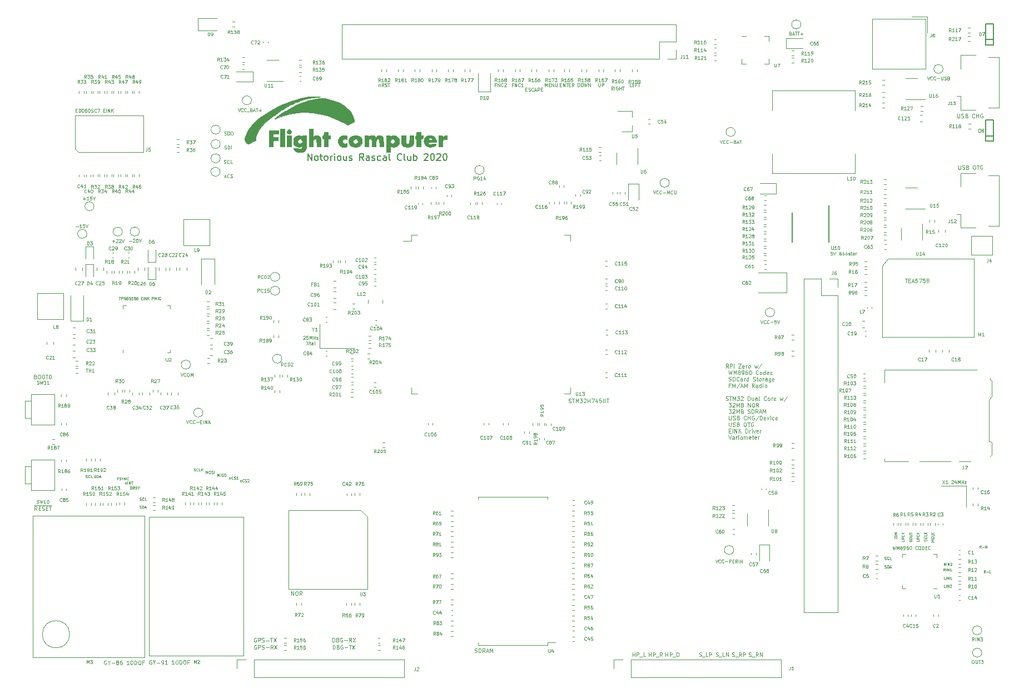
<source format=gbr>
%TF.GenerationSoftware,KiCad,Pcbnew,(5.1.6)-1*%
%TF.CreationDate,2020-11-07T21:05:33+09:00*%
%TF.ProjectId,FlightComputer,466c6967-6874-4436-9f6d-70757465722e,rev?*%
%TF.SameCoordinates,Original*%
%TF.FileFunction,Legend,Top*%
%TF.FilePolarity,Positive*%
%FSLAX46Y46*%
G04 Gerber Fmt 4.6, Leading zero omitted, Abs format (unit mm)*
G04 Created by KiCad (PCBNEW (5.1.6)-1) date 2020-11-07 21:05:33*
%MOMM*%
%LPD*%
G01*
G04 APERTURE LIST*
%ADD10C,0.060000*%
%ADD11C,0.080000*%
%ADD12C,0.090000*%
%ADD13C,0.040000*%
%ADD14C,0.200000*%
%ADD15C,0.120000*%
%ADD16C,0.150000*%
%ADD17C,0.010000*%
%ADD18C,0.050000*%
%ADD19C,0.070000*%
G04 APERTURE END LIST*
D10*
X140428571Y-87155952D02*
X140238095Y-87155952D01*
X140238095Y-86755952D01*
X140561904Y-87155952D02*
X140561904Y-86755952D01*
X140752380Y-87155952D02*
X140752380Y-86755952D01*
X140980952Y-87155952D01*
X140980952Y-86755952D01*
X141152380Y-86794047D02*
X141171428Y-86775000D01*
X141209523Y-86755952D01*
X141304761Y-86755952D01*
X141342857Y-86775000D01*
X141361904Y-86794047D01*
X141380952Y-86832142D01*
X141380952Y-86870238D01*
X141361904Y-86927380D01*
X141133333Y-87155952D01*
X141380952Y-87155952D01*
X140453571Y-85905952D02*
X140263095Y-85905952D01*
X140263095Y-85505952D01*
X140586904Y-85905952D02*
X140586904Y-85505952D01*
X140777380Y-85905952D02*
X140777380Y-85505952D01*
X141005952Y-85905952D01*
X141005952Y-85505952D01*
X141405952Y-85905952D02*
X141177380Y-85905952D01*
X141291666Y-85905952D02*
X141291666Y-85505952D01*
X141253571Y-85563095D01*
X141215476Y-85601190D01*
X141177380Y-85620238D01*
X140403571Y-84655952D02*
X140270238Y-84465476D01*
X140175000Y-84655952D02*
X140175000Y-84255952D01*
X140327380Y-84255952D01*
X140365476Y-84275000D01*
X140384523Y-84294047D01*
X140403571Y-84332142D01*
X140403571Y-84389285D01*
X140384523Y-84427380D01*
X140365476Y-84446428D01*
X140327380Y-84465476D01*
X140175000Y-84465476D01*
X140575000Y-84655952D02*
X140575000Y-84255952D01*
X140765476Y-84655952D02*
X140765476Y-84255952D01*
X140994047Y-84655952D01*
X140994047Y-84255952D01*
X141394047Y-84655952D02*
X141165476Y-84655952D01*
X141279761Y-84655952D02*
X141279761Y-84255952D01*
X141241666Y-84313095D01*
X141203571Y-84351190D01*
X141165476Y-84370238D01*
X140428571Y-83805952D02*
X140295238Y-83615476D01*
X140200000Y-83805952D02*
X140200000Y-83405952D01*
X140352380Y-83405952D01*
X140390476Y-83425000D01*
X140409523Y-83444047D01*
X140428571Y-83482142D01*
X140428571Y-83539285D01*
X140409523Y-83577380D01*
X140390476Y-83596428D01*
X140352380Y-83615476D01*
X140200000Y-83615476D01*
X140600000Y-83805952D02*
X140600000Y-83405952D01*
X140790476Y-83805952D02*
X140790476Y-83405952D01*
X141019047Y-83805952D01*
X141019047Y-83405952D01*
X141190476Y-83444047D02*
X141209523Y-83425000D01*
X141247619Y-83405952D01*
X141342857Y-83405952D01*
X141380952Y-83425000D01*
X141400000Y-83444047D01*
X141419047Y-83482142D01*
X141419047Y-83520238D01*
X141400000Y-83577380D01*
X141171428Y-83805952D01*
X141419047Y-83805952D01*
X131214285Y-84161904D02*
X131271428Y-84180952D01*
X131366666Y-84180952D01*
X131404761Y-84161904D01*
X131423809Y-84142857D01*
X131442857Y-84104761D01*
X131442857Y-84066666D01*
X131423809Y-84028571D01*
X131404761Y-84009523D01*
X131366666Y-83990476D01*
X131290476Y-83971428D01*
X131252380Y-83952380D01*
X131233333Y-83933333D01*
X131214285Y-83895238D01*
X131214285Y-83857142D01*
X131233333Y-83819047D01*
X131252380Y-83800000D01*
X131290476Y-83780952D01*
X131385714Y-83780952D01*
X131442857Y-83800000D01*
X131614285Y-84180952D02*
X131614285Y-83780952D01*
X131709523Y-83780952D01*
X131766666Y-83800000D01*
X131804761Y-83838095D01*
X131823809Y-83876190D01*
X131842857Y-83952380D01*
X131842857Y-84009523D01*
X131823809Y-84085714D01*
X131804761Y-84123809D01*
X131766666Y-84161904D01*
X131709523Y-84180952D01*
X131614285Y-84180952D01*
X131995238Y-84066666D02*
X132185714Y-84066666D01*
X131957142Y-84180952D02*
X132090476Y-83780952D01*
X132223809Y-84180952D01*
X131193809Y-82861904D02*
X131250952Y-82880952D01*
X131346190Y-82880952D01*
X131384285Y-82861904D01*
X131403333Y-82842857D01*
X131422380Y-82804761D01*
X131422380Y-82766666D01*
X131403333Y-82728571D01*
X131384285Y-82709523D01*
X131346190Y-82690476D01*
X131270000Y-82671428D01*
X131231904Y-82652380D01*
X131212857Y-82633333D01*
X131193809Y-82595238D01*
X131193809Y-82557142D01*
X131212857Y-82519047D01*
X131231904Y-82500000D01*
X131270000Y-82480952D01*
X131365238Y-82480952D01*
X131422380Y-82500000D01*
X131822380Y-82842857D02*
X131803333Y-82861904D01*
X131746190Y-82880952D01*
X131708095Y-82880952D01*
X131650952Y-82861904D01*
X131612857Y-82823809D01*
X131593809Y-82785714D01*
X131574761Y-82709523D01*
X131574761Y-82652380D01*
X131593809Y-82576190D01*
X131612857Y-82538095D01*
X131650952Y-82500000D01*
X131708095Y-82480952D01*
X131746190Y-82480952D01*
X131803333Y-82500000D01*
X131822380Y-82519047D01*
X132184285Y-82880952D02*
X131993809Y-82880952D01*
X131993809Y-82480952D01*
X136460952Y-79906190D02*
X136460952Y-80096666D01*
X136060952Y-80096666D01*
X136460952Y-79544285D02*
X136270476Y-79677619D01*
X136460952Y-79772857D02*
X136060952Y-79772857D01*
X136060952Y-79620476D01*
X136080000Y-79582380D01*
X136099047Y-79563333D01*
X136137142Y-79544285D01*
X136194285Y-79544285D01*
X136232380Y-79563333D01*
X136251428Y-79582380D01*
X136270476Y-79620476D01*
X136270476Y-79772857D01*
X136422857Y-79144285D02*
X136441904Y-79163333D01*
X136460952Y-79220476D01*
X136460952Y-79258571D01*
X136441904Y-79315714D01*
X136403809Y-79353809D01*
X136365714Y-79372857D01*
X136289523Y-79391904D01*
X136232380Y-79391904D01*
X136156190Y-79372857D01*
X136118095Y-79353809D01*
X136080000Y-79315714D01*
X136060952Y-79258571D01*
X136060952Y-79220476D01*
X136080000Y-79163333D01*
X136099047Y-79144285D01*
X136460952Y-78972857D02*
X136060952Y-78972857D01*
X136460952Y-78744285D02*
X136232380Y-78915714D01*
X136060952Y-78744285D02*
X136289523Y-78972857D01*
X138690952Y-80175238D02*
X138290952Y-80175238D01*
X138576666Y-80041904D01*
X138290952Y-79908571D01*
X138690952Y-79908571D01*
X138652857Y-79489523D02*
X138671904Y-79508571D01*
X138690952Y-79565714D01*
X138690952Y-79603809D01*
X138671904Y-79660952D01*
X138633809Y-79699047D01*
X138595714Y-79718095D01*
X138519523Y-79737142D01*
X138462380Y-79737142D01*
X138386190Y-79718095D01*
X138348095Y-79699047D01*
X138310000Y-79660952D01*
X138290952Y-79603809D01*
X138290952Y-79565714D01*
X138310000Y-79508571D01*
X138329047Y-79489523D01*
X138690952Y-79127619D02*
X138690952Y-79318095D01*
X138290952Y-79318095D01*
X138690952Y-78994285D02*
X138290952Y-78994285D01*
X138690952Y-78765714D02*
X138462380Y-78937142D01*
X138290952Y-78765714D02*
X138519523Y-78994285D01*
X137561904Y-80096190D02*
X137580952Y-80039047D01*
X137580952Y-79943809D01*
X137561904Y-79905714D01*
X137542857Y-79886666D01*
X137504761Y-79867619D01*
X137466666Y-79867619D01*
X137428571Y-79886666D01*
X137409523Y-79905714D01*
X137390476Y-79943809D01*
X137371428Y-80020000D01*
X137352380Y-80058095D01*
X137333333Y-80077142D01*
X137295238Y-80096190D01*
X137257142Y-80096190D01*
X137219047Y-80077142D01*
X137200000Y-80058095D01*
X137180952Y-80020000D01*
X137180952Y-79924761D01*
X137200000Y-79867619D01*
X137542857Y-79467619D02*
X137561904Y-79486666D01*
X137580952Y-79543809D01*
X137580952Y-79581904D01*
X137561904Y-79639047D01*
X137523809Y-79677142D01*
X137485714Y-79696190D01*
X137409523Y-79715238D01*
X137352380Y-79715238D01*
X137276190Y-79696190D01*
X137238095Y-79677142D01*
X137200000Y-79639047D01*
X137180952Y-79581904D01*
X137180952Y-79543809D01*
X137200000Y-79486666D01*
X137219047Y-79467619D01*
X137580952Y-79105714D02*
X137580952Y-79296190D01*
X137180952Y-79296190D01*
X137580952Y-78972380D02*
X137180952Y-78972380D01*
X137580952Y-78743809D02*
X137352380Y-78915238D01*
X137180952Y-78743809D02*
X137409523Y-78972380D01*
X133080952Y-79579523D02*
X132680952Y-79579523D01*
X132680952Y-79484285D01*
X132700000Y-79427142D01*
X132738095Y-79389047D01*
X132776190Y-79370000D01*
X132852380Y-79350952D01*
X132909523Y-79350952D01*
X132985714Y-79370000D01*
X133023809Y-79389047D01*
X133061904Y-79427142D01*
X133080952Y-79484285D01*
X133080952Y-79579523D01*
X133080952Y-79179523D02*
X132680952Y-79179523D01*
X133080952Y-78989047D02*
X132680952Y-78989047D01*
X133080952Y-78760476D01*
X132680952Y-78760476D01*
X134170952Y-79916190D02*
X134170952Y-80106666D01*
X133770952Y-80106666D01*
X134170952Y-79554285D02*
X133980476Y-79687619D01*
X134170952Y-79782857D02*
X133770952Y-79782857D01*
X133770952Y-79630476D01*
X133790000Y-79592380D01*
X133809047Y-79573333D01*
X133847142Y-79554285D01*
X133904285Y-79554285D01*
X133942380Y-79573333D01*
X133961428Y-79592380D01*
X133980476Y-79630476D01*
X133980476Y-79782857D01*
X134132857Y-79154285D02*
X134151904Y-79173333D01*
X134170952Y-79230476D01*
X134170952Y-79268571D01*
X134151904Y-79325714D01*
X134113809Y-79363809D01*
X134075714Y-79382857D01*
X133999523Y-79401904D01*
X133942380Y-79401904D01*
X133866190Y-79382857D01*
X133828095Y-79363809D01*
X133790000Y-79325714D01*
X133770952Y-79268571D01*
X133770952Y-79230476D01*
X133790000Y-79173333D01*
X133809047Y-79154285D01*
X134170952Y-78982857D02*
X133770952Y-78982857D01*
X134170952Y-78754285D02*
X133942380Y-78925714D01*
X133770952Y-78754285D02*
X133999523Y-78982857D01*
X135370952Y-80166190D02*
X134970952Y-80166190D01*
X134970952Y-80070952D01*
X134990000Y-80013809D01*
X135028095Y-79975714D01*
X135066190Y-79956666D01*
X135142380Y-79937619D01*
X135199523Y-79937619D01*
X135275714Y-79956666D01*
X135313809Y-79975714D01*
X135351904Y-80013809D01*
X135370952Y-80070952D01*
X135370952Y-80166190D01*
X134970952Y-79690000D02*
X134970952Y-79613809D01*
X134990000Y-79575714D01*
X135028095Y-79537619D01*
X135104285Y-79518571D01*
X135237619Y-79518571D01*
X135313809Y-79537619D01*
X135351904Y-79575714D01*
X135370952Y-79613809D01*
X135370952Y-79690000D01*
X135351904Y-79728095D01*
X135313809Y-79766190D01*
X135237619Y-79785238D01*
X135104285Y-79785238D01*
X135028095Y-79766190D01*
X134990000Y-79728095D01*
X134970952Y-79690000D01*
X134970952Y-79347142D02*
X135294761Y-79347142D01*
X135332857Y-79328095D01*
X135351904Y-79309047D01*
X135370952Y-79270952D01*
X135370952Y-79194761D01*
X135351904Y-79156666D01*
X135332857Y-79137619D01*
X135294761Y-79118571D01*
X134970952Y-79118571D01*
X134970952Y-78985238D02*
X134970952Y-78756666D01*
X135370952Y-78870952D02*
X134970952Y-78870952D01*
X146524285Y-84930952D02*
X146390952Y-84740476D01*
X146295714Y-84930952D02*
X146295714Y-84530952D01*
X146448095Y-84530952D01*
X146486190Y-84550000D01*
X146505238Y-84569047D01*
X146524285Y-84607142D01*
X146524285Y-84664285D01*
X146505238Y-84702380D01*
X146486190Y-84721428D01*
X146448095Y-84740476D01*
X146295714Y-84740476D01*
X146695714Y-84778571D02*
X147000476Y-84778571D01*
X147381428Y-84930952D02*
X147190952Y-84930952D01*
X147190952Y-84530952D01*
X145876190Y-81170952D02*
X145742857Y-80980476D01*
X145647619Y-81170952D02*
X145647619Y-80770952D01*
X145800000Y-80770952D01*
X145838095Y-80790000D01*
X145857142Y-80809047D01*
X145876190Y-80847142D01*
X145876190Y-80904285D01*
X145857142Y-80942380D01*
X145838095Y-80961428D01*
X145800000Y-80980476D01*
X145647619Y-80980476D01*
X146047619Y-81018571D02*
X146352380Y-81018571D01*
X146771428Y-81170952D02*
X146638095Y-80980476D01*
X146542857Y-81170952D02*
X146542857Y-80770952D01*
X146695238Y-80770952D01*
X146733333Y-80790000D01*
X146752380Y-80809047D01*
X146771428Y-80847142D01*
X146771428Y-80904285D01*
X146752380Y-80942380D01*
X146733333Y-80961428D01*
X146695238Y-80980476D01*
X146542857Y-80980476D01*
D11*
X54164285Y-10442857D02*
X54164285Y-10776190D01*
X54164285Y-10490476D02*
X54188095Y-10466666D01*
X54235714Y-10442857D01*
X54307142Y-10442857D01*
X54354761Y-10466666D01*
X54378571Y-10514285D01*
X54378571Y-10776190D01*
X54902380Y-10776190D02*
X54735714Y-10538095D01*
X54616666Y-10776190D02*
X54616666Y-10276190D01*
X54807142Y-10276190D01*
X54854761Y-10300000D01*
X54878571Y-10323809D01*
X54902380Y-10371428D01*
X54902380Y-10442857D01*
X54878571Y-10490476D01*
X54854761Y-10514285D01*
X54807142Y-10538095D01*
X54616666Y-10538095D01*
X55092857Y-10752380D02*
X55164285Y-10776190D01*
X55283333Y-10776190D01*
X55330952Y-10752380D01*
X55354761Y-10728571D01*
X55378571Y-10680952D01*
X55378571Y-10633333D01*
X55354761Y-10585714D01*
X55330952Y-10561904D01*
X55283333Y-10538095D01*
X55188095Y-10514285D01*
X55140476Y-10490476D01*
X55116666Y-10466666D01*
X55092857Y-10419047D01*
X55092857Y-10371428D01*
X55116666Y-10323809D01*
X55140476Y-10300000D01*
X55188095Y-10276190D01*
X55307142Y-10276190D01*
X55378571Y-10300000D01*
X55521428Y-10276190D02*
X55807142Y-10276190D01*
X55664285Y-10776190D02*
X55664285Y-10276190D01*
X72021428Y-10504285D02*
X71854761Y-10504285D01*
X71854761Y-10766190D02*
X71854761Y-10266190D01*
X72092857Y-10266190D01*
X72283333Y-10766190D02*
X72283333Y-10266190D01*
X72569047Y-10766190D01*
X72569047Y-10266190D01*
X73092857Y-10718571D02*
X73069047Y-10742380D01*
X72997619Y-10766190D01*
X72950000Y-10766190D01*
X72878571Y-10742380D01*
X72830952Y-10694761D01*
X72807142Y-10647142D01*
X72783333Y-10551904D01*
X72783333Y-10480476D01*
X72807142Y-10385238D01*
X72830952Y-10337619D01*
X72878571Y-10290000D01*
X72950000Y-10266190D01*
X72997619Y-10266190D01*
X73069047Y-10290000D01*
X73092857Y-10313809D01*
X73283333Y-10313809D02*
X73307142Y-10290000D01*
X73354761Y-10266190D01*
X73473809Y-10266190D01*
X73521428Y-10290000D01*
X73545238Y-10313809D01*
X73569047Y-10361428D01*
X73569047Y-10409047D01*
X73545238Y-10480476D01*
X73259523Y-10766190D01*
X73569047Y-10766190D01*
X74611428Y-10504285D02*
X74444761Y-10504285D01*
X74444761Y-10766190D02*
X74444761Y-10266190D01*
X74682857Y-10266190D01*
X74873333Y-10766190D02*
X74873333Y-10266190D01*
X75159047Y-10766190D01*
X75159047Y-10266190D01*
X75682857Y-10718571D02*
X75659047Y-10742380D01*
X75587619Y-10766190D01*
X75540000Y-10766190D01*
X75468571Y-10742380D01*
X75420952Y-10694761D01*
X75397142Y-10647142D01*
X75373333Y-10551904D01*
X75373333Y-10480476D01*
X75397142Y-10385238D01*
X75420952Y-10337619D01*
X75468571Y-10290000D01*
X75540000Y-10266190D01*
X75587619Y-10266190D01*
X75659047Y-10290000D01*
X75682857Y-10313809D01*
X76159047Y-10766190D02*
X75873333Y-10766190D01*
X76016190Y-10766190D02*
X76016190Y-10266190D01*
X75968571Y-10337619D01*
X75920952Y-10385238D01*
X75873333Y-10409047D01*
X76524285Y-11234285D02*
X76690952Y-11234285D01*
X76762380Y-11496190D02*
X76524285Y-11496190D01*
X76524285Y-10996190D01*
X76762380Y-10996190D01*
X76952857Y-11472380D02*
X77024285Y-11496190D01*
X77143333Y-11496190D01*
X77190952Y-11472380D01*
X77214761Y-11448571D01*
X77238571Y-11400952D01*
X77238571Y-11353333D01*
X77214761Y-11305714D01*
X77190952Y-11281904D01*
X77143333Y-11258095D01*
X77048095Y-11234285D01*
X77000476Y-11210476D01*
X76976666Y-11186666D01*
X76952857Y-11139047D01*
X76952857Y-11091428D01*
X76976666Y-11043809D01*
X77000476Y-11020000D01*
X77048095Y-10996190D01*
X77167142Y-10996190D01*
X77238571Y-11020000D01*
X77738571Y-11448571D02*
X77714761Y-11472380D01*
X77643333Y-11496190D01*
X77595714Y-11496190D01*
X77524285Y-11472380D01*
X77476666Y-11424761D01*
X77452857Y-11377142D01*
X77429047Y-11281904D01*
X77429047Y-11210476D01*
X77452857Y-11115238D01*
X77476666Y-11067619D01*
X77524285Y-11020000D01*
X77595714Y-10996190D01*
X77643333Y-10996190D01*
X77714761Y-11020000D01*
X77738571Y-11043809D01*
X77929047Y-11353333D02*
X78167142Y-11353333D01*
X77881428Y-11496190D02*
X78048095Y-10996190D01*
X78214761Y-11496190D01*
X78381428Y-11496190D02*
X78381428Y-10996190D01*
X78571904Y-10996190D01*
X78619523Y-11020000D01*
X78643333Y-11043809D01*
X78667142Y-11091428D01*
X78667142Y-11162857D01*
X78643333Y-11210476D01*
X78619523Y-11234285D01*
X78571904Y-11258095D01*
X78381428Y-11258095D01*
X78881428Y-11234285D02*
X79048095Y-11234285D01*
X79119523Y-11496190D02*
X78881428Y-11496190D01*
X78881428Y-10996190D01*
X79119523Y-10996190D01*
X79483333Y-10756190D02*
X79483333Y-10256190D01*
X79650000Y-10613333D01*
X79816666Y-10256190D01*
X79816666Y-10756190D01*
X80054761Y-10494285D02*
X80221428Y-10494285D01*
X80292857Y-10756190D02*
X80054761Y-10756190D01*
X80054761Y-10256190D01*
X80292857Y-10256190D01*
X80507142Y-10756190D02*
X80507142Y-10256190D01*
X80792857Y-10756190D01*
X80792857Y-10256190D01*
X81030952Y-10256190D02*
X81030952Y-10660952D01*
X81054761Y-10708571D01*
X81078571Y-10732380D01*
X81126190Y-10756190D01*
X81221428Y-10756190D01*
X81269047Y-10732380D01*
X81292857Y-10708571D01*
X81316666Y-10660952D01*
X81316666Y-10256190D01*
X81774285Y-10494285D02*
X81940952Y-10494285D01*
X82012380Y-10756190D02*
X81774285Y-10756190D01*
X81774285Y-10256190D01*
X82012380Y-10256190D01*
X82226666Y-10756190D02*
X82226666Y-10256190D01*
X82512380Y-10756190D01*
X82512380Y-10256190D01*
X82679047Y-10256190D02*
X82964761Y-10256190D01*
X82821904Y-10756190D02*
X82821904Y-10256190D01*
X83131428Y-10494285D02*
X83298095Y-10494285D01*
X83369523Y-10756190D02*
X83131428Y-10756190D01*
X83131428Y-10256190D01*
X83369523Y-10256190D01*
X83869523Y-10756190D02*
X83702857Y-10518095D01*
X83583809Y-10756190D02*
X83583809Y-10256190D01*
X83774285Y-10256190D01*
X83821904Y-10280000D01*
X83845714Y-10303809D01*
X83869523Y-10351428D01*
X83869523Y-10422857D01*
X83845714Y-10470476D01*
X83821904Y-10494285D01*
X83774285Y-10518095D01*
X83583809Y-10518095D01*
X84469523Y-10746190D02*
X84469523Y-10246190D01*
X84588571Y-10246190D01*
X84660000Y-10270000D01*
X84707619Y-10317619D01*
X84731428Y-10365238D01*
X84755238Y-10460476D01*
X84755238Y-10531904D01*
X84731428Y-10627142D01*
X84707619Y-10674761D01*
X84660000Y-10722380D01*
X84588571Y-10746190D01*
X84469523Y-10746190D01*
X85064761Y-10246190D02*
X85160000Y-10246190D01*
X85207619Y-10270000D01*
X85255238Y-10317619D01*
X85279047Y-10412857D01*
X85279047Y-10579523D01*
X85255238Y-10674761D01*
X85207619Y-10722380D01*
X85160000Y-10746190D01*
X85064761Y-10746190D01*
X85017142Y-10722380D01*
X84969523Y-10674761D01*
X84945714Y-10579523D01*
X84945714Y-10412857D01*
X84969523Y-10317619D01*
X85017142Y-10270000D01*
X85064761Y-10246190D01*
X85445714Y-10246190D02*
X85564761Y-10746190D01*
X85660000Y-10389047D01*
X85755238Y-10746190D01*
X85874285Y-10246190D01*
X86064761Y-10746190D02*
X86064761Y-10246190D01*
X86350476Y-10746190D01*
X86350476Y-10246190D01*
X87607142Y-10246190D02*
X87607142Y-10650952D01*
X87630952Y-10698571D01*
X87654761Y-10722380D01*
X87702380Y-10746190D01*
X87797619Y-10746190D01*
X87845238Y-10722380D01*
X87869047Y-10698571D01*
X87892857Y-10650952D01*
X87892857Y-10246190D01*
X88130952Y-10746190D02*
X88130952Y-10246190D01*
X88321428Y-10246190D01*
X88369047Y-10270000D01*
X88392857Y-10293809D01*
X88416666Y-10341428D01*
X88416666Y-10412857D01*
X88392857Y-10460476D01*
X88369047Y-10484285D01*
X88321428Y-10508095D01*
X88130952Y-10508095D01*
X89853333Y-11276190D02*
X89686666Y-11038095D01*
X89567619Y-11276190D02*
X89567619Y-10776190D01*
X89758095Y-10776190D01*
X89805714Y-10800000D01*
X89829523Y-10823809D01*
X89853333Y-10871428D01*
X89853333Y-10942857D01*
X89829523Y-10990476D01*
X89805714Y-11014285D01*
X89758095Y-11038095D01*
X89567619Y-11038095D01*
X90067619Y-11276190D02*
X90067619Y-10776190D01*
X90567619Y-10800000D02*
X90520000Y-10776190D01*
X90448571Y-10776190D01*
X90377142Y-10800000D01*
X90329523Y-10847619D01*
X90305714Y-10895238D01*
X90281904Y-10990476D01*
X90281904Y-11061904D01*
X90305714Y-11157142D01*
X90329523Y-11204761D01*
X90377142Y-11252380D01*
X90448571Y-11276190D01*
X90496190Y-11276190D01*
X90567619Y-11252380D01*
X90591428Y-11228571D01*
X90591428Y-11061904D01*
X90496190Y-11061904D01*
X90805714Y-11276190D02*
X90805714Y-10776190D01*
X90805714Y-11014285D02*
X91091428Y-11014285D01*
X91091428Y-11276190D02*
X91091428Y-10776190D01*
X91258095Y-10776190D02*
X91543809Y-10776190D01*
X91400952Y-11276190D02*
X91400952Y-10776190D01*
X92623809Y-10786190D02*
X92385714Y-10786190D01*
X92385714Y-10286190D01*
X92790476Y-10524285D02*
X92957142Y-10524285D01*
X93028571Y-10786190D02*
X92790476Y-10786190D01*
X92790476Y-10286190D01*
X93028571Y-10286190D01*
X93409523Y-10524285D02*
X93242857Y-10524285D01*
X93242857Y-10786190D02*
X93242857Y-10286190D01*
X93480952Y-10286190D01*
X93600000Y-10286190D02*
X93885714Y-10286190D01*
X93742857Y-10786190D02*
X93742857Y-10286190D01*
D10*
X17739285Y-75061904D02*
X17796428Y-75080952D01*
X17891666Y-75080952D01*
X17929761Y-75061904D01*
X17948809Y-75042857D01*
X17967857Y-75004761D01*
X17967857Y-74966666D01*
X17948809Y-74928571D01*
X17929761Y-74909523D01*
X17891666Y-74890476D01*
X17815476Y-74871428D01*
X17777380Y-74852380D01*
X17758333Y-74833333D01*
X17739285Y-74795238D01*
X17739285Y-74757142D01*
X17758333Y-74719047D01*
X17777380Y-74700000D01*
X17815476Y-74680952D01*
X17910714Y-74680952D01*
X17967857Y-74700000D01*
X18139285Y-75080952D02*
X18139285Y-74680952D01*
X18234523Y-74680952D01*
X18291666Y-74700000D01*
X18329761Y-74738095D01*
X18348809Y-74776190D01*
X18367857Y-74852380D01*
X18367857Y-74909523D01*
X18348809Y-74985714D01*
X18329761Y-75023809D01*
X18291666Y-75061904D01*
X18234523Y-75080952D01*
X18139285Y-75080952D01*
X18520238Y-74966666D02*
X18710714Y-74966666D01*
X18482142Y-75080952D02*
X18615476Y-74680952D01*
X18748809Y-75080952D01*
X17748809Y-73861904D02*
X17805952Y-73880952D01*
X17901190Y-73880952D01*
X17939285Y-73861904D01*
X17958333Y-73842857D01*
X17977380Y-73804761D01*
X17977380Y-73766666D01*
X17958333Y-73728571D01*
X17939285Y-73709523D01*
X17901190Y-73690476D01*
X17825000Y-73671428D01*
X17786904Y-73652380D01*
X17767857Y-73633333D01*
X17748809Y-73595238D01*
X17748809Y-73557142D01*
X17767857Y-73519047D01*
X17786904Y-73500000D01*
X17825000Y-73480952D01*
X17920238Y-73480952D01*
X17977380Y-73500000D01*
X18377380Y-73842857D02*
X18358333Y-73861904D01*
X18301190Y-73880952D01*
X18263095Y-73880952D01*
X18205952Y-73861904D01*
X18167857Y-73823809D01*
X18148809Y-73785714D01*
X18129761Y-73709523D01*
X18129761Y-73652380D01*
X18148809Y-73576190D01*
X18167857Y-73538095D01*
X18205952Y-73500000D01*
X18263095Y-73480952D01*
X18301190Y-73480952D01*
X18358333Y-73500000D01*
X18377380Y-73519047D01*
X18739285Y-73880952D02*
X18548809Y-73880952D01*
X18548809Y-73480952D01*
X16298809Y-72155952D02*
X16298809Y-71755952D01*
X16394047Y-71755952D01*
X16451190Y-71775000D01*
X16489285Y-71813095D01*
X16508333Y-71851190D01*
X16527380Y-71927380D01*
X16527380Y-71984523D01*
X16508333Y-72060714D01*
X16489285Y-72098809D01*
X16451190Y-72136904D01*
X16394047Y-72155952D01*
X16298809Y-72155952D01*
X16927380Y-72155952D02*
X16794047Y-71965476D01*
X16698809Y-72155952D02*
X16698809Y-71755952D01*
X16851190Y-71755952D01*
X16889285Y-71775000D01*
X16908333Y-71794047D01*
X16927380Y-71832142D01*
X16927380Y-71889285D01*
X16908333Y-71927380D01*
X16889285Y-71946428D01*
X16851190Y-71965476D01*
X16698809Y-71965476D01*
X17098809Y-72155952D02*
X17098809Y-71755952D01*
X17194047Y-71755952D01*
X17251190Y-71775000D01*
X17289285Y-71813095D01*
X17308333Y-71851190D01*
X17327380Y-71927380D01*
X17327380Y-71984523D01*
X17308333Y-72060714D01*
X17289285Y-72098809D01*
X17251190Y-72136904D01*
X17194047Y-72155952D01*
X17098809Y-72155952D01*
X17575000Y-71965476D02*
X17575000Y-72155952D01*
X17441666Y-71755952D02*
X17575000Y-71965476D01*
X17708333Y-71755952D01*
X15532142Y-71139285D02*
X15532142Y-71405952D01*
X15532142Y-71177380D02*
X15551190Y-71158333D01*
X15589285Y-71139285D01*
X15646428Y-71139285D01*
X15684523Y-71158333D01*
X15703571Y-71196428D01*
X15703571Y-71405952D01*
X15894047Y-71405952D02*
X15894047Y-71005952D01*
X16084523Y-71405952D02*
X16084523Y-71005952D01*
X16313095Y-71405952D01*
X16313095Y-71005952D01*
X16446428Y-71005952D02*
X16675000Y-71005952D01*
X16560714Y-71405952D02*
X16560714Y-71005952D01*
X14460714Y-70546428D02*
X14327380Y-70546428D01*
X14327380Y-70755952D02*
X14327380Y-70355952D01*
X14517857Y-70355952D01*
X14651190Y-70736904D02*
X14708333Y-70755952D01*
X14803571Y-70755952D01*
X14841666Y-70736904D01*
X14860714Y-70717857D01*
X14879761Y-70679761D01*
X14879761Y-70641666D01*
X14860714Y-70603571D01*
X14841666Y-70584523D01*
X14803571Y-70565476D01*
X14727380Y-70546428D01*
X14689285Y-70527380D01*
X14670238Y-70508333D01*
X14651190Y-70470238D01*
X14651190Y-70432142D01*
X14670238Y-70394047D01*
X14689285Y-70375000D01*
X14727380Y-70355952D01*
X14822619Y-70355952D01*
X14879761Y-70375000D01*
X15127380Y-70565476D02*
X15127380Y-70755952D01*
X14994047Y-70355952D02*
X15127380Y-70565476D01*
X15260714Y-70355952D01*
X15394047Y-70755952D02*
X15394047Y-70355952D01*
X15622619Y-70755952D01*
X15622619Y-70355952D01*
X16041666Y-70717857D02*
X16022619Y-70736904D01*
X15965476Y-70755952D01*
X15927380Y-70755952D01*
X15870238Y-70736904D01*
X15832142Y-70698809D01*
X15813095Y-70660714D01*
X15794047Y-70584523D01*
X15794047Y-70527380D01*
X15813095Y-70451190D01*
X15832142Y-70413095D01*
X15870238Y-70375000D01*
X15927380Y-70355952D01*
X15965476Y-70355952D01*
X16022619Y-70375000D01*
X16041666Y-70394047D01*
X10814285Y-70411904D02*
X10871428Y-70430952D01*
X10966666Y-70430952D01*
X11004761Y-70411904D01*
X11023809Y-70392857D01*
X11042857Y-70354761D01*
X11042857Y-70316666D01*
X11023809Y-70278571D01*
X11004761Y-70259523D01*
X10966666Y-70240476D01*
X10890476Y-70221428D01*
X10852380Y-70202380D01*
X10833333Y-70183333D01*
X10814285Y-70145238D01*
X10814285Y-70107142D01*
X10833333Y-70069047D01*
X10852380Y-70050000D01*
X10890476Y-70030952D01*
X10985714Y-70030952D01*
X11042857Y-70050000D01*
X11214285Y-70430952D02*
X11214285Y-70030952D01*
X11309523Y-70030952D01*
X11366666Y-70050000D01*
X11404761Y-70088095D01*
X11423809Y-70126190D01*
X11442857Y-70202380D01*
X11442857Y-70259523D01*
X11423809Y-70335714D01*
X11404761Y-70373809D01*
X11366666Y-70411904D01*
X11309523Y-70430952D01*
X11214285Y-70430952D01*
X11595238Y-70316666D02*
X11785714Y-70316666D01*
X11557142Y-70430952D02*
X11690476Y-70030952D01*
X11823809Y-70430952D01*
X9523809Y-70411904D02*
X9580952Y-70430952D01*
X9676190Y-70430952D01*
X9714285Y-70411904D01*
X9733333Y-70392857D01*
X9752380Y-70354761D01*
X9752380Y-70316666D01*
X9733333Y-70278571D01*
X9714285Y-70259523D01*
X9676190Y-70240476D01*
X9600000Y-70221428D01*
X9561904Y-70202380D01*
X9542857Y-70183333D01*
X9523809Y-70145238D01*
X9523809Y-70107142D01*
X9542857Y-70069047D01*
X9561904Y-70050000D01*
X9600000Y-70030952D01*
X9695238Y-70030952D01*
X9752380Y-70050000D01*
X10152380Y-70392857D02*
X10133333Y-70411904D01*
X10076190Y-70430952D01*
X10038095Y-70430952D01*
X9980952Y-70411904D01*
X9942857Y-70373809D01*
X9923809Y-70335714D01*
X9904761Y-70259523D01*
X9904761Y-70202380D01*
X9923809Y-70126190D01*
X9942857Y-70088095D01*
X9980952Y-70050000D01*
X10038095Y-70030952D01*
X10076190Y-70030952D01*
X10133333Y-70050000D01*
X10152380Y-70069047D01*
X10514285Y-70430952D02*
X10323809Y-70430952D01*
X10323809Y-70030952D01*
X33033333Y-70789285D02*
X33033333Y-71055952D01*
X33033333Y-70827380D02*
X33052380Y-70808333D01*
X33090476Y-70789285D01*
X33147619Y-70789285D01*
X33185714Y-70808333D01*
X33204761Y-70846428D01*
X33204761Y-71055952D01*
X33623809Y-71017857D02*
X33604761Y-71036904D01*
X33547619Y-71055952D01*
X33509523Y-71055952D01*
X33452380Y-71036904D01*
X33414285Y-70998809D01*
X33395238Y-70960714D01*
X33376190Y-70884523D01*
X33376190Y-70827380D01*
X33395238Y-70751190D01*
X33414285Y-70713095D01*
X33452380Y-70675000D01*
X33509523Y-70655952D01*
X33547619Y-70655952D01*
X33604761Y-70675000D01*
X33623809Y-70694047D01*
X33776190Y-71036904D02*
X33833333Y-71055952D01*
X33928571Y-71055952D01*
X33966666Y-71036904D01*
X33985714Y-71017857D01*
X34004761Y-70979761D01*
X34004761Y-70941666D01*
X33985714Y-70903571D01*
X33966666Y-70884523D01*
X33928571Y-70865476D01*
X33852380Y-70846428D01*
X33814285Y-70827380D01*
X33795238Y-70808333D01*
X33776190Y-70770238D01*
X33776190Y-70732142D01*
X33795238Y-70694047D01*
X33814285Y-70675000D01*
X33852380Y-70655952D01*
X33947619Y-70655952D01*
X34004761Y-70675000D01*
X34157142Y-70694047D02*
X34176190Y-70675000D01*
X34214285Y-70655952D01*
X34309523Y-70655952D01*
X34347619Y-70675000D01*
X34366666Y-70694047D01*
X34385714Y-70732142D01*
X34385714Y-70770238D01*
X34366666Y-70827380D01*
X34138095Y-71055952D01*
X34385714Y-71055952D01*
X31383333Y-70389285D02*
X31383333Y-70655952D01*
X31383333Y-70427380D02*
X31402380Y-70408333D01*
X31440476Y-70389285D01*
X31497619Y-70389285D01*
X31535714Y-70408333D01*
X31554761Y-70446428D01*
X31554761Y-70655952D01*
X31973809Y-70617857D02*
X31954761Y-70636904D01*
X31897619Y-70655952D01*
X31859523Y-70655952D01*
X31802380Y-70636904D01*
X31764285Y-70598809D01*
X31745238Y-70560714D01*
X31726190Y-70484523D01*
X31726190Y-70427380D01*
X31745238Y-70351190D01*
X31764285Y-70313095D01*
X31802380Y-70275000D01*
X31859523Y-70255952D01*
X31897619Y-70255952D01*
X31954761Y-70275000D01*
X31973809Y-70294047D01*
X32126190Y-70636904D02*
X32183333Y-70655952D01*
X32278571Y-70655952D01*
X32316666Y-70636904D01*
X32335714Y-70617857D01*
X32354761Y-70579761D01*
X32354761Y-70541666D01*
X32335714Y-70503571D01*
X32316666Y-70484523D01*
X32278571Y-70465476D01*
X32202380Y-70446428D01*
X32164285Y-70427380D01*
X32145238Y-70408333D01*
X32126190Y-70370238D01*
X32126190Y-70332142D01*
X32145238Y-70294047D01*
X32164285Y-70275000D01*
X32202380Y-70255952D01*
X32297619Y-70255952D01*
X32354761Y-70275000D01*
X32735714Y-70655952D02*
X32507142Y-70655952D01*
X32621428Y-70655952D02*
X32621428Y-70255952D01*
X32583333Y-70313095D01*
X32545238Y-70351190D01*
X32507142Y-70370238D01*
X29596428Y-70230952D02*
X29596428Y-69830952D01*
X29729761Y-70116666D01*
X29863095Y-69830952D01*
X29863095Y-70230952D01*
X30053571Y-70230952D02*
X30053571Y-69830952D01*
X30225000Y-70211904D02*
X30282142Y-70230952D01*
X30377380Y-70230952D01*
X30415476Y-70211904D01*
X30434523Y-70192857D01*
X30453571Y-70154761D01*
X30453571Y-70116666D01*
X30434523Y-70078571D01*
X30415476Y-70059523D01*
X30377380Y-70040476D01*
X30301190Y-70021428D01*
X30263095Y-70002380D01*
X30244047Y-69983333D01*
X30225000Y-69945238D01*
X30225000Y-69907142D01*
X30244047Y-69869047D01*
X30263095Y-69850000D01*
X30301190Y-69830952D01*
X30396428Y-69830952D01*
X30453571Y-69850000D01*
X30701190Y-69830952D02*
X30777380Y-69830952D01*
X30815476Y-69850000D01*
X30853571Y-69888095D01*
X30872619Y-69964285D01*
X30872619Y-70097619D01*
X30853571Y-70173809D01*
X30815476Y-70211904D01*
X30777380Y-70230952D01*
X30701190Y-70230952D01*
X30663095Y-70211904D01*
X30625000Y-70173809D01*
X30605952Y-70097619D01*
X30605952Y-69964285D01*
X30625000Y-69888095D01*
X30663095Y-69850000D01*
X30701190Y-69830952D01*
X27821428Y-69780952D02*
X27821428Y-69380952D01*
X27954761Y-69666666D01*
X28088095Y-69380952D01*
X28088095Y-69780952D01*
X28354761Y-69380952D02*
X28430952Y-69380952D01*
X28469047Y-69400000D01*
X28507142Y-69438095D01*
X28526190Y-69514285D01*
X28526190Y-69647619D01*
X28507142Y-69723809D01*
X28469047Y-69761904D01*
X28430952Y-69780952D01*
X28354761Y-69780952D01*
X28316666Y-69761904D01*
X28278571Y-69723809D01*
X28259523Y-69647619D01*
X28259523Y-69514285D01*
X28278571Y-69438095D01*
X28316666Y-69400000D01*
X28354761Y-69380952D01*
X28678571Y-69761904D02*
X28735714Y-69780952D01*
X28830952Y-69780952D01*
X28869047Y-69761904D01*
X28888095Y-69742857D01*
X28907142Y-69704761D01*
X28907142Y-69666666D01*
X28888095Y-69628571D01*
X28869047Y-69609523D01*
X28830952Y-69590476D01*
X28754761Y-69571428D01*
X28716666Y-69552380D01*
X28697619Y-69533333D01*
X28678571Y-69495238D01*
X28678571Y-69457142D01*
X28697619Y-69419047D01*
X28716666Y-69400000D01*
X28754761Y-69380952D01*
X28850000Y-69380952D01*
X28907142Y-69400000D01*
X29078571Y-69780952D02*
X29078571Y-69380952D01*
X25998809Y-69386904D02*
X26055952Y-69405952D01*
X26151190Y-69405952D01*
X26189285Y-69386904D01*
X26208333Y-69367857D01*
X26227380Y-69329761D01*
X26227380Y-69291666D01*
X26208333Y-69253571D01*
X26189285Y-69234523D01*
X26151190Y-69215476D01*
X26075000Y-69196428D01*
X26036904Y-69177380D01*
X26017857Y-69158333D01*
X25998809Y-69120238D01*
X25998809Y-69082142D01*
X26017857Y-69044047D01*
X26036904Y-69025000D01*
X26075000Y-69005952D01*
X26170238Y-69005952D01*
X26227380Y-69025000D01*
X26627380Y-69367857D02*
X26608333Y-69386904D01*
X26551190Y-69405952D01*
X26513095Y-69405952D01*
X26455952Y-69386904D01*
X26417857Y-69348809D01*
X26398809Y-69310714D01*
X26379761Y-69234523D01*
X26379761Y-69177380D01*
X26398809Y-69101190D01*
X26417857Y-69063095D01*
X26455952Y-69025000D01*
X26513095Y-69005952D01*
X26551190Y-69005952D01*
X26608333Y-69025000D01*
X26627380Y-69044047D01*
X26989285Y-69405952D02*
X26798809Y-69405952D01*
X26798809Y-69005952D01*
X27122619Y-69405952D02*
X27122619Y-69005952D01*
X27351190Y-69405952D02*
X27179761Y-69177380D01*
X27351190Y-69005952D02*
X27122619Y-69234523D01*
D12*
X107394214Y-53676428D02*
X107194214Y-53390714D01*
X107051357Y-53676428D02*
X107051357Y-53076428D01*
X107279928Y-53076428D01*
X107337071Y-53105000D01*
X107365642Y-53133571D01*
X107394214Y-53190714D01*
X107394214Y-53276428D01*
X107365642Y-53333571D01*
X107337071Y-53362142D01*
X107279928Y-53390714D01*
X107051357Y-53390714D01*
X107651357Y-53676428D02*
X107651357Y-53076428D01*
X107879928Y-53076428D01*
X107937071Y-53105000D01*
X107965642Y-53133571D01*
X107994214Y-53190714D01*
X107994214Y-53276428D01*
X107965642Y-53333571D01*
X107937071Y-53362142D01*
X107879928Y-53390714D01*
X107651357Y-53390714D01*
X108251357Y-53676428D02*
X108251357Y-53076428D01*
X108937071Y-53076428D02*
X109337071Y-53076428D01*
X108937071Y-53676428D01*
X109337071Y-53676428D01*
X109794214Y-53647857D02*
X109737071Y-53676428D01*
X109622785Y-53676428D01*
X109565642Y-53647857D01*
X109537071Y-53590714D01*
X109537071Y-53362142D01*
X109565642Y-53305000D01*
X109622785Y-53276428D01*
X109737071Y-53276428D01*
X109794214Y-53305000D01*
X109822785Y-53362142D01*
X109822785Y-53419285D01*
X109537071Y-53476428D01*
X110079928Y-53676428D02*
X110079928Y-53276428D01*
X110079928Y-53390714D02*
X110108500Y-53333571D01*
X110137071Y-53305000D01*
X110194214Y-53276428D01*
X110251357Y-53276428D01*
X110537071Y-53676428D02*
X110479928Y-53647857D01*
X110451357Y-53619285D01*
X110422785Y-53562142D01*
X110422785Y-53390714D01*
X110451357Y-53333571D01*
X110479928Y-53305000D01*
X110537071Y-53276428D01*
X110622785Y-53276428D01*
X110679928Y-53305000D01*
X110708500Y-53333571D01*
X110737071Y-53390714D01*
X110737071Y-53562142D01*
X110708500Y-53619285D01*
X110679928Y-53647857D01*
X110622785Y-53676428D01*
X110537071Y-53676428D01*
X111394214Y-53276428D02*
X111508500Y-53676428D01*
X111622785Y-53390714D01*
X111737071Y-53676428D01*
X111851357Y-53276428D01*
X112508500Y-53047857D02*
X111994214Y-53819285D01*
X107451357Y-54066428D02*
X107594214Y-54666428D01*
X107708500Y-54237857D01*
X107822785Y-54666428D01*
X107965642Y-54066428D01*
X108194214Y-54666428D02*
X108194214Y-54066428D01*
X108394214Y-54495000D01*
X108594214Y-54066428D01*
X108594214Y-54666428D01*
X108965642Y-54323571D02*
X108908500Y-54295000D01*
X108879928Y-54266428D01*
X108851357Y-54209285D01*
X108851357Y-54180714D01*
X108879928Y-54123571D01*
X108908500Y-54095000D01*
X108965642Y-54066428D01*
X109079928Y-54066428D01*
X109137071Y-54095000D01*
X109165642Y-54123571D01*
X109194214Y-54180714D01*
X109194214Y-54209285D01*
X109165642Y-54266428D01*
X109137071Y-54295000D01*
X109079928Y-54323571D01*
X108965642Y-54323571D01*
X108908500Y-54352142D01*
X108879928Y-54380714D01*
X108851357Y-54437857D01*
X108851357Y-54552142D01*
X108879928Y-54609285D01*
X108908500Y-54637857D01*
X108965642Y-54666428D01*
X109079928Y-54666428D01*
X109137071Y-54637857D01*
X109165642Y-54609285D01*
X109194214Y-54552142D01*
X109194214Y-54437857D01*
X109165642Y-54380714D01*
X109137071Y-54352142D01*
X109079928Y-54323571D01*
X109479928Y-54666428D02*
X109594214Y-54666428D01*
X109651357Y-54637857D01*
X109679928Y-54609285D01*
X109737071Y-54523571D01*
X109765642Y-54409285D01*
X109765642Y-54180714D01*
X109737071Y-54123571D01*
X109708500Y-54095000D01*
X109651357Y-54066428D01*
X109537071Y-54066428D01*
X109479928Y-54095000D01*
X109451357Y-54123571D01*
X109422785Y-54180714D01*
X109422785Y-54323571D01*
X109451357Y-54380714D01*
X109479928Y-54409285D01*
X109537071Y-54437857D01*
X109651357Y-54437857D01*
X109708500Y-54409285D01*
X109737071Y-54380714D01*
X109765642Y-54323571D01*
X110279928Y-54066428D02*
X110165642Y-54066428D01*
X110108500Y-54095000D01*
X110079928Y-54123571D01*
X110022785Y-54209285D01*
X109994214Y-54323571D01*
X109994214Y-54552142D01*
X110022785Y-54609285D01*
X110051357Y-54637857D01*
X110108500Y-54666428D01*
X110222785Y-54666428D01*
X110279928Y-54637857D01*
X110308500Y-54609285D01*
X110337071Y-54552142D01*
X110337071Y-54409285D01*
X110308500Y-54352142D01*
X110279928Y-54323571D01*
X110222785Y-54295000D01*
X110108500Y-54295000D01*
X110051357Y-54323571D01*
X110022785Y-54352142D01*
X109994214Y-54409285D01*
X110708500Y-54066428D02*
X110765642Y-54066428D01*
X110822785Y-54095000D01*
X110851357Y-54123571D01*
X110879928Y-54180714D01*
X110908500Y-54295000D01*
X110908500Y-54437857D01*
X110879928Y-54552142D01*
X110851357Y-54609285D01*
X110822785Y-54637857D01*
X110765642Y-54666428D01*
X110708500Y-54666428D01*
X110651357Y-54637857D01*
X110622785Y-54609285D01*
X110594214Y-54552142D01*
X110565642Y-54437857D01*
X110565642Y-54295000D01*
X110594214Y-54180714D01*
X110622785Y-54123571D01*
X110651357Y-54095000D01*
X110708500Y-54066428D01*
X111965642Y-54609285D02*
X111937071Y-54637857D01*
X111851357Y-54666428D01*
X111794214Y-54666428D01*
X111708500Y-54637857D01*
X111651357Y-54580714D01*
X111622785Y-54523571D01*
X111594214Y-54409285D01*
X111594214Y-54323571D01*
X111622785Y-54209285D01*
X111651357Y-54152142D01*
X111708500Y-54095000D01*
X111794214Y-54066428D01*
X111851357Y-54066428D01*
X111937071Y-54095000D01*
X111965642Y-54123571D01*
X112308500Y-54666428D02*
X112251357Y-54637857D01*
X112222785Y-54609285D01*
X112194214Y-54552142D01*
X112194214Y-54380714D01*
X112222785Y-54323571D01*
X112251357Y-54295000D01*
X112308500Y-54266428D01*
X112394214Y-54266428D01*
X112451357Y-54295000D01*
X112479928Y-54323571D01*
X112508500Y-54380714D01*
X112508500Y-54552142D01*
X112479928Y-54609285D01*
X112451357Y-54637857D01*
X112394214Y-54666428D01*
X112308500Y-54666428D01*
X113022785Y-54666428D02*
X113022785Y-54066428D01*
X113022785Y-54637857D02*
X112965642Y-54666428D01*
X112851357Y-54666428D01*
X112794214Y-54637857D01*
X112765642Y-54609285D01*
X112737071Y-54552142D01*
X112737071Y-54380714D01*
X112765642Y-54323571D01*
X112794214Y-54295000D01*
X112851357Y-54266428D01*
X112965642Y-54266428D01*
X113022785Y-54295000D01*
X113537071Y-54637857D02*
X113479928Y-54666428D01*
X113365642Y-54666428D01*
X113308500Y-54637857D01*
X113279928Y-54580714D01*
X113279928Y-54352142D01*
X113308500Y-54295000D01*
X113365642Y-54266428D01*
X113479928Y-54266428D01*
X113537071Y-54295000D01*
X113565642Y-54352142D01*
X113565642Y-54409285D01*
X113279928Y-54466428D01*
X114079928Y-54637857D02*
X114022785Y-54666428D01*
X113908500Y-54666428D01*
X113851357Y-54637857D01*
X113822785Y-54609285D01*
X113794214Y-54552142D01*
X113794214Y-54380714D01*
X113822785Y-54323571D01*
X113851357Y-54295000D01*
X113908500Y-54266428D01*
X114022785Y-54266428D01*
X114079928Y-54295000D01*
X107479928Y-55627857D02*
X107565642Y-55656428D01*
X107708500Y-55656428D01*
X107765642Y-55627857D01*
X107794214Y-55599285D01*
X107822785Y-55542142D01*
X107822785Y-55485000D01*
X107794214Y-55427857D01*
X107765642Y-55399285D01*
X107708500Y-55370714D01*
X107594214Y-55342142D01*
X107537071Y-55313571D01*
X107508500Y-55285000D01*
X107479928Y-55227857D01*
X107479928Y-55170714D01*
X107508500Y-55113571D01*
X107537071Y-55085000D01*
X107594214Y-55056428D01*
X107737071Y-55056428D01*
X107822785Y-55085000D01*
X108079928Y-55656428D02*
X108079928Y-55056428D01*
X108222785Y-55056428D01*
X108308500Y-55085000D01*
X108365642Y-55142142D01*
X108394214Y-55199285D01*
X108422785Y-55313571D01*
X108422785Y-55399285D01*
X108394214Y-55513571D01*
X108365642Y-55570714D01*
X108308500Y-55627857D01*
X108222785Y-55656428D01*
X108079928Y-55656428D01*
X109022785Y-55599285D02*
X108994214Y-55627857D01*
X108908500Y-55656428D01*
X108851357Y-55656428D01*
X108765642Y-55627857D01*
X108708500Y-55570714D01*
X108679928Y-55513571D01*
X108651357Y-55399285D01*
X108651357Y-55313571D01*
X108679928Y-55199285D01*
X108708500Y-55142142D01*
X108765642Y-55085000D01*
X108851357Y-55056428D01*
X108908500Y-55056428D01*
X108994214Y-55085000D01*
X109022785Y-55113571D01*
X109537071Y-55656428D02*
X109537071Y-55342142D01*
X109508500Y-55285000D01*
X109451357Y-55256428D01*
X109337071Y-55256428D01*
X109279928Y-55285000D01*
X109537071Y-55627857D02*
X109479928Y-55656428D01*
X109337071Y-55656428D01*
X109279928Y-55627857D01*
X109251357Y-55570714D01*
X109251357Y-55513571D01*
X109279928Y-55456428D01*
X109337071Y-55427857D01*
X109479928Y-55427857D01*
X109537071Y-55399285D01*
X109822785Y-55656428D02*
X109822785Y-55256428D01*
X109822785Y-55370714D02*
X109851357Y-55313571D01*
X109879928Y-55285000D01*
X109937071Y-55256428D01*
X109994214Y-55256428D01*
X110451357Y-55656428D02*
X110451357Y-55056428D01*
X110451357Y-55627857D02*
X110394214Y-55656428D01*
X110279928Y-55656428D01*
X110222785Y-55627857D01*
X110194214Y-55599285D01*
X110165642Y-55542142D01*
X110165642Y-55370714D01*
X110194214Y-55313571D01*
X110222785Y-55285000D01*
X110279928Y-55256428D01*
X110394214Y-55256428D01*
X110451357Y-55285000D01*
X111165642Y-55627857D02*
X111251357Y-55656428D01*
X111394214Y-55656428D01*
X111451357Y-55627857D01*
X111479928Y-55599285D01*
X111508500Y-55542142D01*
X111508500Y-55485000D01*
X111479928Y-55427857D01*
X111451357Y-55399285D01*
X111394214Y-55370714D01*
X111279928Y-55342142D01*
X111222785Y-55313571D01*
X111194214Y-55285000D01*
X111165642Y-55227857D01*
X111165642Y-55170714D01*
X111194214Y-55113571D01*
X111222785Y-55085000D01*
X111279928Y-55056428D01*
X111422785Y-55056428D01*
X111508500Y-55085000D01*
X111679928Y-55256428D02*
X111908500Y-55256428D01*
X111765642Y-55056428D02*
X111765642Y-55570714D01*
X111794214Y-55627857D01*
X111851357Y-55656428D01*
X111908500Y-55656428D01*
X112194214Y-55656428D02*
X112137071Y-55627857D01*
X112108500Y-55599285D01*
X112079928Y-55542142D01*
X112079928Y-55370714D01*
X112108500Y-55313571D01*
X112137071Y-55285000D01*
X112194214Y-55256428D01*
X112279928Y-55256428D01*
X112337071Y-55285000D01*
X112365642Y-55313571D01*
X112394214Y-55370714D01*
X112394214Y-55542142D01*
X112365642Y-55599285D01*
X112337071Y-55627857D01*
X112279928Y-55656428D01*
X112194214Y-55656428D01*
X112651357Y-55656428D02*
X112651357Y-55256428D01*
X112651357Y-55370714D02*
X112679928Y-55313571D01*
X112708500Y-55285000D01*
X112765642Y-55256428D01*
X112822785Y-55256428D01*
X113279928Y-55656428D02*
X113279928Y-55342142D01*
X113251357Y-55285000D01*
X113194214Y-55256428D01*
X113079928Y-55256428D01*
X113022785Y-55285000D01*
X113279928Y-55627857D02*
X113222785Y-55656428D01*
X113079928Y-55656428D01*
X113022785Y-55627857D01*
X112994214Y-55570714D01*
X112994214Y-55513571D01*
X113022785Y-55456428D01*
X113079928Y-55427857D01*
X113222785Y-55427857D01*
X113279928Y-55399285D01*
X113822785Y-55256428D02*
X113822785Y-55742142D01*
X113794214Y-55799285D01*
X113765642Y-55827857D01*
X113708500Y-55856428D01*
X113622785Y-55856428D01*
X113565642Y-55827857D01*
X113822785Y-55627857D02*
X113765642Y-55656428D01*
X113651357Y-55656428D01*
X113594214Y-55627857D01*
X113565642Y-55599285D01*
X113537071Y-55542142D01*
X113537071Y-55370714D01*
X113565642Y-55313571D01*
X113594214Y-55285000D01*
X113651357Y-55256428D01*
X113765642Y-55256428D01*
X113822785Y-55285000D01*
X114337071Y-55627857D02*
X114279928Y-55656428D01*
X114165642Y-55656428D01*
X114108500Y-55627857D01*
X114079928Y-55570714D01*
X114079928Y-55342142D01*
X114108500Y-55285000D01*
X114165642Y-55256428D01*
X114279928Y-55256428D01*
X114337071Y-55285000D01*
X114365642Y-55342142D01*
X114365642Y-55399285D01*
X114079928Y-55456428D01*
X107708500Y-56332142D02*
X107508500Y-56332142D01*
X107508500Y-56646428D02*
X107508500Y-56046428D01*
X107794214Y-56046428D01*
X108022785Y-56646428D02*
X108022785Y-56046428D01*
X108222785Y-56475000D01*
X108422785Y-56046428D01*
X108422785Y-56646428D01*
X109137071Y-56017857D02*
X108622785Y-56789285D01*
X109308500Y-56475000D02*
X109594214Y-56475000D01*
X109251357Y-56646428D02*
X109451357Y-56046428D01*
X109651357Y-56646428D01*
X109851357Y-56646428D02*
X109851357Y-56046428D01*
X110051357Y-56475000D01*
X110251357Y-56046428D01*
X110251357Y-56646428D01*
X111337071Y-56646428D02*
X111137071Y-56360714D01*
X110994214Y-56646428D02*
X110994214Y-56046428D01*
X111222785Y-56046428D01*
X111279928Y-56075000D01*
X111308500Y-56103571D01*
X111337071Y-56160714D01*
X111337071Y-56246428D01*
X111308500Y-56303571D01*
X111279928Y-56332142D01*
X111222785Y-56360714D01*
X110994214Y-56360714D01*
X111851357Y-56646428D02*
X111851357Y-56332142D01*
X111822785Y-56275000D01*
X111765642Y-56246428D01*
X111651357Y-56246428D01*
X111594214Y-56275000D01*
X111851357Y-56617857D02*
X111794214Y-56646428D01*
X111651357Y-56646428D01*
X111594214Y-56617857D01*
X111565642Y-56560714D01*
X111565642Y-56503571D01*
X111594214Y-56446428D01*
X111651357Y-56417857D01*
X111794214Y-56417857D01*
X111851357Y-56389285D01*
X112394214Y-56646428D02*
X112394214Y-56046428D01*
X112394214Y-56617857D02*
X112337071Y-56646428D01*
X112222785Y-56646428D01*
X112165642Y-56617857D01*
X112137071Y-56589285D01*
X112108500Y-56532142D01*
X112108500Y-56360714D01*
X112137071Y-56303571D01*
X112165642Y-56275000D01*
X112222785Y-56246428D01*
X112337071Y-56246428D01*
X112394214Y-56275000D01*
X112679928Y-56646428D02*
X112679928Y-56246428D01*
X112679928Y-56046428D02*
X112651357Y-56075000D01*
X112679928Y-56103571D01*
X112708500Y-56075000D01*
X112679928Y-56046428D01*
X112679928Y-56103571D01*
X113051357Y-56646428D02*
X112994214Y-56617857D01*
X112965642Y-56589285D01*
X112937071Y-56532142D01*
X112937071Y-56360714D01*
X112965642Y-56303571D01*
X112994214Y-56275000D01*
X113051357Y-56246428D01*
X113137071Y-56246428D01*
X113194214Y-56275000D01*
X113222785Y-56303571D01*
X113251357Y-56360714D01*
X113251357Y-56532142D01*
X113222785Y-56589285D01*
X113194214Y-56617857D01*
X113137071Y-56646428D01*
X113051357Y-56646428D01*
X107022785Y-58597857D02*
X107108500Y-58626428D01*
X107251357Y-58626428D01*
X107308500Y-58597857D01*
X107337071Y-58569285D01*
X107365642Y-58512142D01*
X107365642Y-58455000D01*
X107337071Y-58397857D01*
X107308500Y-58369285D01*
X107251357Y-58340714D01*
X107137071Y-58312142D01*
X107079928Y-58283571D01*
X107051357Y-58255000D01*
X107022785Y-58197857D01*
X107022785Y-58140714D01*
X107051357Y-58083571D01*
X107079928Y-58055000D01*
X107137071Y-58026428D01*
X107279928Y-58026428D01*
X107365642Y-58055000D01*
X107537071Y-58026428D02*
X107879928Y-58026428D01*
X107708500Y-58626428D02*
X107708500Y-58026428D01*
X108079928Y-58626428D02*
X108079928Y-58026428D01*
X108279928Y-58455000D01*
X108479928Y-58026428D01*
X108479928Y-58626428D01*
X108708500Y-58026428D02*
X109079928Y-58026428D01*
X108879928Y-58255000D01*
X108965642Y-58255000D01*
X109022785Y-58283571D01*
X109051357Y-58312142D01*
X109079928Y-58369285D01*
X109079928Y-58512142D01*
X109051357Y-58569285D01*
X109022785Y-58597857D01*
X108965642Y-58626428D01*
X108794214Y-58626428D01*
X108737071Y-58597857D01*
X108708500Y-58569285D01*
X109308500Y-58083571D02*
X109337071Y-58055000D01*
X109394214Y-58026428D01*
X109537071Y-58026428D01*
X109594214Y-58055000D01*
X109622785Y-58083571D01*
X109651357Y-58140714D01*
X109651357Y-58197857D01*
X109622785Y-58283571D01*
X109279928Y-58626428D01*
X109651357Y-58626428D01*
X110365642Y-58626428D02*
X110365642Y-58026428D01*
X110508500Y-58026428D01*
X110594214Y-58055000D01*
X110651357Y-58112142D01*
X110679928Y-58169285D01*
X110708500Y-58283571D01*
X110708500Y-58369285D01*
X110679928Y-58483571D01*
X110651357Y-58540714D01*
X110594214Y-58597857D01*
X110508500Y-58626428D01*
X110365642Y-58626428D01*
X111222785Y-58226428D02*
X111222785Y-58626428D01*
X110965642Y-58226428D02*
X110965642Y-58540714D01*
X110994214Y-58597857D01*
X111051357Y-58626428D01*
X111137071Y-58626428D01*
X111194214Y-58597857D01*
X111222785Y-58569285D01*
X111765642Y-58626428D02*
X111765642Y-58312142D01*
X111737071Y-58255000D01*
X111679928Y-58226428D01*
X111565642Y-58226428D01*
X111508500Y-58255000D01*
X111765642Y-58597857D02*
X111708500Y-58626428D01*
X111565642Y-58626428D01*
X111508500Y-58597857D01*
X111479928Y-58540714D01*
X111479928Y-58483571D01*
X111508500Y-58426428D01*
X111565642Y-58397857D01*
X111708500Y-58397857D01*
X111765642Y-58369285D01*
X112137071Y-58626428D02*
X112079928Y-58597857D01*
X112051357Y-58540714D01*
X112051357Y-58026428D01*
X113165642Y-58569285D02*
X113137071Y-58597857D01*
X113051357Y-58626428D01*
X112994214Y-58626428D01*
X112908500Y-58597857D01*
X112851357Y-58540714D01*
X112822785Y-58483571D01*
X112794214Y-58369285D01*
X112794214Y-58283571D01*
X112822785Y-58169285D01*
X112851357Y-58112142D01*
X112908500Y-58055000D01*
X112994214Y-58026428D01*
X113051357Y-58026428D01*
X113137071Y-58055000D01*
X113165642Y-58083571D01*
X113508500Y-58626428D02*
X113451357Y-58597857D01*
X113422785Y-58569285D01*
X113394214Y-58512142D01*
X113394214Y-58340714D01*
X113422785Y-58283571D01*
X113451357Y-58255000D01*
X113508500Y-58226428D01*
X113594214Y-58226428D01*
X113651357Y-58255000D01*
X113679928Y-58283571D01*
X113708500Y-58340714D01*
X113708500Y-58512142D01*
X113679928Y-58569285D01*
X113651357Y-58597857D01*
X113594214Y-58626428D01*
X113508500Y-58626428D01*
X113965642Y-58626428D02*
X113965642Y-58226428D01*
X113965642Y-58340714D02*
X113994214Y-58283571D01*
X114022785Y-58255000D01*
X114079928Y-58226428D01*
X114137071Y-58226428D01*
X114565642Y-58597857D02*
X114508500Y-58626428D01*
X114394214Y-58626428D01*
X114337071Y-58597857D01*
X114308500Y-58540714D01*
X114308500Y-58312142D01*
X114337071Y-58255000D01*
X114394214Y-58226428D01*
X114508500Y-58226428D01*
X114565642Y-58255000D01*
X114594214Y-58312142D01*
X114594214Y-58369285D01*
X114308500Y-58426428D01*
X115251357Y-58226428D02*
X115365642Y-58626428D01*
X115479928Y-58340714D01*
X115594214Y-58626428D01*
X115708500Y-58226428D01*
X116365642Y-57997857D02*
X115851357Y-58769285D01*
X107451357Y-59016428D02*
X107822785Y-59016428D01*
X107622785Y-59245000D01*
X107708500Y-59245000D01*
X107765642Y-59273571D01*
X107794214Y-59302142D01*
X107822785Y-59359285D01*
X107822785Y-59502142D01*
X107794214Y-59559285D01*
X107765642Y-59587857D01*
X107708500Y-59616428D01*
X107537071Y-59616428D01*
X107479928Y-59587857D01*
X107451357Y-59559285D01*
X108051357Y-59073571D02*
X108079928Y-59045000D01*
X108137071Y-59016428D01*
X108279928Y-59016428D01*
X108337071Y-59045000D01*
X108365642Y-59073571D01*
X108394214Y-59130714D01*
X108394214Y-59187857D01*
X108365642Y-59273571D01*
X108022785Y-59616428D01*
X108394214Y-59616428D01*
X108651357Y-59616428D02*
X108651357Y-59016428D01*
X108851357Y-59445000D01*
X109051357Y-59016428D01*
X109051357Y-59616428D01*
X109537071Y-59302142D02*
X109622785Y-59330714D01*
X109651357Y-59359285D01*
X109679928Y-59416428D01*
X109679928Y-59502142D01*
X109651357Y-59559285D01*
X109622785Y-59587857D01*
X109565642Y-59616428D01*
X109337071Y-59616428D01*
X109337071Y-59016428D01*
X109537071Y-59016428D01*
X109594214Y-59045000D01*
X109622785Y-59073571D01*
X109651357Y-59130714D01*
X109651357Y-59187857D01*
X109622785Y-59245000D01*
X109594214Y-59273571D01*
X109537071Y-59302142D01*
X109337071Y-59302142D01*
X110394214Y-59616428D02*
X110394214Y-59016428D01*
X110737071Y-59616428D01*
X110737071Y-59016428D01*
X111137071Y-59016428D02*
X111251357Y-59016428D01*
X111308500Y-59045000D01*
X111365642Y-59102142D01*
X111394214Y-59216428D01*
X111394214Y-59416428D01*
X111365642Y-59530714D01*
X111308500Y-59587857D01*
X111251357Y-59616428D01*
X111137071Y-59616428D01*
X111079928Y-59587857D01*
X111022785Y-59530714D01*
X110994214Y-59416428D01*
X110994214Y-59216428D01*
X111022785Y-59102142D01*
X111079928Y-59045000D01*
X111137071Y-59016428D01*
X111994214Y-59616428D02*
X111794214Y-59330714D01*
X111651357Y-59616428D02*
X111651357Y-59016428D01*
X111879928Y-59016428D01*
X111937071Y-59045000D01*
X111965642Y-59073571D01*
X111994214Y-59130714D01*
X111994214Y-59216428D01*
X111965642Y-59273571D01*
X111937071Y-59302142D01*
X111879928Y-59330714D01*
X111651357Y-59330714D01*
X107451357Y-60006428D02*
X107822785Y-60006428D01*
X107622785Y-60235000D01*
X107708500Y-60235000D01*
X107765642Y-60263571D01*
X107794214Y-60292142D01*
X107822785Y-60349285D01*
X107822785Y-60492142D01*
X107794214Y-60549285D01*
X107765642Y-60577857D01*
X107708500Y-60606428D01*
X107537071Y-60606428D01*
X107479928Y-60577857D01*
X107451357Y-60549285D01*
X108051357Y-60063571D02*
X108079928Y-60035000D01*
X108137071Y-60006428D01*
X108279928Y-60006428D01*
X108337071Y-60035000D01*
X108365642Y-60063571D01*
X108394214Y-60120714D01*
X108394214Y-60177857D01*
X108365642Y-60263571D01*
X108022785Y-60606428D01*
X108394214Y-60606428D01*
X108651357Y-60606428D02*
X108651357Y-60006428D01*
X108851357Y-60435000D01*
X109051357Y-60006428D01*
X109051357Y-60606428D01*
X109537071Y-60292142D02*
X109622785Y-60320714D01*
X109651357Y-60349285D01*
X109679928Y-60406428D01*
X109679928Y-60492142D01*
X109651357Y-60549285D01*
X109622785Y-60577857D01*
X109565642Y-60606428D01*
X109337071Y-60606428D01*
X109337071Y-60006428D01*
X109537071Y-60006428D01*
X109594214Y-60035000D01*
X109622785Y-60063571D01*
X109651357Y-60120714D01*
X109651357Y-60177857D01*
X109622785Y-60235000D01*
X109594214Y-60263571D01*
X109537071Y-60292142D01*
X109337071Y-60292142D01*
X110365642Y-60577857D02*
X110451357Y-60606428D01*
X110594214Y-60606428D01*
X110651357Y-60577857D01*
X110679928Y-60549285D01*
X110708500Y-60492142D01*
X110708500Y-60435000D01*
X110679928Y-60377857D01*
X110651357Y-60349285D01*
X110594214Y-60320714D01*
X110479928Y-60292142D01*
X110422785Y-60263571D01*
X110394214Y-60235000D01*
X110365642Y-60177857D01*
X110365642Y-60120714D01*
X110394214Y-60063571D01*
X110422785Y-60035000D01*
X110479928Y-60006428D01*
X110622785Y-60006428D01*
X110708500Y-60035000D01*
X110965642Y-60606428D02*
X110965642Y-60006428D01*
X111108500Y-60006428D01*
X111194214Y-60035000D01*
X111251357Y-60092142D01*
X111279928Y-60149285D01*
X111308500Y-60263571D01*
X111308500Y-60349285D01*
X111279928Y-60463571D01*
X111251357Y-60520714D01*
X111194214Y-60577857D01*
X111108500Y-60606428D01*
X110965642Y-60606428D01*
X111908500Y-60606428D02*
X111708500Y-60320714D01*
X111565642Y-60606428D02*
X111565642Y-60006428D01*
X111794214Y-60006428D01*
X111851357Y-60035000D01*
X111879928Y-60063571D01*
X111908500Y-60120714D01*
X111908500Y-60206428D01*
X111879928Y-60263571D01*
X111851357Y-60292142D01*
X111794214Y-60320714D01*
X111565642Y-60320714D01*
X112137071Y-60435000D02*
X112422785Y-60435000D01*
X112079928Y-60606428D02*
X112279928Y-60006428D01*
X112479928Y-60606428D01*
X112679928Y-60606428D02*
X112679928Y-60006428D01*
X112879928Y-60435000D01*
X113079928Y-60006428D01*
X113079928Y-60606428D01*
X107508500Y-60996428D02*
X107508500Y-61482142D01*
X107537071Y-61539285D01*
X107565642Y-61567857D01*
X107622785Y-61596428D01*
X107737071Y-61596428D01*
X107794214Y-61567857D01*
X107822785Y-61539285D01*
X107851357Y-61482142D01*
X107851357Y-60996428D01*
X108108500Y-61567857D02*
X108194214Y-61596428D01*
X108337071Y-61596428D01*
X108394214Y-61567857D01*
X108422785Y-61539285D01*
X108451357Y-61482142D01*
X108451357Y-61425000D01*
X108422785Y-61367857D01*
X108394214Y-61339285D01*
X108337071Y-61310714D01*
X108222785Y-61282142D01*
X108165642Y-61253571D01*
X108137071Y-61225000D01*
X108108500Y-61167857D01*
X108108500Y-61110714D01*
X108137071Y-61053571D01*
X108165642Y-61025000D01*
X108222785Y-60996428D01*
X108365642Y-60996428D01*
X108451357Y-61025000D01*
X108908500Y-61282142D02*
X108994214Y-61310714D01*
X109022785Y-61339285D01*
X109051357Y-61396428D01*
X109051357Y-61482142D01*
X109022785Y-61539285D01*
X108994214Y-61567857D01*
X108937071Y-61596428D01*
X108708500Y-61596428D01*
X108708500Y-60996428D01*
X108908500Y-60996428D01*
X108965642Y-61025000D01*
X108994214Y-61053571D01*
X109022785Y-61110714D01*
X109022785Y-61167857D01*
X108994214Y-61225000D01*
X108965642Y-61253571D01*
X108908500Y-61282142D01*
X108708500Y-61282142D01*
X110108500Y-61539285D02*
X110079928Y-61567857D01*
X109994214Y-61596428D01*
X109937071Y-61596428D01*
X109851357Y-61567857D01*
X109794214Y-61510714D01*
X109765642Y-61453571D01*
X109737071Y-61339285D01*
X109737071Y-61253571D01*
X109765642Y-61139285D01*
X109794214Y-61082142D01*
X109851357Y-61025000D01*
X109937071Y-60996428D01*
X109994214Y-60996428D01*
X110079928Y-61025000D01*
X110108500Y-61053571D01*
X110365642Y-61596428D02*
X110365642Y-60996428D01*
X110365642Y-61282142D02*
X110708500Y-61282142D01*
X110708500Y-61596428D02*
X110708500Y-60996428D01*
X111308500Y-61025000D02*
X111251357Y-60996428D01*
X111165642Y-60996428D01*
X111079928Y-61025000D01*
X111022785Y-61082142D01*
X110994214Y-61139285D01*
X110965642Y-61253571D01*
X110965642Y-61339285D01*
X110994214Y-61453571D01*
X111022785Y-61510714D01*
X111079928Y-61567857D01*
X111165642Y-61596428D01*
X111222785Y-61596428D01*
X111308500Y-61567857D01*
X111337071Y-61539285D01*
X111337071Y-61339285D01*
X111222785Y-61339285D01*
X112022785Y-60967857D02*
X111508500Y-61739285D01*
X112222785Y-61596428D02*
X112222785Y-60996428D01*
X112365642Y-60996428D01*
X112451357Y-61025000D01*
X112508500Y-61082142D01*
X112537071Y-61139285D01*
X112565642Y-61253571D01*
X112565642Y-61339285D01*
X112537071Y-61453571D01*
X112508500Y-61510714D01*
X112451357Y-61567857D01*
X112365642Y-61596428D01*
X112222785Y-61596428D01*
X113051357Y-61567857D02*
X112994214Y-61596428D01*
X112879928Y-61596428D01*
X112822785Y-61567857D01*
X112794214Y-61510714D01*
X112794214Y-61282142D01*
X112822785Y-61225000D01*
X112879928Y-61196428D01*
X112994214Y-61196428D01*
X113051357Y-61225000D01*
X113079928Y-61282142D01*
X113079928Y-61339285D01*
X112794214Y-61396428D01*
X113279928Y-61196428D02*
X113422785Y-61596428D01*
X113565642Y-61196428D01*
X113794214Y-61596428D02*
X113794214Y-61196428D01*
X113794214Y-60996428D02*
X113765642Y-61025000D01*
X113794214Y-61053571D01*
X113822785Y-61025000D01*
X113794214Y-60996428D01*
X113794214Y-61053571D01*
X114337071Y-61567857D02*
X114279928Y-61596428D01*
X114165642Y-61596428D01*
X114108500Y-61567857D01*
X114079928Y-61539285D01*
X114051357Y-61482142D01*
X114051357Y-61310714D01*
X114079928Y-61253571D01*
X114108500Y-61225000D01*
X114165642Y-61196428D01*
X114279928Y-61196428D01*
X114337071Y-61225000D01*
X114822785Y-61567857D02*
X114765642Y-61596428D01*
X114651357Y-61596428D01*
X114594214Y-61567857D01*
X114565642Y-61510714D01*
X114565642Y-61282142D01*
X114594214Y-61225000D01*
X114651357Y-61196428D01*
X114765642Y-61196428D01*
X114822785Y-61225000D01*
X114851357Y-61282142D01*
X114851357Y-61339285D01*
X114565642Y-61396428D01*
X107508500Y-61986428D02*
X107508500Y-62472142D01*
X107537071Y-62529285D01*
X107565642Y-62557857D01*
X107622785Y-62586428D01*
X107737071Y-62586428D01*
X107794214Y-62557857D01*
X107822785Y-62529285D01*
X107851357Y-62472142D01*
X107851357Y-61986428D01*
X108108500Y-62557857D02*
X108194214Y-62586428D01*
X108337071Y-62586428D01*
X108394214Y-62557857D01*
X108422785Y-62529285D01*
X108451357Y-62472142D01*
X108451357Y-62415000D01*
X108422785Y-62357857D01*
X108394214Y-62329285D01*
X108337071Y-62300714D01*
X108222785Y-62272142D01*
X108165642Y-62243571D01*
X108137071Y-62215000D01*
X108108500Y-62157857D01*
X108108500Y-62100714D01*
X108137071Y-62043571D01*
X108165642Y-62015000D01*
X108222785Y-61986428D01*
X108365642Y-61986428D01*
X108451357Y-62015000D01*
X108908500Y-62272142D02*
X108994214Y-62300714D01*
X109022785Y-62329285D01*
X109051357Y-62386428D01*
X109051357Y-62472142D01*
X109022785Y-62529285D01*
X108994214Y-62557857D01*
X108937071Y-62586428D01*
X108708500Y-62586428D01*
X108708500Y-61986428D01*
X108908500Y-61986428D01*
X108965642Y-62015000D01*
X108994214Y-62043571D01*
X109022785Y-62100714D01*
X109022785Y-62157857D01*
X108994214Y-62215000D01*
X108965642Y-62243571D01*
X108908500Y-62272142D01*
X108708500Y-62272142D01*
X109879928Y-61986428D02*
X109994214Y-61986428D01*
X110051357Y-62015000D01*
X110108500Y-62072142D01*
X110137071Y-62186428D01*
X110137071Y-62386428D01*
X110108500Y-62500714D01*
X110051357Y-62557857D01*
X109994214Y-62586428D01*
X109879928Y-62586428D01*
X109822785Y-62557857D01*
X109765642Y-62500714D01*
X109737071Y-62386428D01*
X109737071Y-62186428D01*
X109765642Y-62072142D01*
X109822785Y-62015000D01*
X109879928Y-61986428D01*
X110308500Y-61986428D02*
X110651357Y-61986428D01*
X110479928Y-62586428D02*
X110479928Y-61986428D01*
X111165642Y-62015000D02*
X111108500Y-61986428D01*
X111022785Y-61986428D01*
X110937071Y-62015000D01*
X110879928Y-62072142D01*
X110851357Y-62129285D01*
X110822785Y-62243571D01*
X110822785Y-62329285D01*
X110851357Y-62443571D01*
X110879928Y-62500714D01*
X110937071Y-62557857D01*
X111022785Y-62586428D01*
X111079928Y-62586428D01*
X111165642Y-62557857D01*
X111194214Y-62529285D01*
X111194214Y-62329285D01*
X111079928Y-62329285D01*
X107508500Y-63262142D02*
X107708500Y-63262142D01*
X107794214Y-63576428D02*
X107508500Y-63576428D01*
X107508500Y-62976428D01*
X107794214Y-62976428D01*
X108051357Y-63576428D02*
X108051357Y-62976428D01*
X108337071Y-63576428D02*
X108337071Y-62976428D01*
X108679928Y-63576428D01*
X108679928Y-62976428D01*
X108965642Y-63576428D02*
X108965642Y-62976428D01*
X109308500Y-63576428D02*
X109051357Y-63233571D01*
X109308500Y-62976428D02*
X108965642Y-63319285D01*
X110022785Y-63576428D02*
X110022785Y-62976428D01*
X110165642Y-62976428D01*
X110251357Y-63005000D01*
X110308500Y-63062142D01*
X110337071Y-63119285D01*
X110365642Y-63233571D01*
X110365642Y-63319285D01*
X110337071Y-63433571D01*
X110308500Y-63490714D01*
X110251357Y-63547857D01*
X110165642Y-63576428D01*
X110022785Y-63576428D01*
X110622785Y-63576428D02*
X110622785Y-63176428D01*
X110622785Y-63290714D02*
X110651357Y-63233571D01*
X110679928Y-63205000D01*
X110737071Y-63176428D01*
X110794214Y-63176428D01*
X110994214Y-63576428D02*
X110994214Y-63176428D01*
X110994214Y-62976428D02*
X110965642Y-63005000D01*
X110994214Y-63033571D01*
X111022785Y-63005000D01*
X110994214Y-62976428D01*
X110994214Y-63033571D01*
X111222785Y-63176428D02*
X111365642Y-63576428D01*
X111508500Y-63176428D01*
X111965642Y-63547857D02*
X111908500Y-63576428D01*
X111794214Y-63576428D01*
X111737071Y-63547857D01*
X111708500Y-63490714D01*
X111708500Y-63262142D01*
X111737071Y-63205000D01*
X111794214Y-63176428D01*
X111908500Y-63176428D01*
X111965642Y-63205000D01*
X111994214Y-63262142D01*
X111994214Y-63319285D01*
X111708500Y-63376428D01*
X112251357Y-63576428D02*
X112251357Y-63176428D01*
X112251357Y-63290714D02*
X112279928Y-63233571D01*
X112308500Y-63205000D01*
X112365642Y-63176428D01*
X112422785Y-63176428D01*
X107422785Y-63966428D02*
X107622785Y-64566428D01*
X107822785Y-63966428D01*
X108279928Y-64566428D02*
X108279928Y-64252142D01*
X108251357Y-64195000D01*
X108194214Y-64166428D01*
X108079928Y-64166428D01*
X108022785Y-64195000D01*
X108279928Y-64537857D02*
X108222785Y-64566428D01*
X108079928Y-64566428D01*
X108022785Y-64537857D01*
X107994214Y-64480714D01*
X107994214Y-64423571D01*
X108022785Y-64366428D01*
X108079928Y-64337857D01*
X108222785Y-64337857D01*
X108279928Y-64309285D01*
X108565642Y-64566428D02*
X108565642Y-64166428D01*
X108565642Y-64280714D02*
X108594214Y-64223571D01*
X108622785Y-64195000D01*
X108679928Y-64166428D01*
X108737071Y-64166428D01*
X108937071Y-64566428D02*
X108937071Y-64166428D01*
X108937071Y-63966428D02*
X108908500Y-63995000D01*
X108937071Y-64023571D01*
X108965642Y-63995000D01*
X108937071Y-63966428D01*
X108937071Y-64023571D01*
X109308500Y-64566428D02*
X109251357Y-64537857D01*
X109222785Y-64509285D01*
X109194214Y-64452142D01*
X109194214Y-64280714D01*
X109222785Y-64223571D01*
X109251357Y-64195000D01*
X109308500Y-64166428D01*
X109394214Y-64166428D01*
X109451357Y-64195000D01*
X109479928Y-64223571D01*
X109508500Y-64280714D01*
X109508500Y-64452142D01*
X109479928Y-64509285D01*
X109451357Y-64537857D01*
X109394214Y-64566428D01*
X109308500Y-64566428D01*
X109765642Y-64566428D02*
X109765642Y-64166428D01*
X109765642Y-64223571D02*
X109794214Y-64195000D01*
X109851357Y-64166428D01*
X109937071Y-64166428D01*
X109994214Y-64195000D01*
X110022785Y-64252142D01*
X110022785Y-64566428D01*
X110022785Y-64252142D02*
X110051357Y-64195000D01*
X110108500Y-64166428D01*
X110194214Y-64166428D01*
X110251357Y-64195000D01*
X110279928Y-64252142D01*
X110279928Y-64566428D01*
X110794214Y-64537857D02*
X110737071Y-64566428D01*
X110622785Y-64566428D01*
X110565642Y-64537857D01*
X110537071Y-64480714D01*
X110537071Y-64252142D01*
X110565642Y-64195000D01*
X110622785Y-64166428D01*
X110737071Y-64166428D01*
X110794214Y-64195000D01*
X110822785Y-64252142D01*
X110822785Y-64309285D01*
X110537071Y-64366428D01*
X110994214Y-64166428D02*
X111222785Y-64166428D01*
X111079928Y-63966428D02*
X111079928Y-64480714D01*
X111108500Y-64537857D01*
X111165642Y-64566428D01*
X111222785Y-64566428D01*
X111651357Y-64537857D02*
X111594214Y-64566428D01*
X111479928Y-64566428D01*
X111422785Y-64537857D01*
X111394214Y-64480714D01*
X111394214Y-64252142D01*
X111422785Y-64195000D01*
X111479928Y-64166428D01*
X111594214Y-64166428D01*
X111651357Y-64195000D01*
X111679928Y-64252142D01*
X111679928Y-64309285D01*
X111394214Y-64366428D01*
X111937071Y-64566428D02*
X111937071Y-64166428D01*
X111937071Y-64280714D02*
X111965642Y-64223571D01*
X111994214Y-64195000D01*
X112051357Y-64166428D01*
X112108500Y-64166428D01*
D11*
X123247619Y-35976190D02*
X123009523Y-35976190D01*
X122985714Y-36214285D01*
X123009523Y-36190476D01*
X123057142Y-36166666D01*
X123176190Y-36166666D01*
X123223809Y-36190476D01*
X123247619Y-36214285D01*
X123271428Y-36261904D01*
X123271428Y-36380952D01*
X123247619Y-36428571D01*
X123223809Y-36452380D01*
X123176190Y-36476190D01*
X123057142Y-36476190D01*
X123009523Y-36452380D01*
X122985714Y-36428571D01*
X123414285Y-35976190D02*
X123580952Y-36476190D01*
X123747619Y-35976190D01*
X124461904Y-36214285D02*
X124533333Y-36238095D01*
X124557142Y-36261904D01*
X124580952Y-36309523D01*
X124580952Y-36380952D01*
X124557142Y-36428571D01*
X124533333Y-36452380D01*
X124485714Y-36476190D01*
X124295238Y-36476190D01*
X124295238Y-35976190D01*
X124461904Y-35976190D01*
X124509523Y-36000000D01*
X124533333Y-36023809D01*
X124557142Y-36071428D01*
X124557142Y-36119047D01*
X124533333Y-36166666D01*
X124509523Y-36190476D01*
X124461904Y-36214285D01*
X124295238Y-36214285D01*
X124866666Y-36476190D02*
X124819047Y-36452380D01*
X124795238Y-36428571D01*
X124771428Y-36380952D01*
X124771428Y-36238095D01*
X124795238Y-36190476D01*
X124819047Y-36166666D01*
X124866666Y-36142857D01*
X124938095Y-36142857D01*
X124985714Y-36166666D01*
X125009523Y-36190476D01*
X125033333Y-36238095D01*
X125033333Y-36380952D01*
X125009523Y-36428571D01*
X124985714Y-36452380D01*
X124938095Y-36476190D01*
X124866666Y-36476190D01*
X125319047Y-36476190D02*
X125271428Y-36452380D01*
X125247619Y-36428571D01*
X125223809Y-36380952D01*
X125223809Y-36238095D01*
X125247619Y-36190476D01*
X125271428Y-36166666D01*
X125319047Y-36142857D01*
X125390476Y-36142857D01*
X125438095Y-36166666D01*
X125461904Y-36190476D01*
X125485714Y-36238095D01*
X125485714Y-36380952D01*
X125461904Y-36428571D01*
X125438095Y-36452380D01*
X125390476Y-36476190D01*
X125319047Y-36476190D01*
X125676190Y-36452380D02*
X125723809Y-36476190D01*
X125819047Y-36476190D01*
X125866666Y-36452380D01*
X125890476Y-36404761D01*
X125890476Y-36380952D01*
X125866666Y-36333333D01*
X125819047Y-36309523D01*
X125747619Y-36309523D01*
X125700000Y-36285714D01*
X125676190Y-36238095D01*
X125676190Y-36214285D01*
X125700000Y-36166666D01*
X125747619Y-36142857D01*
X125819047Y-36142857D01*
X125866666Y-36166666D01*
X126033333Y-36142857D02*
X126223809Y-36142857D01*
X126104761Y-35976190D02*
X126104761Y-36404761D01*
X126128571Y-36452380D01*
X126176190Y-36476190D01*
X126223809Y-36476190D01*
X126580952Y-36452380D02*
X126533333Y-36476190D01*
X126438095Y-36476190D01*
X126390476Y-36452380D01*
X126366666Y-36404761D01*
X126366666Y-36214285D01*
X126390476Y-36166666D01*
X126438095Y-36142857D01*
X126533333Y-36142857D01*
X126580952Y-36166666D01*
X126604761Y-36214285D01*
X126604761Y-36261904D01*
X126366666Y-36309523D01*
X126819047Y-36476190D02*
X126819047Y-36142857D01*
X126819047Y-36238095D02*
X126842857Y-36190476D01*
X126866666Y-36166666D01*
X126914285Y-36142857D01*
X126961904Y-36142857D01*
D13*
X14603571Y-42855952D02*
X14832142Y-42855952D01*
X14717857Y-43255952D02*
X14717857Y-42855952D01*
X14965476Y-43255952D02*
X14965476Y-42855952D01*
X15117857Y-42855952D01*
X15155952Y-42875000D01*
X15175000Y-42894047D01*
X15194047Y-42932142D01*
X15194047Y-42989285D01*
X15175000Y-43027380D01*
X15155952Y-43046428D01*
X15117857Y-43065476D01*
X14965476Y-43065476D01*
X15346428Y-43236904D02*
X15403571Y-43255952D01*
X15498809Y-43255952D01*
X15536904Y-43236904D01*
X15555952Y-43217857D01*
X15575000Y-43179761D01*
X15575000Y-43141666D01*
X15555952Y-43103571D01*
X15536904Y-43084523D01*
X15498809Y-43065476D01*
X15422619Y-43046428D01*
X15384523Y-43027380D01*
X15365476Y-43008333D01*
X15346428Y-42970238D01*
X15346428Y-42932142D01*
X15365476Y-42894047D01*
X15384523Y-42875000D01*
X15422619Y-42855952D01*
X15517857Y-42855952D01*
X15575000Y-42875000D01*
X15917857Y-42855952D02*
X15841666Y-42855952D01*
X15803571Y-42875000D01*
X15784523Y-42894047D01*
X15746428Y-42951190D01*
X15727380Y-43027380D01*
X15727380Y-43179761D01*
X15746428Y-43217857D01*
X15765476Y-43236904D01*
X15803571Y-43255952D01*
X15879761Y-43255952D01*
X15917857Y-43236904D01*
X15936904Y-43217857D01*
X15955952Y-43179761D01*
X15955952Y-43084523D01*
X15936904Y-43046428D01*
X15917857Y-43027380D01*
X15879761Y-43008333D01*
X15803571Y-43008333D01*
X15765476Y-43027380D01*
X15746428Y-43046428D01*
X15727380Y-43084523D01*
X16317857Y-42855952D02*
X16127380Y-42855952D01*
X16108333Y-43046428D01*
X16127380Y-43027380D01*
X16165476Y-43008333D01*
X16260714Y-43008333D01*
X16298809Y-43027380D01*
X16317857Y-43046428D01*
X16336904Y-43084523D01*
X16336904Y-43179761D01*
X16317857Y-43217857D01*
X16298809Y-43236904D01*
X16260714Y-43255952D01*
X16165476Y-43255952D01*
X16127380Y-43236904D01*
X16108333Y-43217857D01*
X16717857Y-43255952D02*
X16489285Y-43255952D01*
X16603571Y-43255952D02*
X16603571Y-42855952D01*
X16565476Y-42913095D01*
X16527380Y-42951190D01*
X16489285Y-42970238D01*
X16946428Y-43027380D02*
X16908333Y-43008333D01*
X16889285Y-42989285D01*
X16870238Y-42951190D01*
X16870238Y-42932142D01*
X16889285Y-42894047D01*
X16908333Y-42875000D01*
X16946428Y-42855952D01*
X17022619Y-42855952D01*
X17060714Y-42875000D01*
X17079761Y-42894047D01*
X17098809Y-42932142D01*
X17098809Y-42951190D01*
X17079761Y-42989285D01*
X17060714Y-43008333D01*
X17022619Y-43027380D01*
X16946428Y-43027380D01*
X16908333Y-43046428D01*
X16889285Y-43065476D01*
X16870238Y-43103571D01*
X16870238Y-43179761D01*
X16889285Y-43217857D01*
X16908333Y-43236904D01*
X16946428Y-43255952D01*
X17022619Y-43255952D01*
X17060714Y-43236904D01*
X17079761Y-43217857D01*
X17098809Y-43179761D01*
X17098809Y-43103571D01*
X17079761Y-43065476D01*
X17060714Y-43046428D01*
X17022619Y-43027380D01*
X17441666Y-42855952D02*
X17365476Y-42855952D01*
X17327380Y-42875000D01*
X17308333Y-42894047D01*
X17270238Y-42951190D01*
X17251190Y-43027380D01*
X17251190Y-43179761D01*
X17270238Y-43217857D01*
X17289285Y-43236904D01*
X17327380Y-43255952D01*
X17403571Y-43255952D01*
X17441666Y-43236904D01*
X17460714Y-43217857D01*
X17479761Y-43179761D01*
X17479761Y-43084523D01*
X17460714Y-43046428D01*
X17441666Y-43027380D01*
X17403571Y-43008333D01*
X17327380Y-43008333D01*
X17289285Y-43027380D01*
X17270238Y-43046428D01*
X17251190Y-43084523D01*
X17955952Y-43046428D02*
X18089285Y-43046428D01*
X18146428Y-43255952D02*
X17955952Y-43255952D01*
X17955952Y-42855952D01*
X18146428Y-42855952D01*
X18317857Y-43255952D02*
X18317857Y-42855952D01*
X18508333Y-43255952D02*
X18508333Y-42855952D01*
X18736904Y-43255952D01*
X18736904Y-42855952D01*
X18927380Y-43255952D02*
X18927380Y-42855952D01*
X19155952Y-43255952D02*
X18984523Y-43027380D01*
X19155952Y-42855952D02*
X18927380Y-43084523D01*
X19632142Y-43255952D02*
X19632142Y-42855952D01*
X19784523Y-42855952D01*
X19822619Y-42875000D01*
X19841666Y-42894047D01*
X19860714Y-42932142D01*
X19860714Y-42989285D01*
X19841666Y-43027380D01*
X19822619Y-43046428D01*
X19784523Y-43065476D01*
X19632142Y-43065476D01*
X20032142Y-43255952D02*
X20032142Y-42855952D01*
X20165476Y-43141666D01*
X20298809Y-42855952D01*
X20298809Y-43255952D01*
X20489285Y-43255952D02*
X20489285Y-42855952D01*
X20908333Y-43217857D02*
X20889285Y-43236904D01*
X20832142Y-43255952D01*
X20794047Y-43255952D01*
X20736904Y-43236904D01*
X20698809Y-43198809D01*
X20679761Y-43160714D01*
X20660714Y-43084523D01*
X20660714Y-43027380D01*
X20679761Y-42951190D01*
X20698809Y-42913095D01*
X20736904Y-42875000D01*
X20794047Y-42855952D01*
X20832142Y-42855952D01*
X20889285Y-42875000D01*
X20908333Y-42894047D01*
D11*
X8004761Y-14414285D02*
X8171428Y-14414285D01*
X8242857Y-14676190D02*
X8004761Y-14676190D01*
X8004761Y-14176190D01*
X8242857Y-14176190D01*
X8457142Y-14676190D02*
X8457142Y-14176190D01*
X8576190Y-14176190D01*
X8647619Y-14200000D01*
X8695238Y-14247619D01*
X8719047Y-14295238D01*
X8742857Y-14390476D01*
X8742857Y-14461904D01*
X8719047Y-14557142D01*
X8695238Y-14604761D01*
X8647619Y-14652380D01*
X8576190Y-14676190D01*
X8457142Y-14676190D01*
X9052380Y-14176190D02*
X9100000Y-14176190D01*
X9147619Y-14200000D01*
X9171428Y-14223809D01*
X9195238Y-14271428D01*
X9219047Y-14366666D01*
X9219047Y-14485714D01*
X9195238Y-14580952D01*
X9171428Y-14628571D01*
X9147619Y-14652380D01*
X9100000Y-14676190D01*
X9052380Y-14676190D01*
X9004761Y-14652380D01*
X8980952Y-14628571D01*
X8957142Y-14580952D01*
X8933333Y-14485714D01*
X8933333Y-14366666D01*
X8957142Y-14271428D01*
X8980952Y-14223809D01*
X9004761Y-14200000D01*
X9052380Y-14176190D01*
X9647619Y-14176190D02*
X9552380Y-14176190D01*
X9504761Y-14200000D01*
X9480952Y-14223809D01*
X9433333Y-14295238D01*
X9409523Y-14390476D01*
X9409523Y-14580952D01*
X9433333Y-14628571D01*
X9457142Y-14652380D01*
X9504761Y-14676190D01*
X9600000Y-14676190D01*
X9647619Y-14652380D01*
X9671428Y-14628571D01*
X9695238Y-14580952D01*
X9695238Y-14461904D01*
X9671428Y-14414285D01*
X9647619Y-14390476D01*
X9600000Y-14366666D01*
X9504761Y-14366666D01*
X9457142Y-14390476D01*
X9433333Y-14414285D01*
X9409523Y-14461904D01*
X10004761Y-14176190D02*
X10052380Y-14176190D01*
X10100000Y-14200000D01*
X10123809Y-14223809D01*
X10147619Y-14271428D01*
X10171428Y-14366666D01*
X10171428Y-14485714D01*
X10147619Y-14580952D01*
X10123809Y-14628571D01*
X10100000Y-14652380D01*
X10052380Y-14676190D01*
X10004761Y-14676190D01*
X9957142Y-14652380D01*
X9933333Y-14628571D01*
X9909523Y-14580952D01*
X9885714Y-14485714D01*
X9885714Y-14366666D01*
X9909523Y-14271428D01*
X9933333Y-14223809D01*
X9957142Y-14200000D01*
X10004761Y-14176190D01*
X10361904Y-14652380D02*
X10433333Y-14676190D01*
X10552380Y-14676190D01*
X10600000Y-14652380D01*
X10623809Y-14628571D01*
X10647619Y-14580952D01*
X10647619Y-14533333D01*
X10623809Y-14485714D01*
X10600000Y-14461904D01*
X10552380Y-14438095D01*
X10457142Y-14414285D01*
X10409523Y-14390476D01*
X10385714Y-14366666D01*
X10361904Y-14319047D01*
X10361904Y-14271428D01*
X10385714Y-14223809D01*
X10409523Y-14200000D01*
X10457142Y-14176190D01*
X10576190Y-14176190D01*
X10647619Y-14200000D01*
X11147619Y-14628571D02*
X11123809Y-14652380D01*
X11052380Y-14676190D01*
X11004761Y-14676190D01*
X10933333Y-14652380D01*
X10885714Y-14604761D01*
X10861904Y-14557142D01*
X10838095Y-14461904D01*
X10838095Y-14390476D01*
X10861904Y-14295238D01*
X10885714Y-14247619D01*
X10933333Y-14200000D01*
X11004761Y-14176190D01*
X11052380Y-14176190D01*
X11123809Y-14200000D01*
X11147619Y-14223809D01*
X11314285Y-14176190D02*
X11647619Y-14176190D01*
X11433333Y-14676190D01*
X12219047Y-14414285D02*
X12385714Y-14414285D01*
X12457142Y-14676190D02*
X12219047Y-14676190D01*
X12219047Y-14176190D01*
X12457142Y-14176190D01*
X12671428Y-14676190D02*
X12671428Y-14176190D01*
X12909523Y-14676190D02*
X12909523Y-14176190D01*
X13195238Y-14676190D01*
X13195238Y-14176190D01*
X13433333Y-14676190D02*
X13433333Y-14176190D01*
X13719047Y-14676190D02*
X13504761Y-14390476D01*
X13719047Y-14176190D02*
X13433333Y-14461904D01*
X42659047Y-48848809D02*
X42682857Y-48825000D01*
X42730476Y-48801190D01*
X42849523Y-48801190D01*
X42897142Y-48825000D01*
X42920952Y-48848809D01*
X42944761Y-48896428D01*
X42944761Y-48944047D01*
X42920952Y-49015476D01*
X42635238Y-49301190D01*
X42944761Y-49301190D01*
X43397142Y-48801190D02*
X43159047Y-48801190D01*
X43135238Y-49039285D01*
X43159047Y-49015476D01*
X43206666Y-48991666D01*
X43325714Y-48991666D01*
X43373333Y-49015476D01*
X43397142Y-49039285D01*
X43420952Y-49086904D01*
X43420952Y-49205952D01*
X43397142Y-49253571D01*
X43373333Y-49277380D01*
X43325714Y-49301190D01*
X43206666Y-49301190D01*
X43159047Y-49277380D01*
X43135238Y-49253571D01*
X43635238Y-49301190D02*
X43635238Y-48801190D01*
X43801904Y-49158333D01*
X43968571Y-48801190D01*
X43968571Y-49301190D01*
X44206666Y-49301190D02*
X44206666Y-48801190D01*
X44206666Y-49039285D02*
X44492380Y-49039285D01*
X44492380Y-49301190D02*
X44492380Y-48801190D01*
X44682857Y-48967857D02*
X44944761Y-48967857D01*
X44682857Y-49301190D01*
X44944761Y-49301190D01*
X43123333Y-49631190D02*
X43456666Y-50131190D01*
X43456666Y-49631190D02*
X43123333Y-50131190D01*
X43575714Y-49797857D02*
X43766190Y-49797857D01*
X43647142Y-49631190D02*
X43647142Y-50059761D01*
X43670952Y-50107380D01*
X43718571Y-50131190D01*
X43766190Y-50131190D01*
X44147142Y-50131190D02*
X44147142Y-49869285D01*
X44123333Y-49821666D01*
X44075714Y-49797857D01*
X43980476Y-49797857D01*
X43932857Y-49821666D01*
X44147142Y-50107380D02*
X44099523Y-50131190D01*
X43980476Y-50131190D01*
X43932857Y-50107380D01*
X43909047Y-50059761D01*
X43909047Y-50012142D01*
X43932857Y-49964523D01*
X43980476Y-49940714D01*
X44099523Y-49940714D01*
X44147142Y-49916904D01*
X44456666Y-50131190D02*
X44409047Y-50107380D01*
X44385238Y-50059761D01*
X44385238Y-49631190D01*
X83100000Y-58967857D02*
X83185714Y-58996428D01*
X83328571Y-58996428D01*
X83385714Y-58967857D01*
X83414285Y-58939285D01*
X83442857Y-58882142D01*
X83442857Y-58825000D01*
X83414285Y-58767857D01*
X83385714Y-58739285D01*
X83328571Y-58710714D01*
X83214285Y-58682142D01*
X83157142Y-58653571D01*
X83128571Y-58625000D01*
X83100000Y-58567857D01*
X83100000Y-58510714D01*
X83128571Y-58453571D01*
X83157142Y-58425000D01*
X83214285Y-58396428D01*
X83357142Y-58396428D01*
X83442857Y-58425000D01*
X83614285Y-58396428D02*
X83957142Y-58396428D01*
X83785714Y-58996428D02*
X83785714Y-58396428D01*
X84157142Y-58996428D02*
X84157142Y-58396428D01*
X84357142Y-58825000D01*
X84557142Y-58396428D01*
X84557142Y-58996428D01*
X84785714Y-58396428D02*
X85157142Y-58396428D01*
X84957142Y-58625000D01*
X85042857Y-58625000D01*
X85100000Y-58653571D01*
X85128571Y-58682142D01*
X85157142Y-58739285D01*
X85157142Y-58882142D01*
X85128571Y-58939285D01*
X85100000Y-58967857D01*
X85042857Y-58996428D01*
X84871428Y-58996428D01*
X84814285Y-58967857D01*
X84785714Y-58939285D01*
X85385714Y-58453571D02*
X85414285Y-58425000D01*
X85471428Y-58396428D01*
X85614285Y-58396428D01*
X85671428Y-58425000D01*
X85700000Y-58453571D01*
X85728571Y-58510714D01*
X85728571Y-58567857D01*
X85700000Y-58653571D01*
X85357142Y-58996428D01*
X85728571Y-58996428D01*
X85985714Y-58996428D02*
X85985714Y-58396428D01*
X85985714Y-58682142D02*
X86328571Y-58682142D01*
X86328571Y-58996428D02*
X86328571Y-58396428D01*
X86557142Y-58396428D02*
X86957142Y-58396428D01*
X86700000Y-58996428D01*
X87442857Y-58596428D02*
X87442857Y-58996428D01*
X87300000Y-58367857D02*
X87157142Y-58796428D01*
X87528571Y-58796428D01*
X88042857Y-58396428D02*
X87757142Y-58396428D01*
X87728571Y-58682142D01*
X87757142Y-58653571D01*
X87814285Y-58625000D01*
X87957142Y-58625000D01*
X88014285Y-58653571D01*
X88042857Y-58682142D01*
X88071428Y-58739285D01*
X88071428Y-58882142D01*
X88042857Y-58939285D01*
X88014285Y-58967857D01*
X87957142Y-58996428D01*
X87814285Y-58996428D01*
X87757142Y-58967857D01*
X87728571Y-58939285D01*
X88328571Y-58996428D02*
X88328571Y-58396428D01*
X88614285Y-58996428D02*
X88614285Y-58396428D01*
X88814285Y-58396428D02*
X89157142Y-58396428D01*
X88985714Y-58996428D02*
X88985714Y-58396428D01*
X40864285Y-88371428D02*
X40864285Y-87771428D01*
X41207142Y-88371428D01*
X41207142Y-87771428D01*
X41607142Y-87771428D02*
X41721428Y-87771428D01*
X41778571Y-87800000D01*
X41835714Y-87857142D01*
X41864285Y-87971428D01*
X41864285Y-88171428D01*
X41835714Y-88285714D01*
X41778571Y-88342857D01*
X41721428Y-88371428D01*
X41607142Y-88371428D01*
X41550000Y-88342857D01*
X41492857Y-88285714D01*
X41464285Y-88171428D01*
X41464285Y-87971428D01*
X41492857Y-87857142D01*
X41550000Y-87800000D01*
X41607142Y-87771428D01*
X42464285Y-88371428D02*
X42264285Y-88085714D01*
X42121428Y-88371428D02*
X42121428Y-87771428D01*
X42350000Y-87771428D01*
X42407142Y-87800000D01*
X42435714Y-87828571D01*
X42464285Y-87885714D01*
X42464285Y-87971428D01*
X42435714Y-88028571D01*
X42407142Y-88057142D01*
X42350000Y-88085714D01*
X42121428Y-88085714D01*
X68778571Y-97042857D02*
X68864285Y-97071428D01*
X69007142Y-97071428D01*
X69064285Y-97042857D01*
X69092857Y-97014285D01*
X69121428Y-96957142D01*
X69121428Y-96900000D01*
X69092857Y-96842857D01*
X69064285Y-96814285D01*
X69007142Y-96785714D01*
X68892857Y-96757142D01*
X68835714Y-96728571D01*
X68807142Y-96700000D01*
X68778571Y-96642857D01*
X68778571Y-96585714D01*
X68807142Y-96528571D01*
X68835714Y-96500000D01*
X68892857Y-96471428D01*
X69035714Y-96471428D01*
X69121428Y-96500000D01*
X69378571Y-97071428D02*
X69378571Y-96471428D01*
X69521428Y-96471428D01*
X69607142Y-96500000D01*
X69664285Y-96557142D01*
X69692857Y-96614285D01*
X69721428Y-96728571D01*
X69721428Y-96814285D01*
X69692857Y-96928571D01*
X69664285Y-96985714D01*
X69607142Y-97042857D01*
X69521428Y-97071428D01*
X69378571Y-97071428D01*
X70321428Y-97071428D02*
X70121428Y-96785714D01*
X69978571Y-97071428D02*
X69978571Y-96471428D01*
X70207142Y-96471428D01*
X70264285Y-96500000D01*
X70292857Y-96528571D01*
X70321428Y-96585714D01*
X70321428Y-96671428D01*
X70292857Y-96728571D01*
X70264285Y-96757142D01*
X70207142Y-96785714D01*
X69978571Y-96785714D01*
X70550000Y-96900000D02*
X70835714Y-96900000D01*
X70492857Y-97071428D02*
X70692857Y-96471428D01*
X70892857Y-97071428D01*
X71092857Y-97071428D02*
X71092857Y-96471428D01*
X71292857Y-96900000D01*
X71492857Y-96471428D01*
X71492857Y-97071428D01*
X132409047Y-80856190D02*
X132528095Y-81356190D01*
X132623333Y-80999047D01*
X132718571Y-81356190D01*
X132837619Y-80856190D01*
X133028095Y-81356190D02*
X133028095Y-80856190D01*
X133194761Y-81213333D01*
X133361428Y-80856190D01*
X133361428Y-81356190D01*
X133670952Y-81070476D02*
X133623333Y-81046666D01*
X133599523Y-81022857D01*
X133575714Y-80975238D01*
X133575714Y-80951428D01*
X133599523Y-80903809D01*
X133623333Y-80880000D01*
X133670952Y-80856190D01*
X133766190Y-80856190D01*
X133813809Y-80880000D01*
X133837619Y-80903809D01*
X133861428Y-80951428D01*
X133861428Y-80975238D01*
X133837619Y-81022857D01*
X133813809Y-81046666D01*
X133766190Y-81070476D01*
X133670952Y-81070476D01*
X133623333Y-81094285D01*
X133599523Y-81118095D01*
X133575714Y-81165714D01*
X133575714Y-81260952D01*
X133599523Y-81308571D01*
X133623333Y-81332380D01*
X133670952Y-81356190D01*
X133766190Y-81356190D01*
X133813809Y-81332380D01*
X133837619Y-81308571D01*
X133861428Y-81260952D01*
X133861428Y-81165714D01*
X133837619Y-81118095D01*
X133813809Y-81094285D01*
X133766190Y-81070476D01*
X134099523Y-81356190D02*
X134194761Y-81356190D01*
X134242380Y-81332380D01*
X134266190Y-81308571D01*
X134313809Y-81237142D01*
X134337619Y-81141904D01*
X134337619Y-80951428D01*
X134313809Y-80903809D01*
X134290000Y-80880000D01*
X134242380Y-80856190D01*
X134147142Y-80856190D01*
X134099523Y-80880000D01*
X134075714Y-80903809D01*
X134051904Y-80951428D01*
X134051904Y-81070476D01*
X134075714Y-81118095D01*
X134099523Y-81141904D01*
X134147142Y-81165714D01*
X134242380Y-81165714D01*
X134290000Y-81141904D01*
X134313809Y-81118095D01*
X134337619Y-81070476D01*
X134766190Y-80856190D02*
X134670952Y-80856190D01*
X134623333Y-80880000D01*
X134599523Y-80903809D01*
X134551904Y-80975238D01*
X134528095Y-81070476D01*
X134528095Y-81260952D01*
X134551904Y-81308571D01*
X134575714Y-81332380D01*
X134623333Y-81356190D01*
X134718571Y-81356190D01*
X134766190Y-81332380D01*
X134790000Y-81308571D01*
X134813809Y-81260952D01*
X134813809Y-81141904D01*
X134790000Y-81094285D01*
X134766190Y-81070476D01*
X134718571Y-81046666D01*
X134623333Y-81046666D01*
X134575714Y-81070476D01*
X134551904Y-81094285D01*
X134528095Y-81141904D01*
X135123333Y-80856190D02*
X135170952Y-80856190D01*
X135218571Y-80880000D01*
X135242380Y-80903809D01*
X135266190Y-80951428D01*
X135290000Y-81046666D01*
X135290000Y-81165714D01*
X135266190Y-81260952D01*
X135242380Y-81308571D01*
X135218571Y-81332380D01*
X135170952Y-81356190D01*
X135123333Y-81356190D01*
X135075714Y-81332380D01*
X135051904Y-81308571D01*
X135028095Y-81260952D01*
X135004285Y-81165714D01*
X135004285Y-81046666D01*
X135028095Y-80951428D01*
X135051904Y-80903809D01*
X135075714Y-80880000D01*
X135123333Y-80856190D01*
X136170952Y-81308571D02*
X136147142Y-81332380D01*
X136075714Y-81356190D01*
X136028095Y-81356190D01*
X135956666Y-81332380D01*
X135909047Y-81284761D01*
X135885238Y-81237142D01*
X135861428Y-81141904D01*
X135861428Y-81070476D01*
X135885238Y-80975238D01*
X135909047Y-80927619D01*
X135956666Y-80880000D01*
X136028095Y-80856190D01*
X136075714Y-80856190D01*
X136147142Y-80880000D01*
X136170952Y-80903809D01*
X136480476Y-80856190D02*
X136575714Y-80856190D01*
X136623333Y-80880000D01*
X136670952Y-80927619D01*
X136694761Y-81022857D01*
X136694761Y-81189523D01*
X136670952Y-81284761D01*
X136623333Y-81332380D01*
X136575714Y-81356190D01*
X136480476Y-81356190D01*
X136432857Y-81332380D01*
X136385238Y-81284761D01*
X136361428Y-81189523D01*
X136361428Y-81022857D01*
X136385238Y-80927619D01*
X136432857Y-80880000D01*
X136480476Y-80856190D01*
X136909047Y-81356190D02*
X136909047Y-80856190D01*
X137028095Y-80856190D01*
X137099523Y-80880000D01*
X137147142Y-80927619D01*
X137170952Y-80975238D01*
X137194761Y-81070476D01*
X137194761Y-81141904D01*
X137170952Y-81237142D01*
X137147142Y-81284761D01*
X137099523Y-81332380D01*
X137028095Y-81356190D01*
X136909047Y-81356190D01*
X137409047Y-81094285D02*
X137575714Y-81094285D01*
X137647142Y-81356190D02*
X137409047Y-81356190D01*
X137409047Y-80856190D01*
X137647142Y-80856190D01*
X138147142Y-81308571D02*
X138123333Y-81332380D01*
X138051904Y-81356190D01*
X138004285Y-81356190D01*
X137932857Y-81332380D01*
X137885238Y-81284761D01*
X137861428Y-81237142D01*
X137837619Y-81141904D01*
X137837619Y-81070476D01*
X137861428Y-80975238D01*
X137885238Y-80927619D01*
X137932857Y-80880000D01*
X138004285Y-80856190D01*
X138051904Y-80856190D01*
X138123333Y-80880000D01*
X138147142Y-80903809D01*
X141369047Y-70863809D02*
X141392857Y-70840000D01*
X141440476Y-70816190D01*
X141559523Y-70816190D01*
X141607142Y-70840000D01*
X141630952Y-70863809D01*
X141654761Y-70911428D01*
X141654761Y-70959047D01*
X141630952Y-71030476D01*
X141345238Y-71316190D01*
X141654761Y-71316190D01*
X142083333Y-70982857D02*
X142083333Y-71316190D01*
X141964285Y-70792380D02*
X141845238Y-71149523D01*
X142154761Y-71149523D01*
X142345238Y-71316190D02*
X142345238Y-70816190D01*
X142511904Y-71173333D01*
X142678571Y-70816190D01*
X142678571Y-71316190D01*
X142916666Y-71316190D02*
X142916666Y-70816190D01*
X142916666Y-71054285D02*
X143202380Y-71054285D01*
X143202380Y-71316190D02*
X143202380Y-70816190D01*
X143392857Y-70982857D02*
X143654761Y-70982857D01*
X143392857Y-71316190D01*
X143654761Y-71316190D01*
D14*
X43387380Y-22022380D02*
X43387380Y-21022380D01*
X43958809Y-22022380D01*
X43958809Y-21022380D01*
X44577857Y-22022380D02*
X44482619Y-21974761D01*
X44435000Y-21927142D01*
X44387380Y-21831904D01*
X44387380Y-21546190D01*
X44435000Y-21450952D01*
X44482619Y-21403333D01*
X44577857Y-21355714D01*
X44720714Y-21355714D01*
X44815952Y-21403333D01*
X44863571Y-21450952D01*
X44911190Y-21546190D01*
X44911190Y-21831904D01*
X44863571Y-21927142D01*
X44815952Y-21974761D01*
X44720714Y-22022380D01*
X44577857Y-22022380D01*
X45196904Y-21355714D02*
X45577857Y-21355714D01*
X45339761Y-21022380D02*
X45339761Y-21879523D01*
X45387380Y-21974761D01*
X45482619Y-22022380D01*
X45577857Y-22022380D01*
X46054047Y-22022380D02*
X45958809Y-21974761D01*
X45911190Y-21927142D01*
X45863571Y-21831904D01*
X45863571Y-21546190D01*
X45911190Y-21450952D01*
X45958809Y-21403333D01*
X46054047Y-21355714D01*
X46196904Y-21355714D01*
X46292142Y-21403333D01*
X46339761Y-21450952D01*
X46387380Y-21546190D01*
X46387380Y-21831904D01*
X46339761Y-21927142D01*
X46292142Y-21974761D01*
X46196904Y-22022380D01*
X46054047Y-22022380D01*
X46815952Y-22022380D02*
X46815952Y-21355714D01*
X46815952Y-21546190D02*
X46863571Y-21450952D01*
X46911190Y-21403333D01*
X47006428Y-21355714D01*
X47101666Y-21355714D01*
X47435000Y-22022380D02*
X47435000Y-21355714D01*
X47435000Y-21022380D02*
X47387380Y-21070000D01*
X47435000Y-21117619D01*
X47482619Y-21070000D01*
X47435000Y-21022380D01*
X47435000Y-21117619D01*
X48054047Y-22022380D02*
X47958809Y-21974761D01*
X47911190Y-21927142D01*
X47863571Y-21831904D01*
X47863571Y-21546190D01*
X47911190Y-21450952D01*
X47958809Y-21403333D01*
X48054047Y-21355714D01*
X48196904Y-21355714D01*
X48292142Y-21403333D01*
X48339761Y-21450952D01*
X48387380Y-21546190D01*
X48387380Y-21831904D01*
X48339761Y-21927142D01*
X48292142Y-21974761D01*
X48196904Y-22022380D01*
X48054047Y-22022380D01*
X49244523Y-21355714D02*
X49244523Y-22022380D01*
X48815952Y-21355714D02*
X48815952Y-21879523D01*
X48863571Y-21974761D01*
X48958809Y-22022380D01*
X49101666Y-22022380D01*
X49196904Y-21974761D01*
X49244523Y-21927142D01*
X49673095Y-21974761D02*
X49768333Y-22022380D01*
X49958809Y-22022380D01*
X50054047Y-21974761D01*
X50101666Y-21879523D01*
X50101666Y-21831904D01*
X50054047Y-21736666D01*
X49958809Y-21689047D01*
X49815952Y-21689047D01*
X49720714Y-21641428D01*
X49673095Y-21546190D01*
X49673095Y-21498571D01*
X49720714Y-21403333D01*
X49815952Y-21355714D01*
X49958809Y-21355714D01*
X50054047Y-21403333D01*
X51863571Y-22022380D02*
X51530238Y-21546190D01*
X51292142Y-22022380D02*
X51292142Y-21022380D01*
X51673095Y-21022380D01*
X51768333Y-21070000D01*
X51815952Y-21117619D01*
X51863571Y-21212857D01*
X51863571Y-21355714D01*
X51815952Y-21450952D01*
X51768333Y-21498571D01*
X51673095Y-21546190D01*
X51292142Y-21546190D01*
X52720714Y-22022380D02*
X52720714Y-21498571D01*
X52673095Y-21403333D01*
X52577857Y-21355714D01*
X52387380Y-21355714D01*
X52292142Y-21403333D01*
X52720714Y-21974761D02*
X52625476Y-22022380D01*
X52387380Y-22022380D01*
X52292142Y-21974761D01*
X52244523Y-21879523D01*
X52244523Y-21784285D01*
X52292142Y-21689047D01*
X52387380Y-21641428D01*
X52625476Y-21641428D01*
X52720714Y-21593809D01*
X53149285Y-21974761D02*
X53244523Y-22022380D01*
X53435000Y-22022380D01*
X53530238Y-21974761D01*
X53577857Y-21879523D01*
X53577857Y-21831904D01*
X53530238Y-21736666D01*
X53435000Y-21689047D01*
X53292142Y-21689047D01*
X53196904Y-21641428D01*
X53149285Y-21546190D01*
X53149285Y-21498571D01*
X53196904Y-21403333D01*
X53292142Y-21355714D01*
X53435000Y-21355714D01*
X53530238Y-21403333D01*
X54435000Y-21974761D02*
X54339761Y-22022380D01*
X54149285Y-22022380D01*
X54054047Y-21974761D01*
X54006428Y-21927142D01*
X53958809Y-21831904D01*
X53958809Y-21546190D01*
X54006428Y-21450952D01*
X54054047Y-21403333D01*
X54149285Y-21355714D01*
X54339761Y-21355714D01*
X54435000Y-21403333D01*
X55292142Y-22022380D02*
X55292142Y-21498571D01*
X55244523Y-21403333D01*
X55149285Y-21355714D01*
X54958809Y-21355714D01*
X54863571Y-21403333D01*
X55292142Y-21974761D02*
X55196904Y-22022380D01*
X54958809Y-22022380D01*
X54863571Y-21974761D01*
X54815952Y-21879523D01*
X54815952Y-21784285D01*
X54863571Y-21689047D01*
X54958809Y-21641428D01*
X55196904Y-21641428D01*
X55292142Y-21593809D01*
X55911190Y-22022380D02*
X55815952Y-21974761D01*
X55768333Y-21879523D01*
X55768333Y-21022380D01*
X57625476Y-21927142D02*
X57577857Y-21974761D01*
X57435000Y-22022380D01*
X57339761Y-22022380D01*
X57196904Y-21974761D01*
X57101666Y-21879523D01*
X57054047Y-21784285D01*
X57006428Y-21593809D01*
X57006428Y-21450952D01*
X57054047Y-21260476D01*
X57101666Y-21165238D01*
X57196904Y-21070000D01*
X57339761Y-21022380D01*
X57435000Y-21022380D01*
X57577857Y-21070000D01*
X57625476Y-21117619D01*
X58196904Y-22022380D02*
X58101666Y-21974761D01*
X58054047Y-21879523D01*
X58054047Y-21022380D01*
X59006428Y-21355714D02*
X59006428Y-22022380D01*
X58577857Y-21355714D02*
X58577857Y-21879523D01*
X58625476Y-21974761D01*
X58720714Y-22022380D01*
X58863571Y-22022380D01*
X58958809Y-21974761D01*
X59006428Y-21927142D01*
X59482619Y-22022380D02*
X59482619Y-21022380D01*
X59482619Y-21403333D02*
X59577857Y-21355714D01*
X59768333Y-21355714D01*
X59863571Y-21403333D01*
X59911190Y-21450952D01*
X59958809Y-21546190D01*
X59958809Y-21831904D01*
X59911190Y-21927142D01*
X59863571Y-21974761D01*
X59768333Y-22022380D01*
X59577857Y-22022380D01*
X59482619Y-21974761D01*
X61101666Y-21117619D02*
X61149285Y-21070000D01*
X61244523Y-21022380D01*
X61482619Y-21022380D01*
X61577857Y-21070000D01*
X61625476Y-21117619D01*
X61673095Y-21212857D01*
X61673095Y-21308095D01*
X61625476Y-21450952D01*
X61054047Y-22022380D01*
X61673095Y-22022380D01*
X62292142Y-21022380D02*
X62387380Y-21022380D01*
X62482619Y-21070000D01*
X62530238Y-21117619D01*
X62577857Y-21212857D01*
X62625476Y-21403333D01*
X62625476Y-21641428D01*
X62577857Y-21831904D01*
X62530238Y-21927142D01*
X62482619Y-21974761D01*
X62387380Y-22022380D01*
X62292142Y-22022380D01*
X62196904Y-21974761D01*
X62149285Y-21927142D01*
X62101666Y-21831904D01*
X62054047Y-21641428D01*
X62054047Y-21403333D01*
X62101666Y-21212857D01*
X62149285Y-21117619D01*
X62196904Y-21070000D01*
X62292142Y-21022380D01*
X63006428Y-21117619D02*
X63054047Y-21070000D01*
X63149285Y-21022380D01*
X63387380Y-21022380D01*
X63482619Y-21070000D01*
X63530238Y-21117619D01*
X63577857Y-21212857D01*
X63577857Y-21308095D01*
X63530238Y-21450952D01*
X62958809Y-22022380D01*
X63577857Y-22022380D01*
X64196904Y-21022380D02*
X64292142Y-21022380D01*
X64387380Y-21070000D01*
X64435000Y-21117619D01*
X64482619Y-21212857D01*
X64530238Y-21403333D01*
X64530238Y-21641428D01*
X64482619Y-21831904D01*
X64435000Y-21927142D01*
X64387380Y-21974761D01*
X64292142Y-22022380D01*
X64196904Y-22022380D01*
X64101666Y-21974761D01*
X64054047Y-21927142D01*
X64006428Y-21831904D01*
X63958809Y-21641428D01*
X63958809Y-21403333D01*
X64006428Y-21212857D01*
X64054047Y-21117619D01*
X64101666Y-21070000D01*
X64196904Y-21022380D01*
D11*
X116870952Y-2674285D02*
X116942380Y-2698095D01*
X116966190Y-2721904D01*
X116990000Y-2769523D01*
X116990000Y-2840952D01*
X116966190Y-2888571D01*
X116942380Y-2912380D01*
X116894761Y-2936190D01*
X116704285Y-2936190D01*
X116704285Y-2436190D01*
X116870952Y-2436190D01*
X116918571Y-2460000D01*
X116942380Y-2483809D01*
X116966190Y-2531428D01*
X116966190Y-2579047D01*
X116942380Y-2626666D01*
X116918571Y-2650476D01*
X116870952Y-2674285D01*
X116704285Y-2674285D01*
X117180476Y-2793333D02*
X117418571Y-2793333D01*
X117132857Y-2936190D02*
X117299523Y-2436190D01*
X117466190Y-2936190D01*
X117561428Y-2436190D02*
X117847142Y-2436190D01*
X117704285Y-2936190D02*
X117704285Y-2436190D01*
X117942380Y-2436190D02*
X118228095Y-2436190D01*
X118085238Y-2936190D02*
X118085238Y-2436190D01*
X118394761Y-2745714D02*
X118775714Y-2745714D01*
X118585238Y-2936190D02*
X118585238Y-2555238D01*
X106109047Y-18956190D02*
X106275714Y-19456190D01*
X106442380Y-18956190D01*
X106894761Y-19408571D02*
X106870952Y-19432380D01*
X106799523Y-19456190D01*
X106751904Y-19456190D01*
X106680476Y-19432380D01*
X106632857Y-19384761D01*
X106609047Y-19337142D01*
X106585238Y-19241904D01*
X106585238Y-19170476D01*
X106609047Y-19075238D01*
X106632857Y-19027619D01*
X106680476Y-18980000D01*
X106751904Y-18956190D01*
X106799523Y-18956190D01*
X106870952Y-18980000D01*
X106894761Y-19003809D01*
X107394761Y-19408571D02*
X107370952Y-19432380D01*
X107299523Y-19456190D01*
X107251904Y-19456190D01*
X107180476Y-19432380D01*
X107132857Y-19384761D01*
X107109047Y-19337142D01*
X107085238Y-19241904D01*
X107085238Y-19170476D01*
X107109047Y-19075238D01*
X107132857Y-19027619D01*
X107180476Y-18980000D01*
X107251904Y-18956190D01*
X107299523Y-18956190D01*
X107370952Y-18980000D01*
X107394761Y-19003809D01*
X107609047Y-19265714D02*
X107990000Y-19265714D01*
X108394761Y-19194285D02*
X108466190Y-19218095D01*
X108490000Y-19241904D01*
X108513809Y-19289523D01*
X108513809Y-19360952D01*
X108490000Y-19408571D01*
X108466190Y-19432380D01*
X108418571Y-19456190D01*
X108228095Y-19456190D01*
X108228095Y-18956190D01*
X108394761Y-18956190D01*
X108442380Y-18980000D01*
X108466190Y-19003809D01*
X108490000Y-19051428D01*
X108490000Y-19099047D01*
X108466190Y-19146666D01*
X108442380Y-19170476D01*
X108394761Y-19194285D01*
X108228095Y-19194285D01*
X108704285Y-19313333D02*
X108942380Y-19313333D01*
X108656666Y-19456190D02*
X108823333Y-18956190D01*
X108990000Y-19456190D01*
X109085238Y-18956190D02*
X109370952Y-18956190D01*
X109228095Y-19456190D02*
X109228095Y-18956190D01*
X105406666Y-82906190D02*
X105573333Y-83406190D01*
X105740000Y-82906190D01*
X106192380Y-83358571D02*
X106168571Y-83382380D01*
X106097142Y-83406190D01*
X106049523Y-83406190D01*
X105978095Y-83382380D01*
X105930476Y-83334761D01*
X105906666Y-83287142D01*
X105882857Y-83191904D01*
X105882857Y-83120476D01*
X105906666Y-83025238D01*
X105930476Y-82977619D01*
X105978095Y-82930000D01*
X106049523Y-82906190D01*
X106097142Y-82906190D01*
X106168571Y-82930000D01*
X106192380Y-82953809D01*
X106692380Y-83358571D02*
X106668571Y-83382380D01*
X106597142Y-83406190D01*
X106549523Y-83406190D01*
X106478095Y-83382380D01*
X106430476Y-83334761D01*
X106406666Y-83287142D01*
X106382857Y-83191904D01*
X106382857Y-83120476D01*
X106406666Y-83025238D01*
X106430476Y-82977619D01*
X106478095Y-82930000D01*
X106549523Y-82906190D01*
X106597142Y-82906190D01*
X106668571Y-82930000D01*
X106692380Y-82953809D01*
X106906666Y-83215714D02*
X107287619Y-83215714D01*
X107525714Y-83406190D02*
X107525714Y-82906190D01*
X107716190Y-82906190D01*
X107763809Y-82930000D01*
X107787619Y-82953809D01*
X107811428Y-83001428D01*
X107811428Y-83072857D01*
X107787619Y-83120476D01*
X107763809Y-83144285D01*
X107716190Y-83168095D01*
X107525714Y-83168095D01*
X108025714Y-83144285D02*
X108192380Y-83144285D01*
X108263809Y-83406190D02*
X108025714Y-83406190D01*
X108025714Y-82906190D01*
X108263809Y-82906190D01*
X108763809Y-83406190D02*
X108597142Y-83168095D01*
X108478095Y-83406190D02*
X108478095Y-82906190D01*
X108668571Y-82906190D01*
X108716190Y-82930000D01*
X108740000Y-82953809D01*
X108763809Y-83001428D01*
X108763809Y-83072857D01*
X108740000Y-83120476D01*
X108716190Y-83144285D01*
X108668571Y-83168095D01*
X108478095Y-83168095D01*
X108978095Y-83406190D02*
X108978095Y-82906190D01*
X109216190Y-83406190D02*
X109216190Y-82906190D01*
X109216190Y-83144285D02*
X109501904Y-83144285D01*
X109501904Y-83406190D02*
X109501904Y-82906190D01*
X112321428Y-46416190D02*
X112488095Y-46916190D01*
X112654761Y-46416190D01*
X113107142Y-46868571D02*
X113083333Y-46892380D01*
X113011904Y-46916190D01*
X112964285Y-46916190D01*
X112892857Y-46892380D01*
X112845238Y-46844761D01*
X112821428Y-46797142D01*
X112797619Y-46701904D01*
X112797619Y-46630476D01*
X112821428Y-46535238D01*
X112845238Y-46487619D01*
X112892857Y-46440000D01*
X112964285Y-46416190D01*
X113011904Y-46416190D01*
X113083333Y-46440000D01*
X113107142Y-46463809D01*
X113607142Y-46868571D02*
X113583333Y-46892380D01*
X113511904Y-46916190D01*
X113464285Y-46916190D01*
X113392857Y-46892380D01*
X113345238Y-46844761D01*
X113321428Y-46797142D01*
X113297619Y-46701904D01*
X113297619Y-46630476D01*
X113321428Y-46535238D01*
X113345238Y-46487619D01*
X113392857Y-46440000D01*
X113464285Y-46416190D01*
X113511904Y-46416190D01*
X113583333Y-46440000D01*
X113607142Y-46463809D01*
X113821428Y-46725714D02*
X114202380Y-46725714D01*
X114678571Y-46416190D02*
X114440476Y-46416190D01*
X114416666Y-46654285D01*
X114440476Y-46630476D01*
X114488095Y-46606666D01*
X114607142Y-46606666D01*
X114654761Y-46630476D01*
X114678571Y-46654285D01*
X114702380Y-46701904D01*
X114702380Y-46820952D01*
X114678571Y-46868571D01*
X114654761Y-46892380D01*
X114607142Y-46916190D01*
X114488095Y-46916190D01*
X114440476Y-46892380D01*
X114416666Y-46868571D01*
X114845238Y-46416190D02*
X115011904Y-46916190D01*
X115178571Y-46416190D01*
X137663809Y-9246190D02*
X137830476Y-9746190D01*
X137997142Y-9246190D01*
X138449523Y-9698571D02*
X138425714Y-9722380D01*
X138354285Y-9746190D01*
X138306666Y-9746190D01*
X138235238Y-9722380D01*
X138187619Y-9674761D01*
X138163809Y-9627142D01*
X138140000Y-9531904D01*
X138140000Y-9460476D01*
X138163809Y-9365238D01*
X138187619Y-9317619D01*
X138235238Y-9270000D01*
X138306666Y-9246190D01*
X138354285Y-9246190D01*
X138425714Y-9270000D01*
X138449523Y-9293809D01*
X138949523Y-9698571D02*
X138925714Y-9722380D01*
X138854285Y-9746190D01*
X138806666Y-9746190D01*
X138735238Y-9722380D01*
X138687619Y-9674761D01*
X138663809Y-9627142D01*
X138640000Y-9531904D01*
X138640000Y-9460476D01*
X138663809Y-9365238D01*
X138687619Y-9317619D01*
X138735238Y-9270000D01*
X138806666Y-9246190D01*
X138854285Y-9246190D01*
X138925714Y-9270000D01*
X138949523Y-9293809D01*
X139163809Y-9555714D02*
X139544761Y-9555714D01*
X139782857Y-9246190D02*
X139782857Y-9650952D01*
X139806666Y-9698571D01*
X139830476Y-9722380D01*
X139878095Y-9746190D01*
X139973333Y-9746190D01*
X140020952Y-9722380D01*
X140044761Y-9698571D01*
X140068571Y-9650952D01*
X140068571Y-9246190D01*
X140282857Y-9722380D02*
X140354285Y-9746190D01*
X140473333Y-9746190D01*
X140520952Y-9722380D01*
X140544761Y-9698571D01*
X140568571Y-9650952D01*
X140568571Y-9603333D01*
X140544761Y-9555714D01*
X140520952Y-9531904D01*
X140473333Y-9508095D01*
X140378095Y-9484285D01*
X140330476Y-9460476D01*
X140306666Y-9436666D01*
X140282857Y-9389047D01*
X140282857Y-9341428D01*
X140306666Y-9293809D01*
X140330476Y-9270000D01*
X140378095Y-9246190D01*
X140497142Y-9246190D01*
X140568571Y-9270000D01*
X140949523Y-9484285D02*
X141020952Y-9508095D01*
X141044761Y-9531904D01*
X141068571Y-9579523D01*
X141068571Y-9650952D01*
X141044761Y-9698571D01*
X141020952Y-9722380D01*
X140973333Y-9746190D01*
X140782857Y-9746190D01*
X140782857Y-9246190D01*
X140949523Y-9246190D01*
X140997142Y-9270000D01*
X141020952Y-9293809D01*
X141044761Y-9341428D01*
X141044761Y-9389047D01*
X141020952Y-9436666D01*
X140997142Y-9460476D01*
X140949523Y-9484285D01*
X140782857Y-9484285D01*
X32678571Y-14086190D02*
X32845238Y-14586190D01*
X33011904Y-14086190D01*
X33464285Y-14538571D02*
X33440476Y-14562380D01*
X33369047Y-14586190D01*
X33321428Y-14586190D01*
X33250000Y-14562380D01*
X33202380Y-14514761D01*
X33178571Y-14467142D01*
X33154761Y-14371904D01*
X33154761Y-14300476D01*
X33178571Y-14205238D01*
X33202380Y-14157619D01*
X33250000Y-14110000D01*
X33321428Y-14086190D01*
X33369047Y-14086190D01*
X33440476Y-14110000D01*
X33464285Y-14133809D01*
X33964285Y-14538571D02*
X33940476Y-14562380D01*
X33869047Y-14586190D01*
X33821428Y-14586190D01*
X33750000Y-14562380D01*
X33702380Y-14514761D01*
X33678571Y-14467142D01*
X33654761Y-14371904D01*
X33654761Y-14300476D01*
X33678571Y-14205238D01*
X33702380Y-14157619D01*
X33750000Y-14110000D01*
X33821428Y-14086190D01*
X33869047Y-14086190D01*
X33940476Y-14110000D01*
X33964285Y-14133809D01*
X34059523Y-14633809D02*
X34440476Y-14633809D01*
X34726190Y-14324285D02*
X34797619Y-14348095D01*
X34821428Y-14371904D01*
X34845238Y-14419523D01*
X34845238Y-14490952D01*
X34821428Y-14538571D01*
X34797619Y-14562380D01*
X34750000Y-14586190D01*
X34559523Y-14586190D01*
X34559523Y-14086190D01*
X34726190Y-14086190D01*
X34773809Y-14110000D01*
X34797619Y-14133809D01*
X34821428Y-14181428D01*
X34821428Y-14229047D01*
X34797619Y-14276666D01*
X34773809Y-14300476D01*
X34726190Y-14324285D01*
X34559523Y-14324285D01*
X35035714Y-14443333D02*
X35273809Y-14443333D01*
X34988095Y-14586190D02*
X35154761Y-14086190D01*
X35321428Y-14586190D01*
X35416666Y-14086190D02*
X35702380Y-14086190D01*
X35559523Y-14586190D02*
X35559523Y-14086190D01*
X35869047Y-14395714D02*
X36250000Y-14395714D01*
X36059523Y-14586190D02*
X36059523Y-14205238D01*
X95946190Y-26646190D02*
X96112857Y-27146190D01*
X96279523Y-26646190D01*
X96731904Y-27098571D02*
X96708095Y-27122380D01*
X96636666Y-27146190D01*
X96589047Y-27146190D01*
X96517619Y-27122380D01*
X96470000Y-27074761D01*
X96446190Y-27027142D01*
X96422380Y-26931904D01*
X96422380Y-26860476D01*
X96446190Y-26765238D01*
X96470000Y-26717619D01*
X96517619Y-26670000D01*
X96589047Y-26646190D01*
X96636666Y-26646190D01*
X96708095Y-26670000D01*
X96731904Y-26693809D01*
X97231904Y-27098571D02*
X97208095Y-27122380D01*
X97136666Y-27146190D01*
X97089047Y-27146190D01*
X97017619Y-27122380D01*
X96970000Y-27074761D01*
X96946190Y-27027142D01*
X96922380Y-26931904D01*
X96922380Y-26860476D01*
X96946190Y-26765238D01*
X96970000Y-26717619D01*
X97017619Y-26670000D01*
X97089047Y-26646190D01*
X97136666Y-26646190D01*
X97208095Y-26670000D01*
X97231904Y-26693809D01*
X97446190Y-26955714D02*
X97827142Y-26955714D01*
X98065238Y-27146190D02*
X98065238Y-26646190D01*
X98231904Y-27003333D01*
X98398571Y-26646190D01*
X98398571Y-27146190D01*
X98922380Y-27098571D02*
X98898571Y-27122380D01*
X98827142Y-27146190D01*
X98779523Y-27146190D01*
X98708095Y-27122380D01*
X98660476Y-27074761D01*
X98636666Y-27027142D01*
X98612857Y-26931904D01*
X98612857Y-26860476D01*
X98636666Y-26765238D01*
X98660476Y-26717619D01*
X98708095Y-26670000D01*
X98779523Y-26646190D01*
X98827142Y-26646190D01*
X98898571Y-26670000D01*
X98922380Y-26693809D01*
X99136666Y-26646190D02*
X99136666Y-27050952D01*
X99160476Y-27098571D01*
X99184285Y-27122380D01*
X99231904Y-27146190D01*
X99327142Y-27146190D01*
X99374761Y-27122380D01*
X99398571Y-27098571D01*
X99422380Y-27050952D01*
X99422380Y-26646190D01*
X107992000Y-97656857D02*
X108077714Y-97685428D01*
X108220571Y-97685428D01*
X108277714Y-97656857D01*
X108306285Y-97628285D01*
X108334857Y-97571142D01*
X108334857Y-97514000D01*
X108306285Y-97456857D01*
X108277714Y-97428285D01*
X108220571Y-97399714D01*
X108106285Y-97371142D01*
X108049142Y-97342571D01*
X108020571Y-97314000D01*
X107992000Y-97256857D01*
X107992000Y-97199714D01*
X108020571Y-97142571D01*
X108049142Y-97114000D01*
X108106285Y-97085428D01*
X108249142Y-97085428D01*
X108334857Y-97114000D01*
X108449142Y-97742571D02*
X108906285Y-97742571D01*
X109392000Y-97685428D02*
X109192000Y-97399714D01*
X109049142Y-97685428D02*
X109049142Y-97085428D01*
X109277714Y-97085428D01*
X109334857Y-97114000D01*
X109363428Y-97142571D01*
X109392000Y-97199714D01*
X109392000Y-97285428D01*
X109363428Y-97342571D01*
X109334857Y-97371142D01*
X109277714Y-97399714D01*
X109049142Y-97399714D01*
X109649142Y-97685428D02*
X109649142Y-97085428D01*
X109877714Y-97085428D01*
X109934857Y-97114000D01*
X109963428Y-97142571D01*
X109992000Y-97199714D01*
X109992000Y-97285428D01*
X109963428Y-97342571D01*
X109934857Y-97371142D01*
X109877714Y-97399714D01*
X109649142Y-97399714D01*
X95292000Y-97685428D02*
X95292000Y-97085428D01*
X95292000Y-97371142D02*
X95634857Y-97371142D01*
X95634857Y-97685428D02*
X95634857Y-97085428D01*
X95920571Y-97685428D02*
X95920571Y-97085428D01*
X96149142Y-97085428D01*
X96206285Y-97114000D01*
X96234857Y-97142571D01*
X96263428Y-97199714D01*
X96263428Y-97285428D01*
X96234857Y-97342571D01*
X96206285Y-97371142D01*
X96149142Y-97399714D01*
X95920571Y-97399714D01*
X96377714Y-97742571D02*
X96834857Y-97742571D01*
X97320571Y-97685428D02*
X97120571Y-97399714D01*
X96977714Y-97685428D02*
X96977714Y-97085428D01*
X97206285Y-97085428D01*
X97263428Y-97114000D01*
X97292000Y-97142571D01*
X97320571Y-97199714D01*
X97320571Y-97285428D01*
X97292000Y-97342571D01*
X97263428Y-97371142D01*
X97206285Y-97399714D01*
X96977714Y-97399714D01*
X105484857Y-97656857D02*
X105570571Y-97685428D01*
X105713428Y-97685428D01*
X105770571Y-97656857D01*
X105799142Y-97628285D01*
X105827714Y-97571142D01*
X105827714Y-97514000D01*
X105799142Y-97456857D01*
X105770571Y-97428285D01*
X105713428Y-97399714D01*
X105599142Y-97371142D01*
X105542000Y-97342571D01*
X105513428Y-97314000D01*
X105484857Y-97256857D01*
X105484857Y-97199714D01*
X105513428Y-97142571D01*
X105542000Y-97114000D01*
X105599142Y-97085428D01*
X105742000Y-97085428D01*
X105827714Y-97114000D01*
X105942000Y-97742571D02*
X106399142Y-97742571D01*
X106827714Y-97685428D02*
X106542000Y-97685428D01*
X106542000Y-97085428D01*
X107027714Y-97685428D02*
X107027714Y-97085428D01*
X107370571Y-97685428D01*
X107370571Y-97085428D01*
X102949142Y-97656857D02*
X103034857Y-97685428D01*
X103177714Y-97685428D01*
X103234857Y-97656857D01*
X103263428Y-97628285D01*
X103292000Y-97571142D01*
X103292000Y-97514000D01*
X103263428Y-97456857D01*
X103234857Y-97428285D01*
X103177714Y-97399714D01*
X103063428Y-97371142D01*
X103006285Y-97342571D01*
X102977714Y-97314000D01*
X102949142Y-97256857D01*
X102949142Y-97199714D01*
X102977714Y-97142571D01*
X103006285Y-97114000D01*
X103063428Y-97085428D01*
X103206285Y-97085428D01*
X103292000Y-97114000D01*
X103406285Y-97742571D02*
X103863428Y-97742571D01*
X104292000Y-97685428D02*
X104006285Y-97685428D01*
X104006285Y-97085428D01*
X104492000Y-97685428D02*
X104492000Y-97085428D01*
X104720571Y-97085428D01*
X104777714Y-97114000D01*
X104806285Y-97142571D01*
X104834857Y-97199714D01*
X104834857Y-97285428D01*
X104806285Y-97342571D01*
X104777714Y-97371142D01*
X104720571Y-97399714D01*
X104492000Y-97399714D01*
X97842000Y-97685428D02*
X97842000Y-97085428D01*
X97842000Y-97371142D02*
X98184857Y-97371142D01*
X98184857Y-97685428D02*
X98184857Y-97085428D01*
X98470571Y-97685428D02*
X98470571Y-97085428D01*
X98699142Y-97085428D01*
X98756285Y-97114000D01*
X98784857Y-97142571D01*
X98813428Y-97199714D01*
X98813428Y-97285428D01*
X98784857Y-97342571D01*
X98756285Y-97371142D01*
X98699142Y-97399714D01*
X98470571Y-97399714D01*
X98927714Y-97742571D02*
X99384857Y-97742571D01*
X99527714Y-97685428D02*
X99527714Y-97085428D01*
X99670571Y-97085428D01*
X99756285Y-97114000D01*
X99813428Y-97171142D01*
X99842000Y-97228285D01*
X99870571Y-97342571D01*
X99870571Y-97428285D01*
X99842000Y-97542571D01*
X99813428Y-97599714D01*
X99756285Y-97656857D01*
X99670571Y-97685428D01*
X99527714Y-97685428D01*
X110527714Y-97656857D02*
X110613428Y-97685428D01*
X110756285Y-97685428D01*
X110813428Y-97656857D01*
X110842000Y-97628285D01*
X110870571Y-97571142D01*
X110870571Y-97514000D01*
X110842000Y-97456857D01*
X110813428Y-97428285D01*
X110756285Y-97399714D01*
X110642000Y-97371142D01*
X110584857Y-97342571D01*
X110556285Y-97314000D01*
X110527714Y-97256857D01*
X110527714Y-97199714D01*
X110556285Y-97142571D01*
X110584857Y-97114000D01*
X110642000Y-97085428D01*
X110784857Y-97085428D01*
X110870571Y-97114000D01*
X110984857Y-97742571D02*
X111442000Y-97742571D01*
X111927714Y-97685428D02*
X111727714Y-97399714D01*
X111584857Y-97685428D02*
X111584857Y-97085428D01*
X111813428Y-97085428D01*
X111870571Y-97114000D01*
X111899142Y-97142571D01*
X111927714Y-97199714D01*
X111927714Y-97285428D01*
X111899142Y-97342571D01*
X111870571Y-97371142D01*
X111813428Y-97399714D01*
X111584857Y-97399714D01*
X112184857Y-97685428D02*
X112184857Y-97085428D01*
X112527714Y-97685428D01*
X112527714Y-97085428D01*
X92799142Y-97685428D02*
X92799142Y-97085428D01*
X92799142Y-97371142D02*
X93142000Y-97371142D01*
X93142000Y-97685428D02*
X93142000Y-97085428D01*
X93427714Y-97685428D02*
X93427714Y-97085428D01*
X93656285Y-97085428D01*
X93713428Y-97114000D01*
X93742000Y-97142571D01*
X93770571Y-97199714D01*
X93770571Y-97285428D01*
X93742000Y-97342571D01*
X93713428Y-97371142D01*
X93656285Y-97399714D01*
X93427714Y-97399714D01*
X93884857Y-97742571D02*
X94342000Y-97742571D01*
X94770571Y-97685428D02*
X94484857Y-97685428D01*
X94484857Y-97085428D01*
X39322857Y-53406190D02*
X39322857Y-52906190D01*
X39513333Y-52906190D01*
X39560952Y-52930000D01*
X39584761Y-52953809D01*
X39608571Y-53001428D01*
X39608571Y-53072857D01*
X39584761Y-53120476D01*
X39560952Y-53144285D01*
X39513333Y-53168095D01*
X39322857Y-53168095D01*
X40108571Y-53358571D02*
X40084761Y-53382380D01*
X40013333Y-53406190D01*
X39965714Y-53406190D01*
X39894285Y-53382380D01*
X39846666Y-53334761D01*
X39822857Y-53287142D01*
X39799047Y-53191904D01*
X39799047Y-53120476D01*
X39822857Y-53025238D01*
X39846666Y-52977619D01*
X39894285Y-52930000D01*
X39965714Y-52906190D01*
X40013333Y-52906190D01*
X40084761Y-52930000D01*
X40108571Y-52953809D01*
X40418095Y-52906190D02*
X40465714Y-52906190D01*
X40513333Y-52930000D01*
X40537142Y-52953809D01*
X40560952Y-53001428D01*
X40584761Y-53096666D01*
X40584761Y-53215714D01*
X40560952Y-53310952D01*
X40537142Y-53358571D01*
X40513333Y-53382380D01*
X40465714Y-53406190D01*
X40418095Y-53406190D01*
X40370476Y-53382380D01*
X40346666Y-53358571D01*
X40322857Y-53310952D01*
X40299047Y-53215714D01*
X40299047Y-53096666D01*
X40322857Y-53001428D01*
X40346666Y-52953809D01*
X40370476Y-52930000D01*
X40418095Y-52906190D01*
X40775238Y-52953809D02*
X40799047Y-52930000D01*
X40846666Y-52906190D01*
X40965714Y-52906190D01*
X41013333Y-52930000D01*
X41037142Y-52953809D01*
X41060952Y-53001428D01*
X41060952Y-53049047D01*
X41037142Y-53120476D01*
X40751428Y-53406190D01*
X41060952Y-53406190D01*
X9094047Y-27860714D02*
X9475000Y-27860714D01*
X9284523Y-28051190D02*
X9284523Y-27670238D01*
X9975000Y-28051190D02*
X9689285Y-28051190D01*
X9832142Y-28051190D02*
X9832142Y-27551190D01*
X9784523Y-27622619D01*
X9736904Y-27670238D01*
X9689285Y-27694047D01*
X10427380Y-27551190D02*
X10189285Y-27551190D01*
X10165476Y-27789285D01*
X10189285Y-27765476D01*
X10236904Y-27741666D01*
X10355952Y-27741666D01*
X10403571Y-27765476D01*
X10427380Y-27789285D01*
X10451190Y-27836904D01*
X10451190Y-27955952D01*
X10427380Y-28003571D01*
X10403571Y-28027380D01*
X10355952Y-28051190D01*
X10236904Y-28051190D01*
X10189285Y-28027380D01*
X10165476Y-28003571D01*
X10594047Y-27551190D02*
X10760714Y-28051190D01*
X10927380Y-27551190D01*
X8019047Y-32110714D02*
X8400000Y-32110714D01*
X8900000Y-32301190D02*
X8614285Y-32301190D01*
X8757142Y-32301190D02*
X8757142Y-31801190D01*
X8709523Y-31872619D01*
X8661904Y-31920238D01*
X8614285Y-31944047D01*
X9352380Y-31801190D02*
X9114285Y-31801190D01*
X9090476Y-32039285D01*
X9114285Y-32015476D01*
X9161904Y-31991666D01*
X9280952Y-31991666D01*
X9328571Y-32015476D01*
X9352380Y-32039285D01*
X9376190Y-32086904D01*
X9376190Y-32205952D01*
X9352380Y-32253571D01*
X9328571Y-32277380D01*
X9280952Y-32301190D01*
X9161904Y-32301190D01*
X9114285Y-32277380D01*
X9090476Y-32253571D01*
X9519047Y-31801190D02*
X9685714Y-32301190D01*
X9852380Y-31801190D01*
X24866666Y-61646190D02*
X25033333Y-62146190D01*
X25200000Y-61646190D01*
X25652380Y-62098571D02*
X25628571Y-62122380D01*
X25557142Y-62146190D01*
X25509523Y-62146190D01*
X25438095Y-62122380D01*
X25390476Y-62074761D01*
X25366666Y-62027142D01*
X25342857Y-61931904D01*
X25342857Y-61860476D01*
X25366666Y-61765238D01*
X25390476Y-61717619D01*
X25438095Y-61670000D01*
X25509523Y-61646190D01*
X25557142Y-61646190D01*
X25628571Y-61670000D01*
X25652380Y-61693809D01*
X26152380Y-62098571D02*
X26128571Y-62122380D01*
X26057142Y-62146190D01*
X26009523Y-62146190D01*
X25938095Y-62122380D01*
X25890476Y-62074761D01*
X25866666Y-62027142D01*
X25842857Y-61931904D01*
X25842857Y-61860476D01*
X25866666Y-61765238D01*
X25890476Y-61717619D01*
X25938095Y-61670000D01*
X26009523Y-61646190D01*
X26057142Y-61646190D01*
X26128571Y-61670000D01*
X26152380Y-61693809D01*
X26366666Y-61955714D02*
X26747619Y-61955714D01*
X26985714Y-61884285D02*
X27152380Y-61884285D01*
X27223809Y-62146190D02*
X26985714Y-62146190D01*
X26985714Y-61646190D01*
X27223809Y-61646190D01*
X27438095Y-62146190D02*
X27438095Y-61646190D01*
X27676190Y-62146190D02*
X27676190Y-61646190D01*
X27961904Y-62146190D01*
X27961904Y-61646190D01*
X28200000Y-62146190D02*
X28200000Y-61646190D01*
X28485714Y-62146190D02*
X28271428Y-61860476D01*
X28485714Y-61646190D02*
X28200000Y-61931904D01*
X23960714Y-54451190D02*
X24127380Y-54951190D01*
X24294047Y-54451190D01*
X24746428Y-54903571D02*
X24722619Y-54927380D01*
X24651190Y-54951190D01*
X24603571Y-54951190D01*
X24532142Y-54927380D01*
X24484523Y-54879761D01*
X24460714Y-54832142D01*
X24436904Y-54736904D01*
X24436904Y-54665476D01*
X24460714Y-54570238D01*
X24484523Y-54522619D01*
X24532142Y-54475000D01*
X24603571Y-54451190D01*
X24651190Y-54451190D01*
X24722619Y-54475000D01*
X24746428Y-54498809D01*
X25055952Y-54451190D02*
X25151190Y-54451190D01*
X25198809Y-54475000D01*
X25246428Y-54522619D01*
X25270238Y-54617857D01*
X25270238Y-54784523D01*
X25246428Y-54879761D01*
X25198809Y-54927380D01*
X25151190Y-54951190D01*
X25055952Y-54951190D01*
X25008333Y-54927380D01*
X24960714Y-54879761D01*
X24936904Y-54784523D01*
X24936904Y-54617857D01*
X24960714Y-54522619D01*
X25008333Y-54475000D01*
X25055952Y-54451190D01*
X25484523Y-54951190D02*
X25484523Y-54451190D01*
X25651190Y-54808333D01*
X25817857Y-54451190D01*
X25817857Y-54951190D01*
X13539047Y-34345714D02*
X13920000Y-34345714D01*
X13729523Y-34536190D02*
X13729523Y-34155238D01*
X14134285Y-34083809D02*
X14158095Y-34060000D01*
X14205714Y-34036190D01*
X14324761Y-34036190D01*
X14372380Y-34060000D01*
X14396190Y-34083809D01*
X14420000Y-34131428D01*
X14420000Y-34179047D01*
X14396190Y-34250476D01*
X14110476Y-34536190D01*
X14420000Y-34536190D01*
X14610476Y-34083809D02*
X14634285Y-34060000D01*
X14681904Y-34036190D01*
X14800952Y-34036190D01*
X14848571Y-34060000D01*
X14872380Y-34083809D01*
X14896190Y-34131428D01*
X14896190Y-34179047D01*
X14872380Y-34250476D01*
X14586666Y-34536190D01*
X14896190Y-34536190D01*
X15039047Y-34036190D02*
X15205714Y-34536190D01*
X15372380Y-34036190D01*
X16139047Y-34335714D02*
X16520000Y-34335714D01*
X16734285Y-34073809D02*
X16758095Y-34050000D01*
X16805714Y-34026190D01*
X16924761Y-34026190D01*
X16972380Y-34050000D01*
X16996190Y-34073809D01*
X17020000Y-34121428D01*
X17020000Y-34169047D01*
X16996190Y-34240476D01*
X16710476Y-34526190D01*
X17020000Y-34526190D01*
X17329523Y-34026190D02*
X17377142Y-34026190D01*
X17424761Y-34050000D01*
X17448571Y-34073809D01*
X17472380Y-34121428D01*
X17496190Y-34216666D01*
X17496190Y-34335714D01*
X17472380Y-34430952D01*
X17448571Y-34478571D01*
X17424761Y-34502380D01*
X17377142Y-34526190D01*
X17329523Y-34526190D01*
X17281904Y-34502380D01*
X17258095Y-34478571D01*
X17234285Y-34430952D01*
X17210476Y-34335714D01*
X17210476Y-34216666D01*
X17234285Y-34121428D01*
X17258095Y-34073809D01*
X17281904Y-34050000D01*
X17329523Y-34026190D01*
X17639047Y-34026190D02*
X17805714Y-34526190D01*
X17972380Y-34026190D01*
X30654761Y-24317857D02*
X30654761Y-24651190D01*
X30654761Y-24365476D02*
X30678571Y-24341666D01*
X30726190Y-24317857D01*
X30797619Y-24317857D01*
X30845238Y-24341666D01*
X30869047Y-24389285D01*
X30869047Y-24651190D01*
X31392857Y-24603571D02*
X31369047Y-24627380D01*
X31297619Y-24651190D01*
X31250000Y-24651190D01*
X31178571Y-24627380D01*
X31130952Y-24579761D01*
X31107142Y-24532142D01*
X31083333Y-24436904D01*
X31083333Y-24365476D01*
X31107142Y-24270238D01*
X31130952Y-24222619D01*
X31178571Y-24175000D01*
X31250000Y-24151190D01*
X31297619Y-24151190D01*
X31369047Y-24175000D01*
X31392857Y-24198809D01*
X31583333Y-24627380D02*
X31654761Y-24651190D01*
X31773809Y-24651190D01*
X31821428Y-24627380D01*
X31845238Y-24603571D01*
X31869047Y-24555952D01*
X31869047Y-24508333D01*
X31845238Y-24460714D01*
X31821428Y-24436904D01*
X31773809Y-24413095D01*
X31678571Y-24389285D01*
X31630952Y-24365476D01*
X31607142Y-24341666D01*
X31583333Y-24294047D01*
X31583333Y-24246428D01*
X31607142Y-24198809D01*
X31630952Y-24175000D01*
X31678571Y-24151190D01*
X31797619Y-24151190D01*
X31869047Y-24175000D01*
X30604761Y-22477380D02*
X30676190Y-22501190D01*
X30795238Y-22501190D01*
X30842857Y-22477380D01*
X30866666Y-22453571D01*
X30890476Y-22405952D01*
X30890476Y-22358333D01*
X30866666Y-22310714D01*
X30842857Y-22286904D01*
X30795238Y-22263095D01*
X30700000Y-22239285D01*
X30652380Y-22215476D01*
X30628571Y-22191666D01*
X30604761Y-22144047D01*
X30604761Y-22096428D01*
X30628571Y-22048809D01*
X30652380Y-22025000D01*
X30700000Y-22001190D01*
X30819047Y-22001190D01*
X30890476Y-22025000D01*
X31390476Y-22453571D02*
X31366666Y-22477380D01*
X31295238Y-22501190D01*
X31247619Y-22501190D01*
X31176190Y-22477380D01*
X31128571Y-22429761D01*
X31104761Y-22382142D01*
X31080952Y-22286904D01*
X31080952Y-22215476D01*
X31104761Y-22120238D01*
X31128571Y-22072619D01*
X31176190Y-22025000D01*
X31247619Y-22001190D01*
X31295238Y-22001190D01*
X31366666Y-22025000D01*
X31390476Y-22048809D01*
X31842857Y-22501190D02*
X31604761Y-22501190D01*
X31604761Y-22001190D01*
X30663095Y-20277380D02*
X30734523Y-20301190D01*
X30853571Y-20301190D01*
X30901190Y-20277380D01*
X30925000Y-20253571D01*
X30948809Y-20205952D01*
X30948809Y-20158333D01*
X30925000Y-20110714D01*
X30901190Y-20086904D01*
X30853571Y-20063095D01*
X30758333Y-20039285D01*
X30710714Y-20015476D01*
X30686904Y-19991666D01*
X30663095Y-19944047D01*
X30663095Y-19896428D01*
X30686904Y-19848809D01*
X30710714Y-19825000D01*
X30758333Y-19801190D01*
X30877380Y-19801190D01*
X30948809Y-19825000D01*
X31163095Y-20301190D02*
X31163095Y-19801190D01*
X31282142Y-19801190D01*
X31353571Y-19825000D01*
X31401190Y-19872619D01*
X31425000Y-19920238D01*
X31448809Y-20015476D01*
X31448809Y-20086904D01*
X31425000Y-20182142D01*
X31401190Y-20229761D01*
X31353571Y-20277380D01*
X31282142Y-20301190D01*
X31163095Y-20301190D01*
X31663095Y-20301190D02*
X31663095Y-19801190D01*
X30645238Y-18127380D02*
X30716666Y-18151190D01*
X30835714Y-18151190D01*
X30883333Y-18127380D01*
X30907142Y-18103571D01*
X30930952Y-18055952D01*
X30930952Y-18008333D01*
X30907142Y-17960714D01*
X30883333Y-17936904D01*
X30835714Y-17913095D01*
X30740476Y-17889285D01*
X30692857Y-17865476D01*
X30669047Y-17841666D01*
X30645238Y-17794047D01*
X30645238Y-17746428D01*
X30669047Y-17698809D01*
X30692857Y-17675000D01*
X30740476Y-17651190D01*
X30859523Y-17651190D01*
X30930952Y-17675000D01*
X31145238Y-18151190D02*
X31145238Y-17651190D01*
X31264285Y-17651190D01*
X31335714Y-17675000D01*
X31383333Y-17722619D01*
X31407142Y-17770238D01*
X31430952Y-17865476D01*
X31430952Y-17936904D01*
X31407142Y-18032142D01*
X31383333Y-18079761D01*
X31335714Y-18127380D01*
X31264285Y-18151190D01*
X31145238Y-18151190D01*
X31740476Y-17651190D02*
X31835714Y-17651190D01*
X31883333Y-17675000D01*
X31930952Y-17722619D01*
X31954761Y-17817857D01*
X31954761Y-17984523D01*
X31930952Y-18079761D01*
X31883333Y-18127380D01*
X31835714Y-18151190D01*
X31740476Y-18151190D01*
X31692857Y-18127380D01*
X31645238Y-18079761D01*
X31621428Y-17984523D01*
X31621428Y-17817857D01*
X31645238Y-17722619D01*
X31692857Y-17675000D01*
X31740476Y-17651190D01*
X144601904Y-98226190D02*
X144697142Y-98226190D01*
X144744761Y-98250000D01*
X144792380Y-98297619D01*
X144816190Y-98392857D01*
X144816190Y-98559523D01*
X144792380Y-98654761D01*
X144744761Y-98702380D01*
X144697142Y-98726190D01*
X144601904Y-98726190D01*
X144554285Y-98702380D01*
X144506666Y-98654761D01*
X144482857Y-98559523D01*
X144482857Y-98392857D01*
X144506666Y-98297619D01*
X144554285Y-98250000D01*
X144601904Y-98226190D01*
X145030476Y-98226190D02*
X145030476Y-98630952D01*
X145054285Y-98678571D01*
X145078095Y-98702380D01*
X145125714Y-98726190D01*
X145220952Y-98726190D01*
X145268571Y-98702380D01*
X145292380Y-98678571D01*
X145316190Y-98630952D01*
X145316190Y-98226190D01*
X145482857Y-98226190D02*
X145768571Y-98226190D01*
X145625714Y-98726190D02*
X145625714Y-98226190D01*
X145887619Y-98226190D02*
X146197142Y-98226190D01*
X146030476Y-98416666D01*
X146101904Y-98416666D01*
X146149523Y-98440476D01*
X146173333Y-98464285D01*
X146197142Y-98511904D01*
X146197142Y-98630952D01*
X146173333Y-98678571D01*
X146149523Y-98702380D01*
X146101904Y-98726190D01*
X145959047Y-98726190D01*
X145911428Y-98702380D01*
X145887619Y-98678571D01*
X144825714Y-95296190D02*
X144659047Y-95058095D01*
X144540000Y-95296190D02*
X144540000Y-94796190D01*
X144730476Y-94796190D01*
X144778095Y-94820000D01*
X144801904Y-94843809D01*
X144825714Y-94891428D01*
X144825714Y-94962857D01*
X144801904Y-95010476D01*
X144778095Y-95034285D01*
X144730476Y-95058095D01*
X144540000Y-95058095D01*
X145040000Y-95296190D02*
X145040000Y-94796190D01*
X145278095Y-95296190D02*
X145278095Y-94796190D01*
X145563809Y-95296190D01*
X145563809Y-94796190D01*
X145754285Y-94796190D02*
X146063809Y-94796190D01*
X145897142Y-94986666D01*
X145968571Y-94986666D01*
X146016190Y-95010476D01*
X146040000Y-95034285D01*
X146063809Y-95081904D01*
X146063809Y-95200952D01*
X146040000Y-95248571D01*
X146016190Y-95272380D01*
X145968571Y-95296190D01*
X145825714Y-95296190D01*
X145778095Y-95272380D01*
X145754285Y-95248571D01*
X68642857Y-24976190D02*
X68642857Y-24476190D01*
X68833333Y-24476190D01*
X68880952Y-24500000D01*
X68904761Y-24523809D01*
X68928571Y-24571428D01*
X68928571Y-24642857D01*
X68904761Y-24690476D01*
X68880952Y-24714285D01*
X68833333Y-24738095D01*
X68642857Y-24738095D01*
X69404761Y-24500000D02*
X69357142Y-24476190D01*
X69285714Y-24476190D01*
X69214285Y-24500000D01*
X69166666Y-24547619D01*
X69142857Y-24595238D01*
X69119047Y-24690476D01*
X69119047Y-24761904D01*
X69142857Y-24857142D01*
X69166666Y-24904761D01*
X69214285Y-24952380D01*
X69285714Y-24976190D01*
X69333333Y-24976190D01*
X69404761Y-24952380D01*
X69428571Y-24928571D01*
X69428571Y-24761904D01*
X69333333Y-24761904D01*
X69904761Y-24976190D02*
X69619047Y-24976190D01*
X69761904Y-24976190D02*
X69761904Y-24476190D01*
X69714285Y-24547619D01*
X69666666Y-24595238D01*
X69619047Y-24619047D01*
X70333333Y-24642857D02*
X70333333Y-24976190D01*
X70214285Y-24452380D02*
X70095238Y-24809523D01*
X70404761Y-24809523D01*
X35702857Y-42126190D02*
X35702857Y-41626190D01*
X35893333Y-41626190D01*
X35940952Y-41650000D01*
X35964761Y-41673809D01*
X35988571Y-41721428D01*
X35988571Y-41792857D01*
X35964761Y-41840476D01*
X35940952Y-41864285D01*
X35893333Y-41888095D01*
X35702857Y-41888095D01*
X36488571Y-42078571D02*
X36464761Y-42102380D01*
X36393333Y-42126190D01*
X36345714Y-42126190D01*
X36274285Y-42102380D01*
X36226666Y-42054761D01*
X36202857Y-42007142D01*
X36179047Y-41911904D01*
X36179047Y-41840476D01*
X36202857Y-41745238D01*
X36226666Y-41697619D01*
X36274285Y-41650000D01*
X36345714Y-41626190D01*
X36393333Y-41626190D01*
X36464761Y-41650000D01*
X36488571Y-41673809D01*
X36964761Y-42126190D02*
X36679047Y-42126190D01*
X36821904Y-42126190D02*
X36821904Y-41626190D01*
X36774285Y-41697619D01*
X36726666Y-41745238D01*
X36679047Y-41769047D01*
X37417142Y-41626190D02*
X37179047Y-41626190D01*
X37155238Y-41864285D01*
X37179047Y-41840476D01*
X37226666Y-41816666D01*
X37345714Y-41816666D01*
X37393333Y-41840476D01*
X37417142Y-41864285D01*
X37440952Y-41911904D01*
X37440952Y-42030952D01*
X37417142Y-42078571D01*
X37393333Y-42102380D01*
X37345714Y-42126190D01*
X37226666Y-42126190D01*
X37179047Y-42102380D01*
X37155238Y-42078571D01*
X35732857Y-40036190D02*
X35732857Y-39536190D01*
X35923333Y-39536190D01*
X35970952Y-39560000D01*
X35994761Y-39583809D01*
X36018571Y-39631428D01*
X36018571Y-39702857D01*
X35994761Y-39750476D01*
X35970952Y-39774285D01*
X35923333Y-39798095D01*
X35732857Y-39798095D01*
X36518571Y-39988571D02*
X36494761Y-40012380D01*
X36423333Y-40036190D01*
X36375714Y-40036190D01*
X36304285Y-40012380D01*
X36256666Y-39964761D01*
X36232857Y-39917142D01*
X36209047Y-39821904D01*
X36209047Y-39750476D01*
X36232857Y-39655238D01*
X36256666Y-39607619D01*
X36304285Y-39560000D01*
X36375714Y-39536190D01*
X36423333Y-39536190D01*
X36494761Y-39560000D01*
X36518571Y-39583809D01*
X36828095Y-39536190D02*
X36875714Y-39536190D01*
X36923333Y-39560000D01*
X36947142Y-39583809D01*
X36970952Y-39631428D01*
X36994761Y-39726666D01*
X36994761Y-39845714D01*
X36970952Y-39940952D01*
X36947142Y-39988571D01*
X36923333Y-40012380D01*
X36875714Y-40036190D01*
X36828095Y-40036190D01*
X36780476Y-40012380D01*
X36756666Y-39988571D01*
X36732857Y-39940952D01*
X36709047Y-39845714D01*
X36709047Y-39726666D01*
X36732857Y-39631428D01*
X36756666Y-39583809D01*
X36780476Y-39560000D01*
X36828095Y-39536190D01*
X37185238Y-39583809D02*
X37209047Y-39560000D01*
X37256666Y-39536190D01*
X37375714Y-39536190D01*
X37423333Y-39560000D01*
X37447142Y-39583809D01*
X37470952Y-39631428D01*
X37470952Y-39679047D01*
X37447142Y-39750476D01*
X37161428Y-40036190D01*
X37470952Y-40036190D01*
X142431428Y-22781428D02*
X142431428Y-23267142D01*
X142460000Y-23324285D01*
X142488571Y-23352857D01*
X142545714Y-23381428D01*
X142660000Y-23381428D01*
X142717142Y-23352857D01*
X142745714Y-23324285D01*
X142774285Y-23267142D01*
X142774285Y-22781428D01*
X143031428Y-23352857D02*
X143117142Y-23381428D01*
X143260000Y-23381428D01*
X143317142Y-23352857D01*
X143345714Y-23324285D01*
X143374285Y-23267142D01*
X143374285Y-23210000D01*
X143345714Y-23152857D01*
X143317142Y-23124285D01*
X143260000Y-23095714D01*
X143145714Y-23067142D01*
X143088571Y-23038571D01*
X143060000Y-23010000D01*
X143031428Y-22952857D01*
X143031428Y-22895714D01*
X143060000Y-22838571D01*
X143088571Y-22810000D01*
X143145714Y-22781428D01*
X143288571Y-22781428D01*
X143374285Y-22810000D01*
X143831428Y-23067142D02*
X143917142Y-23095714D01*
X143945714Y-23124285D01*
X143974285Y-23181428D01*
X143974285Y-23267142D01*
X143945714Y-23324285D01*
X143917142Y-23352857D01*
X143860000Y-23381428D01*
X143631428Y-23381428D01*
X143631428Y-22781428D01*
X143831428Y-22781428D01*
X143888571Y-22810000D01*
X143917142Y-22838571D01*
X143945714Y-22895714D01*
X143945714Y-22952857D01*
X143917142Y-23010000D01*
X143888571Y-23038571D01*
X143831428Y-23067142D01*
X143631428Y-23067142D01*
X144802857Y-22781428D02*
X144917142Y-22781428D01*
X144974285Y-22810000D01*
X145031428Y-22867142D01*
X145060000Y-22981428D01*
X145060000Y-23181428D01*
X145031428Y-23295714D01*
X144974285Y-23352857D01*
X144917142Y-23381428D01*
X144802857Y-23381428D01*
X144745714Y-23352857D01*
X144688571Y-23295714D01*
X144660000Y-23181428D01*
X144660000Y-22981428D01*
X144688571Y-22867142D01*
X144745714Y-22810000D01*
X144802857Y-22781428D01*
X145231428Y-22781428D02*
X145574285Y-22781428D01*
X145402857Y-23381428D02*
X145402857Y-22781428D01*
X146088571Y-22810000D02*
X146031428Y-22781428D01*
X145945714Y-22781428D01*
X145860000Y-22810000D01*
X145802857Y-22867142D01*
X145774285Y-22924285D01*
X145745714Y-23038571D01*
X145745714Y-23124285D01*
X145774285Y-23238571D01*
X145802857Y-23295714D01*
X145860000Y-23352857D01*
X145945714Y-23381428D01*
X146002857Y-23381428D01*
X146088571Y-23352857D01*
X146117142Y-23324285D01*
X146117142Y-23124285D01*
X146002857Y-23124285D01*
X142300000Y-14941428D02*
X142300000Y-15427142D01*
X142328571Y-15484285D01*
X142357142Y-15512857D01*
X142414285Y-15541428D01*
X142528571Y-15541428D01*
X142585714Y-15512857D01*
X142614285Y-15484285D01*
X142642857Y-15427142D01*
X142642857Y-14941428D01*
X142900000Y-15512857D02*
X142985714Y-15541428D01*
X143128571Y-15541428D01*
X143185714Y-15512857D01*
X143214285Y-15484285D01*
X143242857Y-15427142D01*
X143242857Y-15370000D01*
X143214285Y-15312857D01*
X143185714Y-15284285D01*
X143128571Y-15255714D01*
X143014285Y-15227142D01*
X142957142Y-15198571D01*
X142928571Y-15170000D01*
X142900000Y-15112857D01*
X142900000Y-15055714D01*
X142928571Y-14998571D01*
X142957142Y-14970000D01*
X143014285Y-14941428D01*
X143157142Y-14941428D01*
X143242857Y-14970000D01*
X143700000Y-15227142D02*
X143785714Y-15255714D01*
X143814285Y-15284285D01*
X143842857Y-15341428D01*
X143842857Y-15427142D01*
X143814285Y-15484285D01*
X143785714Y-15512857D01*
X143728571Y-15541428D01*
X143500000Y-15541428D01*
X143500000Y-14941428D01*
X143700000Y-14941428D01*
X143757142Y-14970000D01*
X143785714Y-14998571D01*
X143814285Y-15055714D01*
X143814285Y-15112857D01*
X143785714Y-15170000D01*
X143757142Y-15198571D01*
X143700000Y-15227142D01*
X143500000Y-15227142D01*
X144900000Y-15484285D02*
X144871428Y-15512857D01*
X144785714Y-15541428D01*
X144728571Y-15541428D01*
X144642857Y-15512857D01*
X144585714Y-15455714D01*
X144557142Y-15398571D01*
X144528571Y-15284285D01*
X144528571Y-15198571D01*
X144557142Y-15084285D01*
X144585714Y-15027142D01*
X144642857Y-14970000D01*
X144728571Y-14941428D01*
X144785714Y-14941428D01*
X144871428Y-14970000D01*
X144900000Y-14998571D01*
X145157142Y-15541428D02*
X145157142Y-14941428D01*
X145157142Y-15227142D02*
X145500000Y-15227142D01*
X145500000Y-15541428D02*
X145500000Y-14941428D01*
X146100000Y-14970000D02*
X146042857Y-14941428D01*
X145957142Y-14941428D01*
X145871428Y-14970000D01*
X145814285Y-15027142D01*
X145785714Y-15084285D01*
X145757142Y-15198571D01*
X145757142Y-15284285D01*
X145785714Y-15398571D01*
X145814285Y-15455714D01*
X145871428Y-15512857D01*
X145957142Y-15541428D01*
X146014285Y-15541428D01*
X146100000Y-15512857D01*
X146128571Y-15484285D01*
X146128571Y-15284285D01*
X146014285Y-15284285D01*
X47125714Y-95441428D02*
X47125714Y-94841428D01*
X47268571Y-94841428D01*
X47354285Y-94870000D01*
X47411428Y-94927142D01*
X47440000Y-94984285D01*
X47468571Y-95098571D01*
X47468571Y-95184285D01*
X47440000Y-95298571D01*
X47411428Y-95355714D01*
X47354285Y-95412857D01*
X47268571Y-95441428D01*
X47125714Y-95441428D01*
X47925714Y-95127142D02*
X48011428Y-95155714D01*
X48040000Y-95184285D01*
X48068571Y-95241428D01*
X48068571Y-95327142D01*
X48040000Y-95384285D01*
X48011428Y-95412857D01*
X47954285Y-95441428D01*
X47725714Y-95441428D01*
X47725714Y-94841428D01*
X47925714Y-94841428D01*
X47982857Y-94870000D01*
X48011428Y-94898571D01*
X48040000Y-94955714D01*
X48040000Y-95012857D01*
X48011428Y-95070000D01*
X47982857Y-95098571D01*
X47925714Y-95127142D01*
X47725714Y-95127142D01*
X48640000Y-94870000D02*
X48582857Y-94841428D01*
X48497142Y-94841428D01*
X48411428Y-94870000D01*
X48354285Y-94927142D01*
X48325714Y-94984285D01*
X48297142Y-95098571D01*
X48297142Y-95184285D01*
X48325714Y-95298571D01*
X48354285Y-95355714D01*
X48411428Y-95412857D01*
X48497142Y-95441428D01*
X48554285Y-95441428D01*
X48640000Y-95412857D01*
X48668571Y-95384285D01*
X48668571Y-95184285D01*
X48554285Y-95184285D01*
X48925714Y-95212857D02*
X49382857Y-95212857D01*
X50011428Y-95441428D02*
X49811428Y-95155714D01*
X49668571Y-95441428D02*
X49668571Y-94841428D01*
X49897142Y-94841428D01*
X49954285Y-94870000D01*
X49982857Y-94898571D01*
X50011428Y-94955714D01*
X50011428Y-95041428D01*
X49982857Y-95098571D01*
X49954285Y-95127142D01*
X49897142Y-95155714D01*
X49668571Y-95155714D01*
X50211428Y-94841428D02*
X50611428Y-95441428D01*
X50611428Y-94841428D02*
X50211428Y-95441428D01*
X47157142Y-96551428D02*
X47157142Y-95951428D01*
X47300000Y-95951428D01*
X47385714Y-95980000D01*
X47442857Y-96037142D01*
X47471428Y-96094285D01*
X47500000Y-96208571D01*
X47500000Y-96294285D01*
X47471428Y-96408571D01*
X47442857Y-96465714D01*
X47385714Y-96522857D01*
X47300000Y-96551428D01*
X47157142Y-96551428D01*
X47957142Y-96237142D02*
X48042857Y-96265714D01*
X48071428Y-96294285D01*
X48100000Y-96351428D01*
X48100000Y-96437142D01*
X48071428Y-96494285D01*
X48042857Y-96522857D01*
X47985714Y-96551428D01*
X47757142Y-96551428D01*
X47757142Y-95951428D01*
X47957142Y-95951428D01*
X48014285Y-95980000D01*
X48042857Y-96008571D01*
X48071428Y-96065714D01*
X48071428Y-96122857D01*
X48042857Y-96180000D01*
X48014285Y-96208571D01*
X47957142Y-96237142D01*
X47757142Y-96237142D01*
X48671428Y-95980000D02*
X48614285Y-95951428D01*
X48528571Y-95951428D01*
X48442857Y-95980000D01*
X48385714Y-96037142D01*
X48357142Y-96094285D01*
X48328571Y-96208571D01*
X48328571Y-96294285D01*
X48357142Y-96408571D01*
X48385714Y-96465714D01*
X48442857Y-96522857D01*
X48528571Y-96551428D01*
X48585714Y-96551428D01*
X48671428Y-96522857D01*
X48700000Y-96494285D01*
X48700000Y-96294285D01*
X48585714Y-96294285D01*
X48957142Y-96322857D02*
X49414285Y-96322857D01*
X49614285Y-95951428D02*
X49957142Y-95951428D01*
X49785714Y-96551428D02*
X49785714Y-95951428D01*
X50100000Y-95951428D02*
X50500000Y-96551428D01*
X50500000Y-95951428D02*
X50100000Y-96551428D01*
X35515714Y-94900000D02*
X35458571Y-94871428D01*
X35372857Y-94871428D01*
X35287142Y-94900000D01*
X35230000Y-94957142D01*
X35201428Y-95014285D01*
X35172857Y-95128571D01*
X35172857Y-95214285D01*
X35201428Y-95328571D01*
X35230000Y-95385714D01*
X35287142Y-95442857D01*
X35372857Y-95471428D01*
X35430000Y-95471428D01*
X35515714Y-95442857D01*
X35544285Y-95414285D01*
X35544285Y-95214285D01*
X35430000Y-95214285D01*
X35801428Y-95471428D02*
X35801428Y-94871428D01*
X36030000Y-94871428D01*
X36087142Y-94900000D01*
X36115714Y-94928571D01*
X36144285Y-94985714D01*
X36144285Y-95071428D01*
X36115714Y-95128571D01*
X36087142Y-95157142D01*
X36030000Y-95185714D01*
X35801428Y-95185714D01*
X36372857Y-95442857D02*
X36458571Y-95471428D01*
X36601428Y-95471428D01*
X36658571Y-95442857D01*
X36687142Y-95414285D01*
X36715714Y-95357142D01*
X36715714Y-95300000D01*
X36687142Y-95242857D01*
X36658571Y-95214285D01*
X36601428Y-95185714D01*
X36487142Y-95157142D01*
X36430000Y-95128571D01*
X36401428Y-95100000D01*
X36372857Y-95042857D01*
X36372857Y-94985714D01*
X36401428Y-94928571D01*
X36430000Y-94900000D01*
X36487142Y-94871428D01*
X36630000Y-94871428D01*
X36715714Y-94900000D01*
X36972857Y-95242857D02*
X37430000Y-95242857D01*
X37630000Y-94871428D02*
X37972857Y-94871428D01*
X37801428Y-95471428D02*
X37801428Y-94871428D01*
X38115714Y-94871428D02*
X38515714Y-95471428D01*
X38515714Y-94871428D02*
X38115714Y-95471428D01*
X35504285Y-95980000D02*
X35447142Y-95951428D01*
X35361428Y-95951428D01*
X35275714Y-95980000D01*
X35218571Y-96037142D01*
X35190000Y-96094285D01*
X35161428Y-96208571D01*
X35161428Y-96294285D01*
X35190000Y-96408571D01*
X35218571Y-96465714D01*
X35275714Y-96522857D01*
X35361428Y-96551428D01*
X35418571Y-96551428D01*
X35504285Y-96522857D01*
X35532857Y-96494285D01*
X35532857Y-96294285D01*
X35418571Y-96294285D01*
X35790000Y-96551428D02*
X35790000Y-95951428D01*
X36018571Y-95951428D01*
X36075714Y-95980000D01*
X36104285Y-96008571D01*
X36132857Y-96065714D01*
X36132857Y-96151428D01*
X36104285Y-96208571D01*
X36075714Y-96237142D01*
X36018571Y-96265714D01*
X35790000Y-96265714D01*
X36361428Y-96522857D02*
X36447142Y-96551428D01*
X36590000Y-96551428D01*
X36647142Y-96522857D01*
X36675714Y-96494285D01*
X36704285Y-96437142D01*
X36704285Y-96380000D01*
X36675714Y-96322857D01*
X36647142Y-96294285D01*
X36590000Y-96265714D01*
X36475714Y-96237142D01*
X36418571Y-96208571D01*
X36390000Y-96180000D01*
X36361428Y-96122857D01*
X36361428Y-96065714D01*
X36390000Y-96008571D01*
X36418571Y-95980000D01*
X36475714Y-95951428D01*
X36618571Y-95951428D01*
X36704285Y-95980000D01*
X36961428Y-96322857D02*
X37418571Y-96322857D01*
X38047142Y-96551428D02*
X37847142Y-96265714D01*
X37704285Y-96551428D02*
X37704285Y-95951428D01*
X37932857Y-95951428D01*
X37990000Y-95980000D01*
X38018571Y-96008571D01*
X38047142Y-96065714D01*
X38047142Y-96151428D01*
X38018571Y-96208571D01*
X37990000Y-96237142D01*
X37932857Y-96265714D01*
X37704285Y-96265714D01*
X38247142Y-95951428D02*
X38647142Y-96551428D01*
X38647142Y-95951428D02*
X38247142Y-96551428D01*
X19535714Y-98300000D02*
X19478571Y-98271428D01*
X19392857Y-98271428D01*
X19307142Y-98300000D01*
X19250000Y-98357142D01*
X19221428Y-98414285D01*
X19192857Y-98528571D01*
X19192857Y-98614285D01*
X19221428Y-98728571D01*
X19250000Y-98785714D01*
X19307142Y-98842857D01*
X19392857Y-98871428D01*
X19450000Y-98871428D01*
X19535714Y-98842857D01*
X19564285Y-98814285D01*
X19564285Y-98614285D01*
X19450000Y-98614285D01*
X19935714Y-98585714D02*
X19935714Y-98871428D01*
X19735714Y-98271428D02*
X19935714Y-98585714D01*
X20135714Y-98271428D01*
X20335714Y-98642857D02*
X20792857Y-98642857D01*
X21107142Y-98871428D02*
X21221428Y-98871428D01*
X21278571Y-98842857D01*
X21307142Y-98814285D01*
X21364285Y-98728571D01*
X21392857Y-98614285D01*
X21392857Y-98385714D01*
X21364285Y-98328571D01*
X21335714Y-98300000D01*
X21278571Y-98271428D01*
X21164285Y-98271428D01*
X21107142Y-98300000D01*
X21078571Y-98328571D01*
X21050000Y-98385714D01*
X21050000Y-98528571D01*
X21078571Y-98585714D01*
X21107142Y-98614285D01*
X21164285Y-98642857D01*
X21278571Y-98642857D01*
X21335714Y-98614285D01*
X21364285Y-98585714D01*
X21392857Y-98528571D01*
X21964285Y-98871428D02*
X21621428Y-98871428D01*
X21792857Y-98871428D02*
X21792857Y-98271428D01*
X21735714Y-98357142D01*
X21678571Y-98414285D01*
X21621428Y-98442857D01*
X22992857Y-98871428D02*
X22650000Y-98871428D01*
X22821428Y-98871428D02*
X22821428Y-98271428D01*
X22764285Y-98357142D01*
X22707142Y-98414285D01*
X22650000Y-98442857D01*
X23364285Y-98271428D02*
X23421428Y-98271428D01*
X23478571Y-98300000D01*
X23507142Y-98328571D01*
X23535714Y-98385714D01*
X23564285Y-98500000D01*
X23564285Y-98642857D01*
X23535714Y-98757142D01*
X23507142Y-98814285D01*
X23478571Y-98842857D01*
X23421428Y-98871428D01*
X23364285Y-98871428D01*
X23307142Y-98842857D01*
X23278571Y-98814285D01*
X23250000Y-98757142D01*
X23221428Y-98642857D01*
X23221428Y-98500000D01*
X23250000Y-98385714D01*
X23278571Y-98328571D01*
X23307142Y-98300000D01*
X23364285Y-98271428D01*
X23821428Y-98871428D02*
X23821428Y-98271428D01*
X23964285Y-98271428D01*
X24050000Y-98300000D01*
X24107142Y-98357142D01*
X24135714Y-98414285D01*
X24164285Y-98528571D01*
X24164285Y-98614285D01*
X24135714Y-98728571D01*
X24107142Y-98785714D01*
X24050000Y-98842857D01*
X23964285Y-98871428D01*
X23821428Y-98871428D01*
X24535714Y-98271428D02*
X24650000Y-98271428D01*
X24707142Y-98300000D01*
X24764285Y-98357142D01*
X24792857Y-98471428D01*
X24792857Y-98671428D01*
X24764285Y-98785714D01*
X24707142Y-98842857D01*
X24650000Y-98871428D01*
X24535714Y-98871428D01*
X24478571Y-98842857D01*
X24421428Y-98785714D01*
X24392857Y-98671428D01*
X24392857Y-98471428D01*
X24421428Y-98357142D01*
X24478571Y-98300000D01*
X24535714Y-98271428D01*
X25250000Y-98557142D02*
X25050000Y-98557142D01*
X25050000Y-98871428D02*
X25050000Y-98271428D01*
X25335714Y-98271428D01*
X12660714Y-98325000D02*
X12603571Y-98296428D01*
X12517857Y-98296428D01*
X12432142Y-98325000D01*
X12375000Y-98382142D01*
X12346428Y-98439285D01*
X12317857Y-98553571D01*
X12317857Y-98639285D01*
X12346428Y-98753571D01*
X12375000Y-98810714D01*
X12432142Y-98867857D01*
X12517857Y-98896428D01*
X12575000Y-98896428D01*
X12660714Y-98867857D01*
X12689285Y-98839285D01*
X12689285Y-98639285D01*
X12575000Y-98639285D01*
X13060714Y-98610714D02*
X13060714Y-98896428D01*
X12860714Y-98296428D02*
X13060714Y-98610714D01*
X13260714Y-98296428D01*
X13460714Y-98667857D02*
X13917857Y-98667857D01*
X14289285Y-98553571D02*
X14232142Y-98525000D01*
X14203571Y-98496428D01*
X14175000Y-98439285D01*
X14175000Y-98410714D01*
X14203571Y-98353571D01*
X14232142Y-98325000D01*
X14289285Y-98296428D01*
X14403571Y-98296428D01*
X14460714Y-98325000D01*
X14489285Y-98353571D01*
X14517857Y-98410714D01*
X14517857Y-98439285D01*
X14489285Y-98496428D01*
X14460714Y-98525000D01*
X14403571Y-98553571D01*
X14289285Y-98553571D01*
X14232142Y-98582142D01*
X14203571Y-98610714D01*
X14175000Y-98667857D01*
X14175000Y-98782142D01*
X14203571Y-98839285D01*
X14232142Y-98867857D01*
X14289285Y-98896428D01*
X14403571Y-98896428D01*
X14460714Y-98867857D01*
X14489285Y-98839285D01*
X14517857Y-98782142D01*
X14517857Y-98667857D01*
X14489285Y-98610714D01*
X14460714Y-98582142D01*
X14403571Y-98553571D01*
X15032142Y-98296428D02*
X14917857Y-98296428D01*
X14860714Y-98325000D01*
X14832142Y-98353571D01*
X14775000Y-98439285D01*
X14746428Y-98553571D01*
X14746428Y-98782142D01*
X14775000Y-98839285D01*
X14803571Y-98867857D01*
X14860714Y-98896428D01*
X14975000Y-98896428D01*
X15032142Y-98867857D01*
X15060714Y-98839285D01*
X15089285Y-98782142D01*
X15089285Y-98639285D01*
X15060714Y-98582142D01*
X15032142Y-98553571D01*
X14975000Y-98525000D01*
X14860714Y-98525000D01*
X14803571Y-98553571D01*
X14775000Y-98582142D01*
X14746428Y-98639285D01*
X16117857Y-98896428D02*
X15775000Y-98896428D01*
X15946428Y-98896428D02*
X15946428Y-98296428D01*
X15889285Y-98382142D01*
X15832142Y-98439285D01*
X15775000Y-98467857D01*
X16489285Y-98296428D02*
X16546428Y-98296428D01*
X16603571Y-98325000D01*
X16632142Y-98353571D01*
X16660714Y-98410714D01*
X16689285Y-98525000D01*
X16689285Y-98667857D01*
X16660714Y-98782142D01*
X16632142Y-98839285D01*
X16603571Y-98867857D01*
X16546428Y-98896428D01*
X16489285Y-98896428D01*
X16432142Y-98867857D01*
X16403571Y-98839285D01*
X16375000Y-98782142D01*
X16346428Y-98667857D01*
X16346428Y-98525000D01*
X16375000Y-98410714D01*
X16403571Y-98353571D01*
X16432142Y-98325000D01*
X16489285Y-98296428D01*
X16946428Y-98896428D02*
X16946428Y-98296428D01*
X17089285Y-98296428D01*
X17175000Y-98325000D01*
X17232142Y-98382142D01*
X17260714Y-98439285D01*
X17289285Y-98553571D01*
X17289285Y-98639285D01*
X17260714Y-98753571D01*
X17232142Y-98810714D01*
X17175000Y-98867857D01*
X17089285Y-98896428D01*
X16946428Y-98896428D01*
X17660714Y-98296428D02*
X17775000Y-98296428D01*
X17832142Y-98325000D01*
X17889285Y-98382142D01*
X17917857Y-98496428D01*
X17917857Y-98696428D01*
X17889285Y-98810714D01*
X17832142Y-98867857D01*
X17775000Y-98896428D01*
X17660714Y-98896428D01*
X17603571Y-98867857D01*
X17546428Y-98810714D01*
X17517857Y-98696428D01*
X17517857Y-98496428D01*
X17546428Y-98382142D01*
X17603571Y-98325000D01*
X17660714Y-98296428D01*
X18375000Y-98582142D02*
X18175000Y-98582142D01*
X18175000Y-98896428D02*
X18175000Y-98296428D01*
X18460714Y-98296428D01*
X1617857Y-74589000D02*
X2217857Y-74589000D01*
X2103571Y-75396428D02*
X1903571Y-75110714D01*
X1760714Y-75396428D02*
X1760714Y-74796428D01*
X1989285Y-74796428D01*
X2046428Y-74825000D01*
X2075000Y-74853571D01*
X2103571Y-74910714D01*
X2103571Y-74996428D01*
X2075000Y-75053571D01*
X2046428Y-75082142D01*
X1989285Y-75110714D01*
X1760714Y-75110714D01*
X2217857Y-74589000D02*
X2760714Y-74589000D01*
X2360714Y-75082142D02*
X2560714Y-75082142D01*
X2646428Y-75396428D02*
X2360714Y-75396428D01*
X2360714Y-74796428D01*
X2646428Y-74796428D01*
X2760714Y-74589000D02*
X3332142Y-74589000D01*
X2875000Y-75367857D02*
X2960714Y-75396428D01*
X3103571Y-75396428D01*
X3160714Y-75367857D01*
X3189285Y-75339285D01*
X3217857Y-75282142D01*
X3217857Y-75225000D01*
X3189285Y-75167857D01*
X3160714Y-75139285D01*
X3103571Y-75110714D01*
X2989285Y-75082142D01*
X2932142Y-75053571D01*
X2903571Y-75025000D01*
X2875000Y-74967857D01*
X2875000Y-74910714D01*
X2903571Y-74853571D01*
X2932142Y-74825000D01*
X2989285Y-74796428D01*
X3132142Y-74796428D01*
X3217857Y-74825000D01*
X3332142Y-74589000D02*
X3875000Y-74589000D01*
X3475000Y-75082142D02*
X3675000Y-75082142D01*
X3760714Y-75396428D02*
X3475000Y-75396428D01*
X3475000Y-74796428D01*
X3760714Y-74796428D01*
X3875000Y-74589000D02*
X4332142Y-74589000D01*
X3932142Y-74796428D02*
X4275000Y-74796428D01*
X4103571Y-75396428D02*
X4103571Y-74796428D01*
X1875000Y-55007142D02*
X1960714Y-55035714D01*
X1989285Y-55064285D01*
X2017857Y-55121428D01*
X2017857Y-55207142D01*
X1989285Y-55264285D01*
X1960714Y-55292857D01*
X1903571Y-55321428D01*
X1675000Y-55321428D01*
X1675000Y-54721428D01*
X1875000Y-54721428D01*
X1932142Y-54750000D01*
X1960714Y-54778571D01*
X1989285Y-54835714D01*
X1989285Y-54892857D01*
X1960714Y-54950000D01*
X1932142Y-54978571D01*
X1875000Y-55007142D01*
X1675000Y-55007142D01*
X2389285Y-54721428D02*
X2503571Y-54721428D01*
X2560714Y-54750000D01*
X2617857Y-54807142D01*
X2646428Y-54921428D01*
X2646428Y-55121428D01*
X2617857Y-55235714D01*
X2560714Y-55292857D01*
X2503571Y-55321428D01*
X2389285Y-55321428D01*
X2332142Y-55292857D01*
X2275000Y-55235714D01*
X2246428Y-55121428D01*
X2246428Y-54921428D01*
X2275000Y-54807142D01*
X2332142Y-54750000D01*
X2389285Y-54721428D01*
X3017857Y-54721428D02*
X3132142Y-54721428D01*
X3189285Y-54750000D01*
X3246428Y-54807142D01*
X3275000Y-54921428D01*
X3275000Y-55121428D01*
X3246428Y-55235714D01*
X3189285Y-55292857D01*
X3132142Y-55321428D01*
X3017857Y-55321428D01*
X2960714Y-55292857D01*
X2903571Y-55235714D01*
X2875000Y-55121428D01*
X2875000Y-54921428D01*
X2903571Y-54807142D01*
X2960714Y-54750000D01*
X3017857Y-54721428D01*
X3446428Y-54721428D02*
X3789285Y-54721428D01*
X3617857Y-55321428D02*
X3617857Y-54721428D01*
X4103571Y-54721428D02*
X4160714Y-54721428D01*
X4217857Y-54750000D01*
X4246428Y-54778571D01*
X4275000Y-54835714D01*
X4303571Y-54950000D01*
X4303571Y-55092857D01*
X4275000Y-55207142D01*
X4246428Y-55264285D01*
X4217857Y-55292857D01*
X4160714Y-55321428D01*
X4103571Y-55321428D01*
X4046428Y-55292857D01*
X4017857Y-55264285D01*
X3989285Y-55207142D01*
X3960714Y-55092857D01*
X3960714Y-54950000D01*
X3989285Y-54835714D01*
X4017857Y-54778571D01*
X4046428Y-54750000D01*
X4103571Y-54721428D01*
D15*
%TO.C,U14*%
X136930000Y-34160000D02*
X136930000Y-31710000D01*
X133710000Y-32360000D02*
X133710000Y-34160000D01*
%TO.C,R127*%
X136987621Y-13720000D02*
X136652379Y-13720000D01*
X136987621Y-14480000D02*
X136652379Y-14480000D01*
%TO.C,R15*%
X138790000Y-31477621D02*
X138790000Y-31142379D01*
X138030000Y-31477621D02*
X138030000Y-31142379D01*
%TO.C,C114*%
X88684165Y-43890000D02*
X88915835Y-43890000D01*
X88684165Y-44610000D02*
X88915835Y-44610000D01*
%TO.C,TH1*%
X8292621Y-54480000D02*
X7957379Y-54480000D01*
X8292621Y-53720000D02*
X7957379Y-53720000D01*
%TO.C,R217*%
X144247621Y-3880000D02*
X143912379Y-3880000D01*
X144247621Y-3120000D02*
X143912379Y-3120000D01*
%TO.C,R216*%
X130832379Y-11670000D02*
X131167621Y-11670000D01*
X130832379Y-12430000D02*
X131167621Y-12430000D01*
%TO.C,R215*%
X130832379Y-9770000D02*
X131167621Y-9770000D01*
X130832379Y-10530000D02*
X131167621Y-10530000D01*
%TO.C,R214*%
X130832379Y-13250000D02*
X131167621Y-13250000D01*
X130832379Y-14010000D02*
X131167621Y-14010000D01*
%TO.C,R213*%
X131132379Y-24920000D02*
X131467621Y-24920000D01*
X131132379Y-25680000D02*
X131467621Y-25680000D01*
%TO.C,R212*%
X131132379Y-27780000D02*
X131467621Y-27780000D01*
X131132379Y-28540000D02*
X131467621Y-28540000D01*
%TO.C,R211*%
X131132379Y-26470000D02*
X131467621Y-26470000D01*
X131132379Y-27230000D02*
X131467621Y-27230000D01*
%TO.C,R210*%
X131132379Y-28900000D02*
X131467621Y-28900000D01*
X131132379Y-29660000D02*
X131467621Y-29660000D01*
%TO.C,R209*%
X131132379Y-30000000D02*
X131467621Y-30000000D01*
X131132379Y-30760000D02*
X131467621Y-30760000D01*
%TO.C,R208*%
X131467621Y-31860000D02*
X131132379Y-31860000D01*
X131467621Y-31100000D02*
X131132379Y-31100000D01*
%TO.C,R207*%
X131467621Y-34180000D02*
X131132379Y-34180000D01*
X131467621Y-33420000D02*
X131132379Y-33420000D01*
%TO.C,R206*%
X131132379Y-32220000D02*
X131467621Y-32220000D01*
X131132379Y-32980000D02*
X131467621Y-32980000D01*
%TO.C,R205*%
X55067621Y-65780000D02*
X54732379Y-65780000D01*
X55067621Y-65020000D02*
X54732379Y-65020000D01*
%TO.C,R204*%
X52432379Y-51520000D02*
X52767621Y-51520000D01*
X52432379Y-52280000D02*
X52767621Y-52280000D01*
%TO.C,R203*%
X50172379Y-43850000D02*
X50507621Y-43850000D01*
X50172379Y-44610000D02*
X50507621Y-44610000D01*
%TO.C,R202*%
X50267621Y-52280000D02*
X49932379Y-52280000D01*
X50267621Y-51520000D02*
X49932379Y-51520000D01*
%TO.C,R201*%
X50267621Y-58130000D02*
X49932379Y-58130000D01*
X50267621Y-57370000D02*
X49932379Y-57370000D01*
%TO.C,R200*%
X64060000Y-28432379D02*
X64060000Y-28767621D01*
X63300000Y-28432379D02*
X63300000Y-28767621D01*
%TO.C,R199*%
X83470000Y-28342379D02*
X83470000Y-28677621D01*
X82710000Y-28342379D02*
X82710000Y-28677621D01*
%TO.C,R198*%
X77620000Y-62467621D02*
X77620000Y-62132379D01*
X78380000Y-62467621D02*
X78380000Y-62132379D01*
%TO.C,R197*%
X62880000Y-28432379D02*
X62880000Y-28767621D01*
X62120000Y-28432379D02*
X62120000Y-28767621D01*
%TO.C,R196*%
X82380000Y-28352379D02*
X82380000Y-28687621D01*
X81620000Y-28352379D02*
X81620000Y-28687621D01*
%TO.C,R195*%
X78620000Y-62467621D02*
X78620000Y-62132379D01*
X79380000Y-62467621D02*
X79380000Y-62132379D01*
%TO.C,R194*%
X48320000Y-37647621D02*
X48320000Y-37312379D01*
X49080000Y-37647621D02*
X49080000Y-37312379D01*
%TO.C,R193*%
X47220000Y-37647621D02*
X47220000Y-37312379D01*
X47980000Y-37647621D02*
X47980000Y-37312379D01*
%TO.C,R192*%
X11680000Y-67542379D02*
X11680000Y-67877621D01*
X10920000Y-67542379D02*
X10920000Y-67877621D01*
%TO.C,R191*%
X10380000Y-67542379D02*
X10380000Y-67877621D01*
X9620000Y-67542379D02*
X9620000Y-67877621D01*
%TO.C,R190*%
X38880000Y-46432379D02*
X38880000Y-46767621D01*
X38120000Y-46432379D02*
X38120000Y-46767621D01*
%TO.C,R189*%
X38130000Y-49077621D02*
X38130000Y-48742379D01*
X38890000Y-49077621D02*
X38890000Y-48742379D01*
%TO.C,R188*%
X5820000Y-57992621D02*
X5820000Y-57657379D01*
X6580000Y-57992621D02*
X6580000Y-57657379D01*
%TO.C,R187*%
X4432379Y-64520000D02*
X4767621Y-64520000D01*
X4432379Y-65280000D02*
X4767621Y-65280000D01*
%TO.C,R186*%
X6590000Y-67642379D02*
X6590000Y-67977621D01*
X5830000Y-67642379D02*
X5830000Y-67977621D01*
%TO.C,R185*%
X59780000Y-26022379D02*
X59780000Y-26357621D01*
X59020000Y-26022379D02*
X59020000Y-26357621D01*
%TO.C,R184*%
X60880000Y-26032379D02*
X60880000Y-26367621D01*
X60120000Y-26032379D02*
X60120000Y-26367621D01*
%TO.C,R182*%
X54570000Y-8467621D02*
X54570000Y-8132379D01*
X55330000Y-8467621D02*
X55330000Y-8132379D01*
%TO.C,R181*%
X57120000Y-8467621D02*
X57120000Y-8132379D01*
X57880000Y-8467621D02*
X57880000Y-8132379D01*
%TO.C,R180*%
X59620000Y-8467621D02*
X59620000Y-8132379D01*
X60380000Y-8467621D02*
X60380000Y-8132379D01*
%TO.C,R179*%
X62220000Y-8467621D02*
X62220000Y-8132379D01*
X62980000Y-8467621D02*
X62980000Y-8132379D01*
%TO.C,R178*%
X64720000Y-8467621D02*
X64720000Y-8132379D01*
X65480000Y-8467621D02*
X65480000Y-8132379D01*
%TO.C,R177*%
X67220000Y-8467621D02*
X67220000Y-8132379D01*
X67980000Y-8467621D02*
X67980000Y-8132379D01*
%TO.C,R175*%
X52642379Y-49870000D02*
X52977621Y-49870000D01*
X52642379Y-50630000D02*
X52977621Y-50630000D01*
%TO.C,R174*%
X52642379Y-48760000D02*
X52977621Y-48760000D01*
X52642379Y-49520000D02*
X52977621Y-49520000D01*
%TO.C,R173*%
X80780000Y-8132379D02*
X80780000Y-8467621D01*
X80020000Y-8132379D02*
X80020000Y-8467621D01*
%TO.C,R168*%
X73080000Y-8132379D02*
X73080000Y-8467621D01*
X72320000Y-8132379D02*
X72320000Y-8467621D01*
%TO.C,R167*%
X75680000Y-8132379D02*
X75680000Y-8467621D01*
X74920000Y-8132379D02*
X74920000Y-8467621D01*
%TO.C,R166*%
X78180000Y-8132379D02*
X78180000Y-8467621D01*
X77420000Y-8132379D02*
X77420000Y-8467621D01*
%TO.C,R165*%
X83180000Y-8132379D02*
X83180000Y-8467621D01*
X82420000Y-8132379D02*
X82420000Y-8467621D01*
%TO.C,R160*%
X90880000Y-8132379D02*
X90880000Y-8467621D01*
X90120000Y-8132379D02*
X90120000Y-8467621D01*
%TO.C,R159*%
X93480000Y-8132379D02*
X93480000Y-8467621D01*
X92720000Y-8132379D02*
X92720000Y-8467621D01*
%TO.C,R158*%
X85780000Y-8132379D02*
X85780000Y-8467621D01*
X85020000Y-8132379D02*
X85020000Y-8467621D01*
%TO.C,R157*%
X88380000Y-8132379D02*
X88380000Y-8467621D01*
X87620000Y-8132379D02*
X87620000Y-8467621D01*
%TO.C,R156*%
X40067621Y-95580000D02*
X39732379Y-95580000D01*
X40067621Y-94820000D02*
X39732379Y-94820000D01*
%TO.C,R155*%
X40067621Y-96680000D02*
X39732379Y-96680000D01*
X40067621Y-95920000D02*
X39732379Y-95920000D01*
%TO.C,R154*%
X14720000Y-74567621D02*
X14720000Y-74232379D01*
X15480000Y-74567621D02*
X15480000Y-74232379D01*
%TO.C,R153*%
X13420000Y-74589621D02*
X13420000Y-74254379D01*
X14180000Y-74589621D02*
X14180000Y-74254379D01*
%TO.C,R152*%
X12120000Y-74589621D02*
X12120000Y-74254379D01*
X12880000Y-74589621D02*
X12880000Y-74254379D01*
%TO.C,R151*%
X10920000Y-74589621D02*
X10920000Y-74254379D01*
X11680000Y-74589621D02*
X11680000Y-74254379D01*
%TO.C,R150*%
X9616000Y-74589621D02*
X9616000Y-74254379D01*
X10376000Y-74589621D02*
X10376000Y-74254379D01*
%TO.C,R149*%
X19732379Y-74620000D02*
X20067621Y-74620000D01*
X19732379Y-75380000D02*
X20067621Y-75380000D01*
%TO.C,R148*%
X19732379Y-73434000D02*
X20067621Y-73434000D01*
X19732379Y-74194000D02*
X20067621Y-74194000D01*
%TO.C,R147*%
X54007379Y-94820000D02*
X54342621Y-94820000D01*
X54007379Y-95580000D02*
X54342621Y-95580000D01*
%TO.C,R146*%
X54032379Y-95920000D02*
X54367621Y-95920000D01*
X54032379Y-96680000D02*
X54367621Y-96680000D01*
%TO.C,R145*%
X29520000Y-74567621D02*
X29520000Y-74232379D01*
X30280000Y-74567621D02*
X30280000Y-74232379D01*
%TO.C,R144*%
X28320000Y-74567621D02*
X28320000Y-74232379D01*
X29080000Y-74567621D02*
X29080000Y-74232379D01*
%TO.C,R143*%
X27120000Y-74567621D02*
X27120000Y-74232379D01*
X27880000Y-74567621D02*
X27880000Y-74232379D01*
%TO.C,R142*%
X25920000Y-74567621D02*
X25920000Y-74232379D01*
X26680000Y-74567621D02*
X26680000Y-74232379D01*
%TO.C,R141*%
X24680000Y-74567621D02*
X24680000Y-74232379D01*
X25440000Y-74567621D02*
X25440000Y-74232379D01*
%TO.C,R140*%
X38320000Y-57467621D02*
X38320000Y-57132379D01*
X39080000Y-57467621D02*
X39080000Y-57132379D01*
%TO.C,R139*%
X40280000Y-54692379D02*
X40280000Y-55027621D01*
X39520000Y-54692379D02*
X39520000Y-55027621D01*
%TO.C,R138*%
X32167621Y-1680000D02*
X31832379Y-1680000D01*
X32167621Y-920000D02*
X31832379Y-920000D01*
%TO.C,R137*%
X39080000Y-54692379D02*
X39080000Y-55027621D01*
X38320000Y-54692379D02*
X38320000Y-55027621D01*
%TO.C,R136*%
X42367621Y-7480000D02*
X42032379Y-7480000D01*
X42367621Y-6720000D02*
X42032379Y-6720000D01*
%TO.C,R135*%
X42367621Y-8580000D02*
X42032379Y-8580000D01*
X42367621Y-7820000D02*
X42032379Y-7820000D01*
%TO.C,R134*%
X33687621Y-7020000D02*
X33352379Y-7020000D01*
X33687621Y-6260000D02*
X33352379Y-6260000D01*
%TO.C,R133*%
X113167621Y-31780000D02*
X112832379Y-31780000D01*
X113167621Y-31020000D02*
X112832379Y-31020000D01*
%TO.C,R132*%
X113167621Y-30680000D02*
X112832379Y-30680000D01*
X113167621Y-29920000D02*
X112832379Y-29920000D01*
%TO.C,R131*%
X113167621Y-33980000D02*
X112832379Y-33980000D01*
X113167621Y-33220000D02*
X112832379Y-33220000D01*
%TO.C,R130*%
X113167621Y-36180000D02*
X112832379Y-36180000D01*
X113167621Y-35420000D02*
X112832379Y-35420000D01*
%TO.C,R129*%
X112832379Y-28820000D02*
X113167621Y-28820000D01*
X112832379Y-29580000D02*
X113167621Y-29580000D01*
%TO.C,R128*%
X112832379Y-34320000D02*
X113167621Y-34320000D01*
X112832379Y-35080000D02*
X113167621Y-35080000D01*
%TO.C,R126*%
X69120000Y-28767621D02*
X69120000Y-28432379D01*
X69880000Y-28767621D02*
X69880000Y-28432379D01*
%TO.C,R125*%
X112832379Y-36520000D02*
X113167621Y-36520000D01*
X112832379Y-37280000D02*
X113167621Y-37280000D01*
%TO.C,R124*%
X112832379Y-32120000D02*
X113167621Y-32120000D01*
X112832379Y-32880000D02*
X113167621Y-32880000D01*
%TO.C,R123*%
X108007379Y-74645000D02*
X108342621Y-74645000D01*
X108007379Y-75405000D02*
X108342621Y-75405000D01*
%TO.C,R122*%
X108342621Y-76605000D02*
X108007379Y-76605000D01*
X108342621Y-75845000D02*
X108007379Y-75845000D01*
%TO.C,R121*%
X105567621Y-6780000D02*
X105232379Y-6780000D01*
X105567621Y-6020000D02*
X105232379Y-6020000D01*
%TO.C,R120*%
X117032379Y-6420000D02*
X117367621Y-6420000D01*
X117032379Y-7180000D02*
X117367621Y-7180000D01*
%TO.C,R119*%
X117032379Y-5320000D02*
X117367621Y-5320000D01*
X117032379Y-6080000D02*
X117367621Y-6080000D01*
%TO.C,R118*%
X144267621Y-17180000D02*
X143932379Y-17180000D01*
X144267621Y-16420000D02*
X143932379Y-16420000D01*
%TO.C,R117*%
X144252621Y-2580000D02*
X143917379Y-2580000D01*
X144252621Y-1820000D02*
X143917379Y-1820000D01*
%TO.C,R116*%
X105567621Y-4380000D02*
X105232379Y-4380000D01*
X105567621Y-3620000D02*
X105232379Y-3620000D01*
%TO.C,R115*%
X88037621Y-20750000D02*
X87702379Y-20750000D01*
X88037621Y-19990000D02*
X87702379Y-19990000D01*
%TO.C,R114*%
X105567621Y-5580000D02*
X105232379Y-5580000D01*
X105567621Y-4820000D02*
X105232379Y-4820000D01*
%TO.C,R113*%
X127932379Y-57820000D02*
X128267621Y-57820000D01*
X127932379Y-58580000D02*
X128267621Y-58580000D01*
%TO.C,R112*%
X128267621Y-66300000D02*
X127932379Y-66300000D01*
X128267621Y-65540000D02*
X127932379Y-65540000D01*
%TO.C,R111*%
X128267621Y-65200000D02*
X127932379Y-65200000D01*
X128267621Y-64440000D02*
X127932379Y-64440000D01*
%TO.C,R110*%
X128267621Y-63000000D02*
X127932379Y-63000000D01*
X128267621Y-62240000D02*
X127932379Y-62240000D01*
%TO.C,R109*%
X128267621Y-60800000D02*
X127932379Y-60800000D01*
X128267621Y-60040000D02*
X127932379Y-60040000D01*
%TO.C,R108*%
X128267621Y-59700000D02*
X127932379Y-59700000D01*
X128267621Y-58940000D02*
X127932379Y-58940000D01*
%TO.C,R107*%
X128267621Y-57480000D02*
X127932379Y-57480000D01*
X128267621Y-56720000D02*
X127932379Y-56720000D01*
%TO.C,R106*%
X128267621Y-67480000D02*
X127932379Y-67480000D01*
X128267621Y-66720000D02*
X127932379Y-66720000D01*
%TO.C,R105*%
X128267621Y-64090000D02*
X127932379Y-64090000D01*
X128267621Y-63330000D02*
X127932379Y-63330000D01*
%TO.C,R104*%
X128267621Y-61900000D02*
X127932379Y-61900000D01*
X128267621Y-61140000D02*
X127932379Y-61140000D01*
%TO.C,R103*%
X128267621Y-56380000D02*
X127932379Y-56380000D01*
X128267621Y-55620000D02*
X127932379Y-55620000D01*
%TO.C,R102*%
X117032379Y-68920000D02*
X117367621Y-68920000D01*
X117032379Y-69680000D02*
X117367621Y-69680000D01*
%TO.C,R101*%
X117367621Y-70980000D02*
X117032379Y-70980000D01*
X117367621Y-70220000D02*
X117032379Y-70220000D01*
%TO.C,R100*%
X117367621Y-68480000D02*
X117032379Y-68480000D01*
X117367621Y-67720000D02*
X117032379Y-67720000D01*
%TO.C,R99*%
X117367621Y-65880000D02*
X117032379Y-65880000D01*
X117367621Y-65120000D02*
X117032379Y-65120000D01*
%TO.C,R98*%
X117032379Y-51120000D02*
X117367621Y-51120000D01*
X117032379Y-51880000D02*
X117367621Y-51880000D01*
%TO.C,R97*%
X117032379Y-48620000D02*
X117367621Y-48620000D01*
X117032379Y-49380000D02*
X117367621Y-49380000D01*
%TO.C,R96*%
X128467621Y-42580000D02*
X128132379Y-42580000D01*
X128467621Y-41820000D02*
X128132379Y-41820000D01*
%TO.C,R95*%
X128487621Y-38180000D02*
X128152379Y-38180000D01*
X128487621Y-37420000D02*
X128152379Y-37420000D01*
%TO.C,R93*%
X65467621Y-82605000D02*
X65132379Y-82605000D01*
X65467621Y-81845000D02*
X65132379Y-81845000D01*
%TO.C,R92*%
X83632379Y-80245000D02*
X83967621Y-80245000D01*
X83632379Y-81005000D02*
X83967621Y-81005000D01*
%TO.C,R90*%
X83632379Y-81845000D02*
X83967621Y-81845000D01*
X83632379Y-82605000D02*
X83967621Y-82605000D01*
%TO.C,R87*%
X83632379Y-83445000D02*
X83967621Y-83445000D01*
X83632379Y-84205000D02*
X83967621Y-84205000D01*
%TO.C,R86*%
X83632379Y-78645000D02*
X83967621Y-78645000D01*
X83632379Y-79405000D02*
X83967621Y-79405000D01*
%TO.C,R84*%
X65132379Y-93845000D02*
X65467621Y-93845000D01*
X65132379Y-94605000D02*
X65467621Y-94605000D01*
%TO.C,R83*%
X65132379Y-92245000D02*
X65467621Y-92245000D01*
X65132379Y-93005000D02*
X65467621Y-93005000D01*
%TO.C,R81*%
X65467621Y-81005000D02*
X65132379Y-81005000D01*
X65467621Y-80245000D02*
X65132379Y-80245000D01*
%TO.C,R79*%
X50520000Y-89897621D02*
X50520000Y-89562379D01*
X51280000Y-89897621D02*
X51280000Y-89562379D01*
%TO.C,R77*%
X65132379Y-89045000D02*
X65467621Y-89045000D01*
X65132379Y-89805000D02*
X65467621Y-89805000D01*
%TO.C,R76*%
X50520000Y-73117621D02*
X50520000Y-72782379D01*
X51280000Y-73117621D02*
X51280000Y-72782379D01*
%TO.C,R75*%
X43662000Y-72782379D02*
X43662000Y-73117621D01*
X42902000Y-72782379D02*
X42902000Y-73117621D01*
%TO.C,R72*%
X42380000Y-89562379D02*
X42380000Y-89897621D01*
X41620000Y-89562379D02*
X41620000Y-89897621D01*
%TO.C,R71*%
X65467621Y-79405000D02*
X65132379Y-79405000D01*
X65467621Y-78645000D02*
X65132379Y-78645000D01*
%TO.C,R70*%
X65132379Y-86645000D02*
X65467621Y-86645000D01*
X65132379Y-87405000D02*
X65467621Y-87405000D01*
%TO.C,R69*%
X41620000Y-73117621D02*
X41620000Y-72782379D01*
X42380000Y-73117621D02*
X42380000Y-72782379D01*
%TO.C,R67*%
X65132379Y-85045000D02*
X65467621Y-85045000D01*
X65132379Y-85805000D02*
X65467621Y-85805000D01*
%TO.C,R66*%
X50012000Y-89562379D02*
X50012000Y-89897621D01*
X49252000Y-89562379D02*
X49252000Y-89897621D01*
%TO.C,R65*%
X65467621Y-77805000D02*
X65132379Y-77805000D01*
X65467621Y-77045000D02*
X65132379Y-77045000D01*
%TO.C,R64*%
X83967621Y-85805000D02*
X83632379Y-85805000D01*
X83967621Y-85045000D02*
X83632379Y-85045000D01*
%TO.C,R62*%
X83967621Y-87405000D02*
X83632379Y-87405000D01*
X83967621Y-86645000D02*
X83632379Y-86645000D01*
%TO.C,R61*%
X65467621Y-76205000D02*
X65132379Y-76205000D01*
X65467621Y-75445000D02*
X65132379Y-75445000D01*
%TO.C,R56*%
X83967621Y-90605000D02*
X83632379Y-90605000D01*
X83967621Y-89845000D02*
X83632379Y-89845000D01*
%TO.C,R55*%
X83632379Y-75445000D02*
X83967621Y-75445000D01*
X83632379Y-76205000D02*
X83967621Y-76205000D01*
%TO.C,R54*%
X83967621Y-92205000D02*
X83632379Y-92205000D01*
X83967621Y-91445000D02*
X83632379Y-91445000D01*
%TO.C,R51*%
X83632379Y-77045000D02*
X83967621Y-77045000D01*
X83632379Y-77805000D02*
X83967621Y-77805000D01*
%TO.C,R49*%
X16920000Y-11809621D02*
X16920000Y-11474379D01*
X17680000Y-11809621D02*
X17680000Y-11474379D01*
%TO.C,R48*%
X15870000Y-11809621D02*
X15870000Y-11474379D01*
X16630000Y-11809621D02*
X16630000Y-11474379D01*
%TO.C,R47*%
X14820000Y-11809621D02*
X14820000Y-11474379D01*
X15580000Y-11809621D02*
X15580000Y-11474379D01*
%TO.C,R46*%
X16920000Y-24535621D02*
X16920000Y-24200379D01*
X17680000Y-24535621D02*
X17680000Y-24200379D01*
%TO.C,R45*%
X13770000Y-11809621D02*
X13770000Y-11474379D01*
X14530000Y-11809621D02*
X14530000Y-11474379D01*
%TO.C,R44*%
X15870000Y-24535621D02*
X15870000Y-24200379D01*
X16630000Y-24535621D02*
X16630000Y-24200379D01*
%TO.C,R43*%
X12712000Y-11809621D02*
X12712000Y-11474379D01*
X13472000Y-11809621D02*
X13472000Y-11474379D01*
%TO.C,R42*%
X14820000Y-24535621D02*
X14820000Y-24200379D01*
X15580000Y-24535621D02*
X15580000Y-24200379D01*
%TO.C,R41*%
X11670000Y-11809621D02*
X11670000Y-11474379D01*
X12430000Y-11809621D02*
X12430000Y-11474379D01*
%TO.C,R40*%
X13770000Y-24535621D02*
X13770000Y-24200379D01*
X14530000Y-24535621D02*
X14530000Y-24200379D01*
%TO.C,R39*%
X10620000Y-11809621D02*
X10620000Y-11474379D01*
X11380000Y-11809621D02*
X11380000Y-11474379D01*
%TO.C,R38*%
X12720000Y-24535621D02*
X12720000Y-24200379D01*
X13480000Y-24535621D02*
X13480000Y-24200379D01*
%TO.C,R37*%
X23742621Y-19630000D02*
X23407379Y-19630000D01*
X23742621Y-18870000D02*
X23407379Y-18870000D01*
%TO.C,R36*%
X23742621Y-20780000D02*
X23407379Y-20780000D01*
X23742621Y-20020000D02*
X23407379Y-20020000D01*
%TO.C,R35*%
X9570000Y-11809621D02*
X9570000Y-11474379D01*
X10330000Y-11809621D02*
X10330000Y-11474379D01*
%TO.C,R34*%
X11670000Y-24535621D02*
X11670000Y-24200379D01*
X12430000Y-24535621D02*
X12430000Y-24200379D01*
%TO.C,R33*%
X8520000Y-11809621D02*
X8520000Y-11474379D01*
X9280000Y-11809621D02*
X9280000Y-11474379D01*
%TO.C,R32*%
X10620000Y-24535621D02*
X10620000Y-24200379D01*
X11380000Y-24535621D02*
X11380000Y-24200379D01*
%TO.C,R31*%
X28332621Y-44280000D02*
X27997379Y-44280000D01*
X28332621Y-43520000D02*
X27997379Y-43520000D01*
%TO.C,R30*%
X14320000Y-57367621D02*
X14320000Y-57032379D01*
X15080000Y-57367621D02*
X15080000Y-57032379D01*
%TO.C,R29*%
X27997379Y-44620000D02*
X28332621Y-44620000D01*
X27997379Y-45380000D02*
X28332621Y-45380000D01*
%TO.C,R28*%
X16180000Y-57032379D02*
X16180000Y-57367621D01*
X15420000Y-57032379D02*
X15420000Y-57367621D01*
%TO.C,R27*%
X19720000Y-57367621D02*
X19720000Y-57032379D01*
X20480000Y-57367621D02*
X20480000Y-57032379D01*
%TO.C,R26*%
X28332621Y-46480000D02*
X27997379Y-46480000D01*
X28332621Y-45720000D02*
X27997379Y-45720000D01*
%TO.C,R25*%
X28332621Y-48680000D02*
X27997379Y-48680000D01*
X28332621Y-47920000D02*
X27997379Y-47920000D01*
%TO.C,R24*%
X28332621Y-47580000D02*
X27997379Y-47580000D01*
X28332621Y-46820000D02*
X27997379Y-46820000D01*
%TO.C,R23*%
X28367621Y-52930000D02*
X28032379Y-52930000D01*
X28367621Y-52170000D02*
X28032379Y-52170000D01*
%TO.C,R22*%
X7957379Y-52620000D02*
X8292621Y-52620000D01*
X7957379Y-53380000D02*
X8292621Y-53380000D01*
%TO.C,R21*%
X15120000Y-39217621D02*
X15120000Y-38882379D01*
X15880000Y-39217621D02*
X15880000Y-38882379D01*
%TO.C,R20*%
X16220000Y-39217621D02*
X16220000Y-38882379D01*
X16980000Y-39217621D02*
X16980000Y-38882379D01*
%TO.C,R19*%
X14580000Y-38882379D02*
X14580000Y-39217621D01*
X13820000Y-38882379D02*
X13820000Y-39217621D01*
%TO.C,R18*%
X13480000Y-38882379D02*
X13480000Y-39217621D01*
X12720000Y-38882379D02*
X12720000Y-39217621D01*
%TO.C,R17*%
X128467621Y-41380000D02*
X128132379Y-41380000D01*
X128467621Y-40620000D02*
X128132379Y-40620000D01*
%TO.C,R16*%
X128487621Y-39380000D02*
X128152379Y-39380000D01*
X128487621Y-38620000D02*
X128152379Y-38620000D01*
%TO.C,R14*%
X145390000Y-74382379D02*
X145390000Y-74717621D01*
X144630000Y-74382379D02*
X144630000Y-74717621D01*
%TO.C,R13*%
X142432379Y-82820000D02*
X142767621Y-82820000D01*
X142432379Y-83580000D02*
X142767621Y-83580000D01*
%TO.C,R12*%
X142432379Y-84070000D02*
X142767621Y-84070000D01*
X142432379Y-84830000D02*
X142767621Y-84830000D01*
%TO.C,R11*%
X142432379Y-85420000D02*
X142767621Y-85420000D01*
X142432379Y-86180000D02*
X142767621Y-86180000D01*
%TO.C,R10*%
X142432379Y-86620000D02*
X142767621Y-86620000D01*
X142432379Y-87380000D02*
X142767621Y-87380000D01*
%TO.C,R8*%
X130167621Y-84380000D02*
X129832379Y-84380000D01*
X130167621Y-83620000D02*
X129832379Y-83620000D01*
%TO.C,R7*%
X130167621Y-83080000D02*
X129832379Y-83080000D01*
X130167621Y-82320000D02*
X129832379Y-82320000D01*
%TO.C,R6*%
X132495000Y-77667621D02*
X132495000Y-77332379D01*
X133255000Y-77667621D02*
X133255000Y-77332379D01*
%TO.C,R5*%
X134770000Y-77667621D02*
X134770000Y-77332379D01*
X135530000Y-77667621D02*
X135530000Y-77332379D01*
%TO.C,R4*%
X135895000Y-77667621D02*
X135895000Y-77332379D01*
X136655000Y-77667621D02*
X136655000Y-77332379D01*
%TO.C,R3*%
X136995000Y-77667621D02*
X136995000Y-77332379D01*
X137755000Y-77667621D02*
X137755000Y-77332379D01*
%TO.C,R2*%
X138120000Y-77667621D02*
X138120000Y-77332379D01*
X138880000Y-77667621D02*
X138880000Y-77332379D01*
%TO.C,R1*%
X133620000Y-77667621D02*
X133620000Y-77332379D01*
X134380000Y-77667621D02*
X134380000Y-77332379D01*
%TO.C,L7*%
X129260000Y-44399800D02*
X129260000Y-44600200D01*
X128540000Y-44399800D02*
X128540000Y-44600200D01*
%TO.C,D10*%
X69270000Y-8720000D02*
X69270000Y-11580000D01*
X69270000Y-11580000D02*
X71190000Y-11580000D01*
X71190000Y-11580000D02*
X71190000Y-8720000D01*
%TO.C,C119*%
X60140000Y-28765835D02*
X60140000Y-28534165D01*
X60860000Y-28765835D02*
X60860000Y-28534165D01*
%TO.C,C118*%
X68140000Y-28715835D02*
X68140000Y-28484165D01*
X68860000Y-28715835D02*
X68860000Y-28484165D01*
%TO.C,C117*%
X72140000Y-28765835D02*
X72140000Y-28534165D01*
X72860000Y-28765835D02*
X72860000Y-28534165D01*
%TO.C,C116*%
X80140000Y-28635835D02*
X80140000Y-28404165D01*
X80860000Y-28635835D02*
X80860000Y-28404165D01*
%TO.C,C115*%
X88684165Y-37390000D02*
X88915835Y-37390000D01*
X88684165Y-38110000D02*
X88915835Y-38110000D01*
%TO.C,C113*%
X88784165Y-47890000D02*
X89015835Y-47890000D01*
X88784165Y-48610000D02*
X89015835Y-48610000D01*
%TO.C,C112*%
X88684165Y-50890000D02*
X88915835Y-50890000D01*
X88684165Y-51610000D02*
X88915835Y-51610000D01*
%TO.C,C111*%
X88684165Y-54390000D02*
X88915835Y-54390000D01*
X88684165Y-55110000D02*
X88915835Y-55110000D01*
%TO.C,C110*%
X88684165Y-41160000D02*
X88915835Y-41160000D01*
X88684165Y-41880000D02*
X88915835Y-41880000D01*
%TO.C,C109*%
X80360000Y-62184165D02*
X80360000Y-62415835D01*
X79640000Y-62184165D02*
X79640000Y-62415835D01*
%TO.C,C108*%
X73860000Y-62134165D02*
X73860000Y-62365835D01*
X73140000Y-62134165D02*
X73140000Y-62365835D01*
%TO.C,C107*%
X70860000Y-62134165D02*
X70860000Y-62365835D01*
X70140000Y-62134165D02*
X70140000Y-62365835D01*
%TO.C,C106*%
X62360000Y-62134165D02*
X62360000Y-62365835D01*
X61640000Y-62134165D02*
X61640000Y-62365835D01*
%TO.C,C105*%
X53715835Y-56610000D02*
X53484165Y-56610000D01*
X53715835Y-55890000D02*
X53484165Y-55890000D01*
%TO.C,C104*%
X53865835Y-47110000D02*
X53634165Y-47110000D01*
X53865835Y-46390000D02*
X53634165Y-46390000D01*
%TO.C,C103*%
X53715835Y-40110000D02*
X53484165Y-40110000D01*
X53715835Y-39390000D02*
X53484165Y-39390000D01*
%TO.C,C102*%
X53709835Y-37560000D02*
X53478165Y-37560000D01*
X53709835Y-36840000D02*
X53478165Y-36840000D01*
%TO.C,C100*%
X50215835Y-54560000D02*
X49984165Y-54560000D01*
X50215835Y-53840000D02*
X49984165Y-53840000D01*
%TO.C,C99*%
X50215835Y-53360000D02*
X49984165Y-53360000D01*
X50215835Y-52640000D02*
X49984165Y-52640000D01*
%TO.C,C98*%
X50215835Y-55810000D02*
X49984165Y-55810000D01*
X50215835Y-55090000D02*
X49984165Y-55090000D01*
%TO.C,C97*%
X50215835Y-56960000D02*
X49984165Y-56960000D01*
X50215835Y-56240000D02*
X49984165Y-56240000D01*
%TO.C,C95*%
X53715835Y-41160000D02*
X53484165Y-41160000D01*
X53715835Y-40440000D02*
X53484165Y-40440000D01*
%TO.C,C94*%
X53715835Y-38610000D02*
X53484165Y-38610000D01*
X53715835Y-37890000D02*
X53484165Y-37890000D01*
%TO.C,C93*%
X65260000Y-27324165D02*
X65260000Y-27555835D01*
X64540000Y-27324165D02*
X64540000Y-27555835D01*
%TO.C,C92*%
X84860000Y-27244165D02*
X84860000Y-27475835D01*
X84140000Y-27244165D02*
X84140000Y-27475835D01*
%TO.C,C91*%
X76340000Y-63575835D02*
X76340000Y-63344165D01*
X77060000Y-63575835D02*
X77060000Y-63344165D01*
%TO.C,C90*%
X88684165Y-40090000D02*
X88915835Y-40090000D01*
X88684165Y-40810000D02*
X88915835Y-40810000D01*
%TO.C,C89*%
X62140000Y-26315835D02*
X62140000Y-26084165D01*
X62860000Y-26315835D02*
X62860000Y-26084165D01*
%TO.C,C88*%
X81640000Y-26085835D02*
X81640000Y-25854165D01*
X82360000Y-26085835D02*
X82360000Y-25854165D01*
%TO.C,C87*%
X79360000Y-64384165D02*
X79360000Y-64615835D01*
X78640000Y-64384165D02*
X78640000Y-64615835D01*
%TO.C,C86*%
X5830000Y-62345835D02*
X5830000Y-62114165D01*
X6550000Y-62345835D02*
X6550000Y-62114165D01*
%TO.C,C85*%
X5850000Y-72335835D02*
X5850000Y-72104165D01*
X6570000Y-72335835D02*
X6570000Y-72104165D01*
%TO.C,C84*%
X46295835Y-51810000D02*
X46064165Y-51810000D01*
X46295835Y-51090000D02*
X46064165Y-51090000D01*
%TO.C,C83*%
X46295835Y-46660000D02*
X46064165Y-46660000D01*
X46295835Y-45940000D02*
X46064165Y-45940000D01*
%TO.C,C72*%
X36560000Y-4138335D02*
X36560000Y-3906665D01*
X37280000Y-4138335D02*
X37280000Y-3906665D01*
%TO.C,C70*%
X33635835Y-8130000D02*
X33404165Y-8130000D01*
X33635835Y-7410000D02*
X33404165Y-7410000D01*
%TO.C,C69*%
X42084165Y-9190000D02*
X42315835Y-9190000D01*
X42084165Y-9910000D02*
X42315835Y-9910000D01*
%TO.C,C68*%
X113115835Y-28135000D02*
X112884165Y-28135000D01*
X113115835Y-27415000D02*
X112884165Y-27415000D01*
%TO.C,C61*%
X113115835Y-38610000D02*
X112884165Y-38610000D01*
X113115835Y-37890000D02*
X112884165Y-37890000D01*
%TO.C,C60*%
X108290835Y-78985000D02*
X108059165Y-78985000D01*
X108290835Y-78265000D02*
X108059165Y-78265000D01*
%TO.C,C59*%
X112460000Y-72295835D02*
X112460000Y-72064165D01*
X113180000Y-72295835D02*
X113180000Y-72064165D01*
%TO.C,C57*%
X111585000Y-81909165D02*
X111585000Y-82140835D01*
X110865000Y-81909165D02*
X110865000Y-82140835D01*
%TO.C,C55*%
X90460000Y-26904165D02*
X90460000Y-27135835D01*
X89740000Y-26904165D02*
X89740000Y-27135835D01*
%TO.C,C54*%
X95184165Y-15740000D02*
X95415835Y-15740000D01*
X95184165Y-16460000D02*
X95415835Y-16460000D01*
%TO.C,C53*%
X87985835Y-22010000D02*
X87754165Y-22010000D01*
X87985835Y-21290000D02*
X87754165Y-21290000D01*
%TO.C,C51*%
X91610000Y-26904165D02*
X91610000Y-27135835D01*
X90890000Y-26904165D02*
X90890000Y-27135835D01*
%TO.C,C50*%
X127984165Y-54540000D02*
X128215835Y-54540000D01*
X127984165Y-55260000D02*
X128215835Y-55260000D01*
%TO.C,C49*%
X83915835Y-74585000D02*
X83684165Y-74585000D01*
X83915835Y-73865000D02*
X83684165Y-73865000D01*
%TO.C,C47*%
X83915835Y-88985000D02*
X83684165Y-88985000D01*
X83915835Y-88265000D02*
X83684165Y-88265000D01*
%TO.C,C46*%
X83915835Y-93785000D02*
X83684165Y-93785000D01*
X83915835Y-93065000D02*
X83684165Y-93065000D01*
%TO.C,C45*%
X83915835Y-95385000D02*
X83684165Y-95385000D01*
X83915835Y-94665000D02*
X83684165Y-94665000D01*
%TO.C,C44*%
X65184165Y-90665000D02*
X65415835Y-90665000D01*
X65184165Y-91385000D02*
X65415835Y-91385000D01*
%TO.C,C42*%
X49290000Y-73065835D02*
X49290000Y-72834165D01*
X50010000Y-73065835D02*
X50010000Y-72834165D01*
%TO.C,C41*%
X9260000Y-24252165D02*
X9260000Y-24483835D01*
X8540000Y-24252165D02*
X8540000Y-24483835D01*
%TO.C,C40*%
X10304000Y-24252165D02*
X10304000Y-24483835D01*
X9584000Y-24252165D02*
X9584000Y-24483835D01*
%TO.C,C30*%
X16145835Y-36850000D02*
X15914165Y-36850000D01*
X16145835Y-36130000D02*
X15914165Y-36130000D01*
%TO.C,C29*%
X13785835Y-36850000D02*
X13554165Y-36850000D01*
X13785835Y-36130000D02*
X13554165Y-36130000D01*
%TO.C,C19*%
X128425835Y-48770000D02*
X128194165Y-48770000D01*
X128425835Y-48050000D02*
X128194165Y-48050000D01*
%TO.C,C16*%
X145370000Y-71924165D02*
X145370000Y-72155835D01*
X144650000Y-71924165D02*
X144650000Y-72155835D01*
%TO.C,C15*%
X135240000Y-91515835D02*
X135240000Y-91284165D01*
X135960000Y-91515835D02*
X135960000Y-91284165D01*
%TO.C,C14*%
X142484165Y-88340000D02*
X142715835Y-88340000D01*
X142484165Y-89060000D02*
X142715835Y-89060000D01*
%TO.C,C5*%
X130115835Y-85760000D02*
X129884165Y-85760000D01*
X130115835Y-85040000D02*
X129884165Y-85040000D01*
%TO.C,C4*%
X134760000Y-91284165D02*
X134760000Y-91515835D01*
X134040000Y-91284165D02*
X134040000Y-91515835D01*
%TO.C,C3*%
X139340000Y-77615835D02*
X139340000Y-77384165D01*
X140060000Y-77615835D02*
X140060000Y-77384165D01*
%TO.C,C2*%
X139360000Y-91284165D02*
X139360000Y-91515835D01*
X138640000Y-91284165D02*
X138640000Y-91515835D01*
%TO.C,C1*%
X142484165Y-81440000D02*
X142715835Y-81440000D01*
X142484165Y-82160000D02*
X142715835Y-82160000D01*
%TO.C,M1*%
X144800000Y-37000000D02*
X144800000Y-49000000D01*
X131700000Y-37000000D02*
X144800000Y-37000000D01*
X130800000Y-49000000D02*
X130800000Y-38100000D01*
X144800000Y-49000000D02*
X130800000Y-49000000D01*
X131700000Y-37000000D02*
X130800000Y-38100000D01*
%TO.C,M3*%
X7080865Y-94300000D02*
G75*
G03*
X7080865Y-94300000I-2080865J0D01*
G01*
X18500000Y-97800000D02*
X18500000Y-76200000D01*
X18500000Y-76200000D02*
X1500000Y-76200000D01*
X1500000Y-76200000D02*
X1500000Y-97800000D01*
X1500000Y-97800000D02*
X18500000Y-97800000D01*
%TO.C,M2*%
X33600000Y-97600000D02*
X33600000Y-76400000D01*
X33600000Y-76400000D02*
X19200000Y-76400000D01*
X19200000Y-76400000D02*
X19200000Y-97600000D01*
X19200000Y-97600000D02*
X33600000Y-97600000D01*
%TO.C,TP23*%
X140100000Y-8090000D02*
G75*
G03*
X140100000Y-8090000I-700000J0D01*
G01*
%TO.C,TP22*%
X34775000Y-12875000D02*
G75*
G03*
X34775000Y-12875000I-700000J0D01*
G01*
%TO.C,TP21*%
X114440000Y-45220000D02*
G75*
G03*
X114440000Y-45220000I-700000J0D01*
G01*
%TO.C,TP20*%
X108210000Y-81450000D02*
G75*
G03*
X108210000Y-81450000I-700000J0D01*
G01*
%TO.C,TP19*%
X108440000Y-17700000D02*
G75*
G03*
X108440000Y-17700000I-700000J0D01*
G01*
%TO.C,TP18*%
X98410000Y-25460000D02*
G75*
G03*
X98410000Y-25460000I-700000J0D01*
G01*
%TO.C,TP17*%
X118450000Y-1300000D02*
G75*
G03*
X118450000Y-1300000I-700000J0D01*
G01*
%TO.C,TP11*%
X9700000Y-33240000D02*
G75*
G03*
X9700000Y-33240000I-700000J0D01*
G01*
%TO.C,TP10*%
X10800000Y-29025000D02*
G75*
G03*
X10800000Y-29025000I-700000J0D01*
G01*
%TO.C,TP16*%
X27380000Y-60500000D02*
G75*
G03*
X27380000Y-60500000I-700000J0D01*
G01*
%TO.C,TP12*%
X25475000Y-53175000D02*
G75*
G03*
X25475000Y-53175000I-700000J0D01*
G01*
%TO.C,TP9*%
X17700000Y-32890000D02*
G75*
G03*
X17700000Y-32890000I-700000J0D01*
G01*
%TO.C,TP8*%
X15110000Y-32900000D02*
G75*
G03*
X15110000Y-32900000I-700000J0D01*
G01*
%TO.C,U4*%
X81050000Y-95525000D02*
X79850000Y-95525000D01*
X79850000Y-95525000D02*
X79850000Y-95925000D01*
X79850000Y-95925000D02*
X69250000Y-95925000D01*
X79850000Y-73325000D02*
X69250000Y-73325000D01*
X69250000Y-95925000D02*
X69250000Y-95525000D01*
X69250000Y-73725000D02*
X69250000Y-73325000D01*
X79850000Y-73725000D02*
X79850000Y-73325000D01*
%TO.C,C63*%
X131415835Y-34840000D02*
X131184165Y-34840000D01*
X131415835Y-35560000D02*
X131184165Y-35560000D01*
%TO.C,Y1*%
X45180000Y-50690000D02*
X50480000Y-50690000D01*
X45180000Y-46990000D02*
X45180000Y-50690000D01*
D16*
%TO.C,U10*%
X122675000Y-28875000D02*
X122675000Y-34500000D01*
X117125000Y-30000000D02*
X117125000Y-34500000D01*
D15*
%TO.C,L12*%
X54710000Y-43811252D02*
X54710000Y-43288748D01*
X52490000Y-43811252D02*
X52490000Y-43288748D01*
%TO.C,L8*%
X6125000Y-42250000D02*
X6125000Y-46250000D01*
X6125000Y-46250000D02*
X2125000Y-46250000D01*
X2125000Y-46250000D02*
X2125000Y-42250000D01*
X2125000Y-42250000D02*
X6125000Y-42250000D01*
%TO.C,L9*%
X24425000Y-31000000D02*
X28425000Y-31000000D01*
X28425000Y-31000000D02*
X28425000Y-35000000D01*
X28425000Y-35000000D02*
X24425000Y-35000000D01*
X24425000Y-35000000D02*
X24425000Y-31000000D01*
D17*
%TO.C,G\u002A\u002A\u002A*%
G36*
X45952627Y-12599315D02*
G01*
X46280373Y-12640550D01*
X46325167Y-12649821D01*
X46871420Y-12791391D01*
X47418897Y-12973038D01*
X47946199Y-13186109D01*
X48431930Y-13421954D01*
X48854691Y-13671922D01*
X48856946Y-13673415D01*
X49085271Y-13842226D01*
X49329455Y-14052322D01*
X49569545Y-14284032D01*
X49785590Y-14517689D01*
X49957640Y-14733622D01*
X50008324Y-14808500D01*
X50149918Y-15065709D01*
X50268767Y-15347318D01*
X50357183Y-15629506D01*
X50407473Y-15888454D01*
X50414819Y-16067563D01*
X50374675Y-16123157D01*
X50258470Y-16204752D01*
X50064710Y-16313324D01*
X49945372Y-16374479D01*
X49761988Y-16464194D01*
X49603475Y-16537545D01*
X49486449Y-16587129D01*
X49427526Y-16605541D01*
X49426788Y-16605533D01*
X49363293Y-16583779D01*
X49255179Y-16529810D01*
X49161500Y-16476373D01*
X49036984Y-16405290D01*
X48861505Y-16309857D01*
X48659918Y-16203410D01*
X48486908Y-16114386D01*
X47513391Y-15663857D01*
X46532852Y-15296792D01*
X45546368Y-15013533D01*
X44555020Y-14814424D01*
X44250833Y-14770360D01*
X44007516Y-14746187D01*
X43700983Y-14727733D01*
X43352502Y-14715208D01*
X42983344Y-14708822D01*
X42614780Y-14708784D01*
X42268079Y-14715306D01*
X41964512Y-14728596D01*
X41753167Y-14745706D01*
X41054224Y-14847107D01*
X40346599Y-14998346D01*
X39656428Y-15192601D01*
X39009851Y-15423048D01*
X38764897Y-15525761D01*
X38529966Y-15626118D01*
X38368500Y-15687767D01*
X38278809Y-15710992D01*
X38259205Y-15696079D01*
X38308000Y-15643311D01*
X38371262Y-15592172D01*
X38476563Y-15511216D01*
X38556485Y-15449739D01*
X38578167Y-15433045D01*
X38838395Y-15240213D01*
X39157453Y-15016623D01*
X39520134Y-14772596D01*
X39911236Y-14518454D01*
X40123333Y-14384135D01*
X40831113Y-13975217D01*
X41600598Y-13595681D01*
X42411251Y-13254800D01*
X43242533Y-12961848D01*
X43343959Y-12929963D01*
X43770527Y-12813994D01*
X44222955Y-12720248D01*
X44684311Y-12650316D01*
X45137664Y-12605789D01*
X45566080Y-12588258D01*
X45952627Y-12599315D01*
G37*
X45952627Y-12599315D02*
X46280373Y-12640550D01*
X46325167Y-12649821D01*
X46871420Y-12791391D01*
X47418897Y-12973038D01*
X47946199Y-13186109D01*
X48431930Y-13421954D01*
X48854691Y-13671922D01*
X48856946Y-13673415D01*
X49085271Y-13842226D01*
X49329455Y-14052322D01*
X49569545Y-14284032D01*
X49785590Y-14517689D01*
X49957640Y-14733622D01*
X50008324Y-14808500D01*
X50149918Y-15065709D01*
X50268767Y-15347318D01*
X50357183Y-15629506D01*
X50407473Y-15888454D01*
X50414819Y-16067563D01*
X50374675Y-16123157D01*
X50258470Y-16204752D01*
X50064710Y-16313324D01*
X49945372Y-16374479D01*
X49761988Y-16464194D01*
X49603475Y-16537545D01*
X49486449Y-16587129D01*
X49427526Y-16605541D01*
X49426788Y-16605533D01*
X49363293Y-16583779D01*
X49255179Y-16529810D01*
X49161500Y-16476373D01*
X49036984Y-16405290D01*
X48861505Y-16309857D01*
X48659918Y-16203410D01*
X48486908Y-16114386D01*
X47513391Y-15663857D01*
X46532852Y-15296792D01*
X45546368Y-15013533D01*
X44555020Y-14814424D01*
X44250833Y-14770360D01*
X44007516Y-14746187D01*
X43700983Y-14727733D01*
X43352502Y-14715208D01*
X42983344Y-14708822D01*
X42614780Y-14708784D01*
X42268079Y-14715306D01*
X41964512Y-14728596D01*
X41753167Y-14745706D01*
X41054224Y-14847107D01*
X40346599Y-14998346D01*
X39656428Y-15192601D01*
X39009851Y-15423048D01*
X38764897Y-15525761D01*
X38529966Y-15626118D01*
X38368500Y-15687767D01*
X38278809Y-15710992D01*
X38259205Y-15696079D01*
X38308000Y-15643311D01*
X38371262Y-15592172D01*
X38476563Y-15511216D01*
X38556485Y-15449739D01*
X38578167Y-15433045D01*
X38838395Y-15240213D01*
X39157453Y-15016623D01*
X39520134Y-14772596D01*
X39911236Y-14518454D01*
X40123333Y-14384135D01*
X40831113Y-13975217D01*
X41600598Y-13595681D01*
X42411251Y-13254800D01*
X43242533Y-12961848D01*
X43343959Y-12929963D01*
X43770527Y-12813994D01*
X44222955Y-12720248D01*
X44684311Y-12650316D01*
X45137664Y-12605789D01*
X45566080Y-12588258D01*
X45952627Y-12599315D01*
G36*
X40645066Y-17360519D02*
G01*
X40761309Y-17447089D01*
X40830281Y-17567556D01*
X40842763Y-17702437D01*
X40789537Y-17832245D01*
X40750351Y-17876017D01*
X40620673Y-17946957D01*
X40466617Y-17962255D01*
X40322168Y-17922345D01*
X40251982Y-17869684D01*
X40177793Y-17737471D01*
X40172722Y-17595525D01*
X40227244Y-17465477D01*
X40331834Y-17368962D01*
X40476969Y-17327611D01*
X40490769Y-17327333D01*
X40645066Y-17360519D01*
G37*
X40645066Y-17360519D02*
X40761309Y-17447089D01*
X40830281Y-17567556D01*
X40842763Y-17702437D01*
X40789537Y-17832245D01*
X40750351Y-17876017D01*
X40620673Y-17946957D01*
X40466617Y-17962255D01*
X40322168Y-17922345D01*
X40251982Y-17869684D01*
X40177793Y-17737471D01*
X40172722Y-17595525D01*
X40227244Y-17465477D01*
X40331834Y-17368962D01*
X40476969Y-17327611D01*
X40490769Y-17327333D01*
X40645066Y-17360519D01*
G36*
X45025045Y-12282380D02*
G01*
X45036498Y-12282746D01*
X45169449Y-12294841D01*
X45223052Y-12315707D01*
X45201282Y-12339075D01*
X45108111Y-12358679D01*
X44982771Y-12367502D01*
X44795870Y-12379852D01*
X44549810Y-12406070D01*
X44268441Y-12443345D01*
X44031737Y-12479596D01*
X43945088Y-12493255D01*
X43804311Y-12515003D01*
X43638989Y-12540273D01*
X43629570Y-12541704D01*
X43447296Y-12575993D01*
X43222122Y-12627835D01*
X42991571Y-12688316D01*
X42896167Y-12715945D01*
X42712673Y-12770632D01*
X42554814Y-12816920D01*
X42443206Y-12848806D01*
X42404027Y-12859252D01*
X42328303Y-12883576D01*
X42205802Y-12929169D01*
X42107694Y-12968105D01*
X41932056Y-13039506D01*
X41745950Y-13114966D01*
X41668500Y-13146297D01*
X41560621Y-13194149D01*
X41393441Y-13273440D01*
X41182630Y-13376269D01*
X40943856Y-13494732D01*
X40692790Y-13620927D01*
X40445102Y-13746951D01*
X40216460Y-13864902D01*
X40022535Y-13966877D01*
X39878996Y-14044974D01*
X39827000Y-14075009D01*
X39730178Y-14136124D01*
X39578421Y-14235164D01*
X39386607Y-14362153D01*
X39169614Y-14507115D01*
X38942322Y-14660075D01*
X38719608Y-14811057D01*
X38516352Y-14950084D01*
X38352356Y-15063734D01*
X38208064Y-15167552D01*
X38035236Y-15296125D01*
X37854006Y-15434004D01*
X37684510Y-15565739D01*
X37546883Y-15675882D01*
X37471889Y-15739290D01*
X37413448Y-15788966D01*
X37315030Y-15870338D01*
X37241545Y-15930333D01*
X37040053Y-16104990D01*
X36811571Y-16320719D01*
X36576401Y-16556810D01*
X36354844Y-16792553D01*
X36167201Y-17007238D01*
X36083990Y-17111214D01*
X35830206Y-17471234D01*
X35641284Y-17804735D01*
X35508739Y-18127486D01*
X35471889Y-18248777D01*
X35428000Y-18407156D01*
X35401218Y-18509126D01*
X35387375Y-18580224D01*
X35382298Y-18645991D01*
X35381816Y-18731965D01*
X35382000Y-18799200D01*
X35382000Y-19001068D01*
X34852402Y-19264867D01*
X34654625Y-19360777D01*
X34479349Y-19440936D01*
X34342619Y-19498360D01*
X34260478Y-19526063D01*
X34249152Y-19527540D01*
X34162270Y-19505218D01*
X34057647Y-19453456D01*
X33941169Y-19342710D01*
X33840819Y-19179934D01*
X33772325Y-18997762D01*
X33751417Y-18828832D01*
X33752055Y-18819381D01*
X33819728Y-18439492D01*
X33958952Y-18034995D01*
X34163533Y-17614811D01*
X34427277Y-17187861D01*
X34743991Y-16763067D01*
X35107482Y-16349350D01*
X35511554Y-15955630D01*
X35950016Y-15590830D01*
X36041227Y-15522172D01*
X36661701Y-15088901D01*
X37340890Y-14660822D01*
X38056889Y-14249881D01*
X38787792Y-13868028D01*
X39511695Y-13527210D01*
X40206694Y-13239375D01*
X40271500Y-13214814D01*
X40692182Y-13061287D01*
X41113761Y-12915816D01*
X41522107Y-12782774D01*
X41903091Y-12666536D01*
X42242584Y-12571475D01*
X42526455Y-12501963D01*
X42663333Y-12474493D01*
X42758100Y-12456717D01*
X42903908Y-12428276D01*
X43065500Y-12396068D01*
X43473774Y-12330557D01*
X43928795Y-12290212D01*
X44442055Y-12274373D01*
X45025045Y-12282380D01*
G37*
X45025045Y-12282380D02*
X45036498Y-12282746D01*
X45169449Y-12294841D01*
X45223052Y-12315707D01*
X45201282Y-12339075D01*
X45108111Y-12358679D01*
X44982771Y-12367502D01*
X44795870Y-12379852D01*
X44549810Y-12406070D01*
X44268441Y-12443345D01*
X44031737Y-12479596D01*
X43945088Y-12493255D01*
X43804311Y-12515003D01*
X43638989Y-12540273D01*
X43629570Y-12541704D01*
X43447296Y-12575993D01*
X43222122Y-12627835D01*
X42991571Y-12688316D01*
X42896167Y-12715945D01*
X42712673Y-12770632D01*
X42554814Y-12816920D01*
X42443206Y-12848806D01*
X42404027Y-12859252D01*
X42328303Y-12883576D01*
X42205802Y-12929169D01*
X42107694Y-12968105D01*
X41932056Y-13039506D01*
X41745950Y-13114966D01*
X41668500Y-13146297D01*
X41560621Y-13194149D01*
X41393441Y-13273440D01*
X41182630Y-13376269D01*
X40943856Y-13494732D01*
X40692790Y-13620927D01*
X40445102Y-13746951D01*
X40216460Y-13864902D01*
X40022535Y-13966877D01*
X39878996Y-14044974D01*
X39827000Y-14075009D01*
X39730178Y-14136124D01*
X39578421Y-14235164D01*
X39386607Y-14362153D01*
X39169614Y-14507115D01*
X38942322Y-14660075D01*
X38719608Y-14811057D01*
X38516352Y-14950084D01*
X38352356Y-15063734D01*
X38208064Y-15167552D01*
X38035236Y-15296125D01*
X37854006Y-15434004D01*
X37684510Y-15565739D01*
X37546883Y-15675882D01*
X37471889Y-15739290D01*
X37413448Y-15788966D01*
X37315030Y-15870338D01*
X37241545Y-15930333D01*
X37040053Y-16104990D01*
X36811571Y-16320719D01*
X36576401Y-16556810D01*
X36354844Y-16792553D01*
X36167201Y-17007238D01*
X36083990Y-17111214D01*
X35830206Y-17471234D01*
X35641284Y-17804735D01*
X35508739Y-18127486D01*
X35471889Y-18248777D01*
X35428000Y-18407156D01*
X35401218Y-18509126D01*
X35387375Y-18580224D01*
X35382298Y-18645991D01*
X35381816Y-18731965D01*
X35382000Y-18799200D01*
X35382000Y-19001068D01*
X34852402Y-19264867D01*
X34654625Y-19360777D01*
X34479349Y-19440936D01*
X34342619Y-19498360D01*
X34260478Y-19526063D01*
X34249152Y-19527540D01*
X34162270Y-19505218D01*
X34057647Y-19453456D01*
X33941169Y-19342710D01*
X33840819Y-19179934D01*
X33772325Y-18997762D01*
X33751417Y-18828832D01*
X33752055Y-18819381D01*
X33819728Y-18439492D01*
X33958952Y-18034995D01*
X34163533Y-17614811D01*
X34427277Y-17187861D01*
X34743991Y-16763067D01*
X35107482Y-16349350D01*
X35511554Y-15955630D01*
X35950016Y-15590830D01*
X36041227Y-15522172D01*
X36661701Y-15088901D01*
X37340890Y-14660822D01*
X38056889Y-14249881D01*
X38787792Y-13868028D01*
X39511695Y-13527210D01*
X40206694Y-13239375D01*
X40271500Y-13214814D01*
X40692182Y-13061287D01*
X41113761Y-12915816D01*
X41522107Y-12782774D01*
X41903091Y-12666536D01*
X42242584Y-12571475D01*
X42526455Y-12501963D01*
X42663333Y-12474493D01*
X42758100Y-12456717D01*
X42903908Y-12428276D01*
X43065500Y-12396068D01*
X43473774Y-12330557D01*
X43928795Y-12290212D01*
X44442055Y-12274373D01*
X45025045Y-12282380D01*
G36*
X63716342Y-18260019D02*
G01*
X63811018Y-18267992D01*
X63856688Y-18288456D01*
X63871183Y-18327282D01*
X63872333Y-18363224D01*
X63872333Y-18467781D01*
X64026407Y-18363224D01*
X64222810Y-18274554D01*
X64365074Y-18258666D01*
X64549667Y-18258666D01*
X64549667Y-18845423D01*
X64412553Y-18806099D01*
X64236865Y-18791079D01*
X64076482Y-18840172D01*
X63956795Y-18944144D01*
X63935097Y-18979757D01*
X63899344Y-19094908D01*
X63878745Y-19277129D01*
X63872333Y-19526564D01*
X63872333Y-19952000D01*
X63237333Y-19952000D01*
X63237333Y-18258666D01*
X63554833Y-18258666D01*
X63716342Y-18260019D01*
G37*
X63716342Y-18260019D02*
X63811018Y-18267992D01*
X63856688Y-18288456D01*
X63871183Y-18327282D01*
X63872333Y-18363224D01*
X63872333Y-18467781D01*
X64026407Y-18363224D01*
X64222810Y-18274554D01*
X64365074Y-18258666D01*
X64549667Y-18258666D01*
X64549667Y-18845423D01*
X64412553Y-18806099D01*
X64236865Y-18791079D01*
X64076482Y-18840172D01*
X63956795Y-18944144D01*
X63935097Y-18979757D01*
X63899344Y-19094908D01*
X63878745Y-19277129D01*
X63872333Y-19526564D01*
X63872333Y-19952000D01*
X63237333Y-19952000D01*
X63237333Y-18258666D01*
X63554833Y-18258666D01*
X63716342Y-18260019D01*
G36*
X60528000Y-18258666D02*
G01*
X60866667Y-18258666D01*
X60866667Y-18491500D01*
X60864310Y-18624651D01*
X60850174Y-18693962D01*
X60813662Y-18720250D01*
X60748133Y-18724333D01*
X60664880Y-18730559D01*
X60605629Y-18757341D01*
X60566352Y-18816834D01*
X60543025Y-18921195D01*
X60531621Y-19082577D01*
X60528115Y-19313137D01*
X60528000Y-19388966D01*
X60528000Y-19952000D01*
X59893000Y-19952000D01*
X59893000Y-19338166D01*
X59892410Y-19098838D01*
X59889465Y-18931386D01*
X59882401Y-18823020D01*
X59869454Y-18760953D01*
X59848859Y-18732394D01*
X59818853Y-18724556D01*
X59808333Y-18724333D01*
X59759404Y-18714227D01*
X59733915Y-18670532D01*
X59724570Y-18573184D01*
X59723667Y-18491500D01*
X59727341Y-18356946D01*
X59743230Y-18286850D01*
X59778630Y-18261149D01*
X59808333Y-18258666D01*
X59855621Y-18249398D01*
X59881173Y-18208686D01*
X59891443Y-18117167D01*
X59893000Y-18004666D01*
X59893000Y-17750666D01*
X60528000Y-17750666D01*
X60528000Y-18258666D01*
G37*
X60528000Y-18258666D02*
X60866667Y-18258666D01*
X60866667Y-18491500D01*
X60864310Y-18624651D01*
X60850174Y-18693962D01*
X60813662Y-18720250D01*
X60748133Y-18724333D01*
X60664880Y-18730559D01*
X60605629Y-18757341D01*
X60566352Y-18816834D01*
X60543025Y-18921195D01*
X60531621Y-19082577D01*
X60528115Y-19313137D01*
X60528000Y-19388966D01*
X60528000Y-19952000D01*
X59893000Y-19952000D01*
X59893000Y-19338166D01*
X59892410Y-19098838D01*
X59889465Y-18931386D01*
X59882401Y-18823020D01*
X59869454Y-18760953D01*
X59848859Y-18732394D01*
X59818853Y-18724556D01*
X59808333Y-18724333D01*
X59759404Y-18714227D01*
X59733915Y-18670532D01*
X59724570Y-18573184D01*
X59723667Y-18491500D01*
X59727341Y-18356946D01*
X59743230Y-18286850D01*
X59778630Y-18261149D01*
X59808333Y-18258666D01*
X59855621Y-18249398D01*
X59881173Y-18208686D01*
X59891443Y-18117167D01*
X59893000Y-18004666D01*
X59893000Y-17750666D01*
X60528000Y-17750666D01*
X60528000Y-18258666D01*
G36*
X54469903Y-18241297D02*
G01*
X54586217Y-18285541D01*
X54678528Y-18337129D01*
X54747202Y-18400320D01*
X54795647Y-18487615D01*
X54827270Y-18611510D01*
X54845479Y-18784507D01*
X54853682Y-19019102D01*
X54855333Y-19272564D01*
X54855333Y-19952000D01*
X54262667Y-19952000D01*
X54262667Y-19533958D01*
X54258961Y-19270284D01*
X54246046Y-19077611D01*
X54221225Y-18942523D01*
X54181800Y-18851605D01*
X54125075Y-18791442D01*
X54111474Y-18781957D01*
X54018039Y-18741477D01*
X53929383Y-18763847D01*
X53923255Y-18767065D01*
X53831442Y-18847820D01*
X53767437Y-18981971D01*
X53728775Y-19178401D01*
X53712993Y-19445990D01*
X53712333Y-19527306D01*
X53712333Y-19952000D01*
X53128373Y-19952000D01*
X53113436Y-19419080D01*
X53106224Y-19196628D01*
X53097283Y-19042824D01*
X53083618Y-18941657D01*
X53062231Y-18877118D01*
X53030127Y-18833199D01*
X52998560Y-18805247D01*
X52911282Y-18742532D01*
X52845927Y-18733331D01*
X52766775Y-18778530D01*
X52723209Y-18812072D01*
X52676833Y-18851551D01*
X52645505Y-18894470D01*
X52626275Y-18957066D01*
X52616193Y-19055578D01*
X52612307Y-19206243D01*
X52611667Y-19425297D01*
X52611667Y-19952000D01*
X51976667Y-19952000D01*
X51976667Y-18258666D01*
X52294167Y-18258666D01*
X52461188Y-18261907D01*
X52559250Y-18273728D01*
X52603888Y-18297280D01*
X52611667Y-18323027D01*
X52623257Y-18357176D01*
X52670070Y-18352431D01*
X52770169Y-18306510D01*
X52779313Y-18301860D01*
X52951116Y-18242574D01*
X53145066Y-18218064D01*
X53325823Y-18230393D01*
X53429366Y-18263956D01*
X53531253Y-18329287D01*
X53617083Y-18398336D01*
X53712333Y-18485091D01*
X53807583Y-18398336D01*
X54009887Y-18267263D01*
X54235375Y-18214234D01*
X54469903Y-18241297D01*
G37*
X54469903Y-18241297D02*
X54586217Y-18285541D01*
X54678528Y-18337129D01*
X54747202Y-18400320D01*
X54795647Y-18487615D01*
X54827270Y-18611510D01*
X54845479Y-18784507D01*
X54853682Y-19019102D01*
X54855333Y-19272564D01*
X54855333Y-19952000D01*
X54262667Y-19952000D01*
X54262667Y-19533958D01*
X54258961Y-19270284D01*
X54246046Y-19077611D01*
X54221225Y-18942523D01*
X54181800Y-18851605D01*
X54125075Y-18791442D01*
X54111474Y-18781957D01*
X54018039Y-18741477D01*
X53929383Y-18763847D01*
X53923255Y-18767065D01*
X53831442Y-18847820D01*
X53767437Y-18981971D01*
X53728775Y-19178401D01*
X53712993Y-19445990D01*
X53712333Y-19527306D01*
X53712333Y-19952000D01*
X53128373Y-19952000D01*
X53113436Y-19419080D01*
X53106224Y-19196628D01*
X53097283Y-19042824D01*
X53083618Y-18941657D01*
X53062231Y-18877118D01*
X53030127Y-18833199D01*
X52998560Y-18805247D01*
X52911282Y-18742532D01*
X52845927Y-18733331D01*
X52766775Y-18778530D01*
X52723209Y-18812072D01*
X52676833Y-18851551D01*
X52645505Y-18894470D01*
X52626275Y-18957066D01*
X52616193Y-19055578D01*
X52612307Y-19206243D01*
X52611667Y-19425297D01*
X52611667Y-19952000D01*
X51976667Y-19952000D01*
X51976667Y-18258666D01*
X52294167Y-18258666D01*
X52461188Y-18261907D01*
X52559250Y-18273728D01*
X52603888Y-18297280D01*
X52611667Y-18323027D01*
X52623257Y-18357176D01*
X52670070Y-18352431D01*
X52770169Y-18306510D01*
X52779313Y-18301860D01*
X52951116Y-18242574D01*
X53145066Y-18218064D01*
X53325823Y-18230393D01*
X53429366Y-18263956D01*
X53531253Y-18329287D01*
X53617083Y-18398336D01*
X53712333Y-18485091D01*
X53807583Y-18398336D01*
X54009887Y-18267263D01*
X54235375Y-18214234D01*
X54469903Y-18241297D01*
G36*
X46431000Y-18258666D02*
G01*
X46769667Y-18258666D01*
X46769667Y-18719222D01*
X46452167Y-18745500D01*
X46428675Y-19952000D01*
X45796000Y-19952000D01*
X45796000Y-18724333D01*
X45690167Y-18724333D01*
X45629554Y-18718289D01*
X45597993Y-18686345D01*
X45586067Y-18607781D01*
X45584333Y-18491500D01*
X45587080Y-18358151D01*
X45601601Y-18288718D01*
X45637311Y-18262481D01*
X45690167Y-18258666D01*
X45748821Y-18253288D01*
X45780488Y-18223900D01*
X45793452Y-18150620D01*
X45795997Y-18013569D01*
X45796000Y-18004666D01*
X45796000Y-17750666D01*
X46431000Y-17750666D01*
X46431000Y-18258666D01*
G37*
X46431000Y-18258666D02*
X46769667Y-18258666D01*
X46769667Y-18719222D01*
X46452167Y-18745500D01*
X46428675Y-19952000D01*
X45796000Y-19952000D01*
X45796000Y-18724333D01*
X45690167Y-18724333D01*
X45629554Y-18718289D01*
X45597993Y-18686345D01*
X45586067Y-18607781D01*
X45584333Y-18491500D01*
X45587080Y-18358151D01*
X45601601Y-18288718D01*
X45637311Y-18262481D01*
X45690167Y-18258666D01*
X45748821Y-18253288D01*
X45780488Y-18223900D01*
X45793452Y-18150620D01*
X45795997Y-18013569D01*
X45796000Y-18004666D01*
X45796000Y-17750666D01*
X46431000Y-17750666D01*
X46431000Y-18258666D01*
G36*
X44145000Y-17793000D02*
G01*
X44146353Y-18006003D01*
X44150069Y-18185046D01*
X44155632Y-18314981D01*
X44162529Y-18380661D01*
X44165143Y-18385666D01*
X44210854Y-18365702D01*
X44298872Y-18316217D01*
X44323893Y-18301158D01*
X44510818Y-18229679D01*
X44720318Y-18216389D01*
X44928320Y-18256430D01*
X45110747Y-18344946D01*
X45243525Y-18477078D01*
X45250506Y-18488111D01*
X45281241Y-18548552D01*
X45303021Y-18622651D01*
X45317325Y-18725228D01*
X45325629Y-18871103D01*
X45329412Y-19075096D01*
X45330175Y-19287104D01*
X45330333Y-19955709D01*
X45023417Y-19943271D01*
X44716500Y-19930833D01*
X44695333Y-19381631D01*
X44686009Y-19156943D01*
X44676330Y-19001959D01*
X44663150Y-18901763D01*
X44643324Y-18841436D01*
X44613706Y-18806063D01*
X44571153Y-18780728D01*
X44568333Y-18779308D01*
X44422416Y-18746404D01*
X44287156Y-18796691D01*
X44219083Y-18859701D01*
X44186413Y-18911036D01*
X44164719Y-18986019D01*
X44151961Y-19100870D01*
X44146099Y-19271809D01*
X44145000Y-19448689D01*
X44145000Y-19952000D01*
X43510000Y-19952000D01*
X43510000Y-17200333D01*
X44145000Y-17200333D01*
X44145000Y-17793000D01*
G37*
X44145000Y-17793000D02*
X44146353Y-18006003D01*
X44150069Y-18185046D01*
X44155632Y-18314981D01*
X44162529Y-18380661D01*
X44165143Y-18385666D01*
X44210854Y-18365702D01*
X44298872Y-18316217D01*
X44323893Y-18301158D01*
X44510818Y-18229679D01*
X44720318Y-18216389D01*
X44928320Y-18256430D01*
X45110747Y-18344946D01*
X45243525Y-18477078D01*
X45250506Y-18488111D01*
X45281241Y-18548552D01*
X45303021Y-18622651D01*
X45317325Y-18725228D01*
X45325629Y-18871103D01*
X45329412Y-19075096D01*
X45330175Y-19287104D01*
X45330333Y-19955709D01*
X45023417Y-19943271D01*
X44716500Y-19930833D01*
X44695333Y-19381631D01*
X44686009Y-19156943D01*
X44676330Y-19001959D01*
X44663150Y-18901763D01*
X44643324Y-18841436D01*
X44613706Y-18806063D01*
X44571153Y-18780728D01*
X44568333Y-18779308D01*
X44422416Y-18746404D01*
X44287156Y-18796691D01*
X44219083Y-18859701D01*
X44186413Y-18911036D01*
X44164719Y-18986019D01*
X44151961Y-19100870D01*
X44146099Y-19271809D01*
X44145000Y-19448689D01*
X44145000Y-19952000D01*
X43510000Y-19952000D01*
X43510000Y-17200333D01*
X44145000Y-17200333D01*
X44145000Y-17793000D01*
G36*
X40800667Y-19952000D02*
G01*
X40165667Y-19952000D01*
X40165667Y-18258666D01*
X40800667Y-18258666D01*
X40800667Y-19952000D01*
G37*
X40800667Y-19952000D02*
X40165667Y-19952000D01*
X40165667Y-18258666D01*
X40800667Y-18258666D01*
X40800667Y-19952000D01*
G36*
X39784667Y-19952000D02*
G01*
X39149667Y-19952000D01*
X39149667Y-17200333D01*
X39784667Y-17200333D01*
X39784667Y-19952000D01*
G37*
X39784667Y-19952000D02*
X39149667Y-19952000D01*
X39149667Y-17200333D01*
X39784667Y-17200333D01*
X39784667Y-19952000D01*
G36*
X38853333Y-17962333D02*
G01*
X38494989Y-17962333D01*
X38291322Y-17968822D01*
X38158718Y-17994843D01*
X38084130Y-18050223D01*
X38054513Y-18144792D01*
X38056820Y-18288379D01*
X38057135Y-18292208D01*
X38070167Y-18449166D01*
X38419417Y-18461462D01*
X38768667Y-18473757D01*
X38768667Y-18978333D01*
X38452656Y-18978333D01*
X38290306Y-18981872D01*
X38178587Y-19001364D01*
X38108048Y-19050123D01*
X38069242Y-19141460D01*
X38052719Y-19288688D01*
X38049030Y-19505120D01*
X38049000Y-19547050D01*
X38049000Y-19952000D01*
X37414000Y-19952000D01*
X37414000Y-17454333D01*
X38853333Y-17454333D01*
X38853333Y-17962333D01*
G37*
X38853333Y-17962333D02*
X38494989Y-17962333D01*
X38291322Y-17968822D01*
X38158718Y-17994843D01*
X38084130Y-18050223D01*
X38054513Y-18144792D01*
X38056820Y-18288379D01*
X38057135Y-18292208D01*
X38070167Y-18449166D01*
X38419417Y-18461462D01*
X38768667Y-18473757D01*
X38768667Y-18978333D01*
X38452656Y-18978333D01*
X38290306Y-18981872D01*
X38178587Y-19001364D01*
X38108048Y-19050123D01*
X38069242Y-19141460D01*
X38052719Y-19288688D01*
X38049030Y-19505120D01*
X38049000Y-19547050D01*
X38049000Y-19952000D01*
X37414000Y-19952000D01*
X37414000Y-17454333D01*
X38853333Y-17454333D01*
X38853333Y-17962333D01*
G36*
X62049960Y-18223408D02*
G01*
X62239295Y-18243192D01*
X62381723Y-18284244D01*
X62514344Y-18357276D01*
X62514972Y-18357691D01*
X62677487Y-18509784D01*
X62804937Y-18715015D01*
X62882162Y-18944228D01*
X62898253Y-19094750D01*
X62898667Y-19274666D01*
X62304671Y-19274666D01*
X62047377Y-19276738D01*
X61865104Y-19285175D01*
X61748260Y-19303313D01*
X61687252Y-19334487D01*
X61672490Y-19382031D01*
X61694381Y-19449279D01*
X61710588Y-19481203D01*
X61796592Y-19560414D01*
X61929996Y-19597900D01*
X62082197Y-19589248D01*
X62183157Y-19554104D01*
X62293968Y-19517126D01*
X62435877Y-19493844D01*
X62585977Y-19484598D01*
X62721358Y-19489728D01*
X62819112Y-19509573D01*
X62856333Y-19544124D01*
X62821396Y-19640945D01*
X62730471Y-19751752D01*
X62604390Y-19854928D01*
X62499827Y-19914055D01*
X62329544Y-19963766D01*
X62112855Y-19989122D01*
X61883187Y-19989676D01*
X61673966Y-19964980D01*
X61544000Y-19926841D01*
X61309334Y-19785838D01*
X61143920Y-19596127D01*
X61047772Y-19357733D01*
X61020470Y-19105333D01*
X61037360Y-18890410D01*
X61671000Y-18890410D01*
X61711543Y-18915524D01*
X61826793Y-18931163D01*
X61988500Y-18936000D01*
X62159272Y-18
... [384350 chars truncated]
</source>
